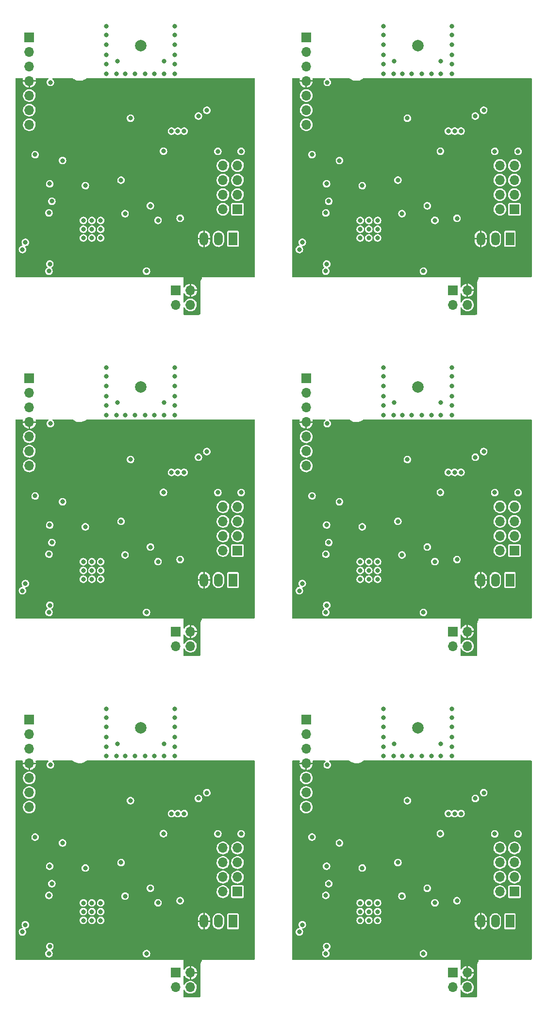
<source format=gbr>
%TF.GenerationSoftware,KiCad,Pcbnew,(6.0.6-0)*%
%TF.CreationDate,2022-06-29T17:43:41+02:00*%
%TF.ProjectId,panel,70616e65-6c2e-46b6-9963-61645f706362,rev?*%
%TF.SameCoordinates,Original*%
%TF.FileFunction,Copper,L2,Inr*%
%TF.FilePolarity,Positive*%
%FSLAX46Y46*%
G04 Gerber Fmt 4.6, Leading zero omitted, Abs format (unit mm)*
G04 Created by KiCad (PCBNEW (6.0.6-0)) date 2022-06-29 17:43:41*
%MOMM*%
%LPD*%
G01*
G04 APERTURE LIST*
%TA.AperFunction,ComponentPad*%
%ADD10R,1.700000X1.700000*%
%TD*%
%TA.AperFunction,ComponentPad*%
%ADD11O,1.700000X1.700000*%
%TD*%
%TA.AperFunction,ComponentPad*%
%ADD12R,1.500000X2.300000*%
%TD*%
%TA.AperFunction,ComponentPad*%
%ADD13O,1.500000X2.300000*%
%TD*%
%TA.AperFunction,ComponentPad*%
%ADD14C,2.000000*%
%TD*%
%TA.AperFunction,ViaPad*%
%ADD15C,0.800000*%
%TD*%
G04 APERTURE END LIST*
D10*
%TO.N,Board_5-unconnected-(J2-Pad1)*%
%TO.C,J2*%
X109315000Y-173827000D03*
D11*
%TO.N,Board_5-+15V*%
X106775000Y-173827000D03*
%TO.N,Board_5-unconnected-(J2-Pad3)*%
X109315000Y-171287000D03*
%TO.N,Board_5-unconnected-(J2-Pad4)*%
X106775000Y-171287000D03*
%TO.N,Board_5-GND*%
X109315000Y-168747000D03*
%TO.N,Board_5-+5V*%
X106775000Y-168747000D03*
%TO.N,Board_5-SDA*%
X109315000Y-166207000D03*
%TO.N,Board_5-SCL*%
X106775000Y-166207000D03*
%TD*%
D10*
%TO.N,Board_3-unconnected-(J2-Pad1)*%
%TO.C,J2*%
X109315000Y-114327000D03*
D11*
%TO.N,Board_3-+15V*%
X106775000Y-114327000D03*
%TO.N,Board_3-unconnected-(J2-Pad3)*%
X109315000Y-111787000D03*
%TO.N,Board_3-unconnected-(J2-Pad4)*%
X106775000Y-111787000D03*
%TO.N,Board_3-GND*%
X109315000Y-109247000D03*
%TO.N,Board_3-+5V*%
X106775000Y-109247000D03*
%TO.N,Board_3-SDA*%
X109315000Y-106707000D03*
%TO.N,Board_3-SCL*%
X106775000Y-106707000D03*
%TD*%
D10*
%TO.N,Board_1-unconnected-(J2-Pad1)*%
%TO.C,J2*%
X109315000Y-54827000D03*
D11*
%TO.N,Board_1-+15V*%
X106775000Y-54827000D03*
%TO.N,Board_1-unconnected-(J2-Pad3)*%
X109315000Y-52287000D03*
%TO.N,Board_1-unconnected-(J2-Pad4)*%
X106775000Y-52287000D03*
%TO.N,Board_1-GND*%
X109315000Y-49747000D03*
%TO.N,Board_1-+5V*%
X106775000Y-49747000D03*
%TO.N,Board_1-SDA*%
X109315000Y-47207000D03*
%TO.N,Board_1-SCL*%
X106775000Y-47207000D03*
%TD*%
D10*
%TO.N,Board_0-unconnected-(J2-Pad1)*%
%TO.C,J2*%
X61015000Y-54827000D03*
D11*
%TO.N,Board_0-+15V*%
X58475000Y-54827000D03*
%TO.N,Board_0-unconnected-(J2-Pad3)*%
X61015000Y-52287000D03*
%TO.N,Board_0-unconnected-(J2-Pad4)*%
X58475000Y-52287000D03*
%TO.N,Board_0-GND*%
X61015000Y-49747000D03*
%TO.N,Board_0-+5V*%
X58475000Y-49747000D03*
%TO.N,Board_0-SDA*%
X61015000Y-47207000D03*
%TO.N,Board_0-SCL*%
X58475000Y-47207000D03*
%TD*%
D10*
%TO.N,Board_2-unconnected-(J2-Pad1)*%
%TO.C,J2*%
X61015000Y-114327000D03*
D11*
%TO.N,Board_2-+15V*%
X58475000Y-114327000D03*
%TO.N,Board_2-unconnected-(J2-Pad3)*%
X61015000Y-111787000D03*
%TO.N,Board_2-unconnected-(J2-Pad4)*%
X58475000Y-111787000D03*
%TO.N,Board_2-GND*%
X61015000Y-109247000D03*
%TO.N,Board_2-+5V*%
X58475000Y-109247000D03*
%TO.N,Board_2-SDA*%
X61015000Y-106707000D03*
%TO.N,Board_2-SCL*%
X58475000Y-106707000D03*
%TD*%
D10*
%TO.N,Board_4-unconnected-(J2-Pad1)*%
%TO.C,J2*%
X61015000Y-173827000D03*
D11*
%TO.N,Board_4-+15V*%
X58475000Y-173827000D03*
%TO.N,Board_4-unconnected-(J2-Pad3)*%
X61015000Y-171287000D03*
%TO.N,Board_4-unconnected-(J2-Pad4)*%
X58475000Y-171287000D03*
%TO.N,Board_4-GND*%
X61015000Y-168747000D03*
%TO.N,Board_4-+5V*%
X58475000Y-168747000D03*
%TO.N,Board_4-SDA*%
X61015000Y-166207000D03*
%TO.N,Board_4-SCL*%
X58475000Y-166207000D03*
%TD*%
D10*
%TO.N,Board_1-SCL_L*%
%TO.C,J5*%
X98560000Y-68960000D03*
D11*
%TO.N,Board_1-+3V3*%
X101100000Y-68960000D03*
%TO.N,Board_1-SDA_L*%
X98560000Y-71500000D03*
%TO.N,Board_1-GND*%
X101100000Y-71500000D03*
%TD*%
D10*
%TO.N,Board_3-SCL_L*%
%TO.C,J5*%
X98560000Y-128460000D03*
D11*
%TO.N,Board_3-+3V3*%
X101100000Y-128460000D03*
%TO.N,Board_3-SDA_L*%
X98560000Y-131000000D03*
%TO.N,Board_3-GND*%
X101100000Y-131000000D03*
%TD*%
D10*
%TO.N,Board_0-SCL_L*%
%TO.C,J5*%
X50260000Y-68960000D03*
D11*
%TO.N,Board_0-+3V3*%
X52800000Y-68960000D03*
%TO.N,Board_0-SDA_L*%
X50260000Y-71500000D03*
%TO.N,Board_0-GND*%
X52800000Y-71500000D03*
%TD*%
D10*
%TO.N,Board_5-SCL_L*%
%TO.C,J5*%
X98560000Y-187960000D03*
D11*
%TO.N,Board_5-+3V3*%
X101100000Y-187960000D03*
%TO.N,Board_5-SDA_L*%
X98560000Y-190500000D03*
%TO.N,Board_5-GND*%
X101100000Y-190500000D03*
%TD*%
D12*
%TO.N,Board_4-+15V*%
%TO.C,R-78E3.3*%
X60227600Y-178983200D03*
D13*
%TO.N,Board_4-GND*%
X57687600Y-178983200D03*
%TO.N,Board_4-+3V3*%
X55147600Y-178983200D03*
%TD*%
D12*
%TO.N,Board_3-+15V*%
%TO.C,R-78E3.3*%
X108527600Y-119483200D03*
D13*
%TO.N,Board_3-GND*%
X105987600Y-119483200D03*
%TO.N,Board_3-+3V3*%
X103447600Y-119483200D03*
%TD*%
D10*
%TO.N,Board_5-D0*%
%TO.C,J1*%
X72993000Y-143829600D03*
D11*
%TO.N,Board_5-D1{slash}TX0*%
X72993000Y-146369600D03*
%TO.N,Board_5-D0{slash}RX0*%
X72993000Y-148909600D03*
%TO.N,Board_5-+3V3*%
X72993000Y-151449600D03*
%TO.N,Board_5-unconnected-(J1-Pad5)*%
X72993000Y-153989600D03*
%TO.N,Board_5-GND*%
X72993000Y-156529600D03*
%TO.N,Board_5-D15*%
X72993000Y-159069600D03*
%TD*%
D12*
%TO.N,Board_1-+15V*%
%TO.C,R-78E3.3*%
X108527600Y-59983200D03*
D13*
%TO.N,Board_1-GND*%
X105987600Y-59983200D03*
%TO.N,Board_1-+3V3*%
X103447600Y-59983200D03*
%TD*%
D12*
%TO.N,Board_2-+15V*%
%TO.C,R-78E3.3*%
X60227600Y-119483200D03*
D13*
%TO.N,Board_2-GND*%
X57687600Y-119483200D03*
%TO.N,Board_2-+3V3*%
X55147600Y-119483200D03*
%TD*%
D14*
%TO.N,Board_5-Net-(H1-Pad1)*%
%TO.C,H1*%
X92450180Y-145283460D03*
%TD*%
D10*
%TO.N,Board_4-SCL_L*%
%TO.C,J5*%
X50260000Y-187960000D03*
D11*
%TO.N,Board_4-+3V3*%
X52800000Y-187960000D03*
%TO.N,Board_4-SDA_L*%
X50260000Y-190500000D03*
%TO.N,Board_4-GND*%
X52800000Y-190500000D03*
%TD*%
D14*
%TO.N,Board_4-Net-(H1-Pad1)*%
%TO.C,H1*%
X44150180Y-145283460D03*
%TD*%
%TO.N,Board_1-Net-(H1-Pad1)*%
%TO.C,H1*%
X92450180Y-26283460D03*
%TD*%
%TO.N,Board_3-Net-(H1-Pad1)*%
%TO.C,H1*%
X92450180Y-85783460D03*
%TD*%
D10*
%TO.N,Board_4-D0*%
%TO.C,J1*%
X24693000Y-143829600D03*
D11*
%TO.N,Board_4-D1{slash}TX0*%
X24693000Y-146369600D03*
%TO.N,Board_4-D0{slash}RX0*%
X24693000Y-148909600D03*
%TO.N,Board_4-+3V3*%
X24693000Y-151449600D03*
%TO.N,Board_4-unconnected-(J1-Pad5)*%
X24693000Y-153989600D03*
%TO.N,Board_4-GND*%
X24693000Y-156529600D03*
%TO.N,Board_4-D15*%
X24693000Y-159069600D03*
%TD*%
D12*
%TO.N,Board_0-+15V*%
%TO.C,R-78E3.3*%
X60227600Y-59983200D03*
D13*
%TO.N,Board_0-GND*%
X57687600Y-59983200D03*
%TO.N,Board_0-+3V3*%
X55147600Y-59983200D03*
%TD*%
D14*
%TO.N,Board_2-Net-(H1-Pad1)*%
%TO.C,H1*%
X44150180Y-85783460D03*
%TD*%
%TO.N,Board_0-Net-(H1-Pad1)*%
%TO.C,H1*%
X44150180Y-26283460D03*
%TD*%
D10*
%TO.N,Board_2-D0*%
%TO.C,J1*%
X24693000Y-84329600D03*
D11*
%TO.N,Board_2-D1{slash}TX0*%
X24693000Y-86869600D03*
%TO.N,Board_2-D0{slash}RX0*%
X24693000Y-89409600D03*
%TO.N,Board_2-+3V3*%
X24693000Y-91949600D03*
%TO.N,Board_2-unconnected-(J1-Pad5)*%
X24693000Y-94489600D03*
%TO.N,Board_2-GND*%
X24693000Y-97029600D03*
%TO.N,Board_2-D15*%
X24693000Y-99569600D03*
%TD*%
D10*
%TO.N,Board_2-SCL_L*%
%TO.C,J5*%
X50260000Y-128460000D03*
D11*
%TO.N,Board_2-+3V3*%
X52800000Y-128460000D03*
%TO.N,Board_2-SDA_L*%
X50260000Y-131000000D03*
%TO.N,Board_2-GND*%
X52800000Y-131000000D03*
%TD*%
D10*
%TO.N,Board_0-D0*%
%TO.C,J1*%
X24693000Y-24829600D03*
D11*
%TO.N,Board_0-D1{slash}TX0*%
X24693000Y-27369600D03*
%TO.N,Board_0-D0{slash}RX0*%
X24693000Y-29909600D03*
%TO.N,Board_0-+3V3*%
X24693000Y-32449600D03*
%TO.N,Board_0-unconnected-(J1-Pad5)*%
X24693000Y-34989600D03*
%TO.N,Board_0-GND*%
X24693000Y-37529600D03*
%TO.N,Board_0-D15*%
X24693000Y-40069600D03*
%TD*%
D10*
%TO.N,Board_3-D0*%
%TO.C,J1*%
X72993000Y-84329600D03*
D11*
%TO.N,Board_3-D1{slash}TX0*%
X72993000Y-86869600D03*
%TO.N,Board_3-D0{slash}RX0*%
X72993000Y-89409600D03*
%TO.N,Board_3-+3V3*%
X72993000Y-91949600D03*
%TO.N,Board_3-unconnected-(J1-Pad5)*%
X72993000Y-94489600D03*
%TO.N,Board_3-GND*%
X72993000Y-97029600D03*
%TO.N,Board_3-D15*%
X72993000Y-99569600D03*
%TD*%
D10*
%TO.N,Board_1-D0*%
%TO.C,J1*%
X72993000Y-24829600D03*
D11*
%TO.N,Board_1-D1{slash}TX0*%
X72993000Y-27369600D03*
%TO.N,Board_1-D0{slash}RX0*%
X72993000Y-29909600D03*
%TO.N,Board_1-+3V3*%
X72993000Y-32449600D03*
%TO.N,Board_1-unconnected-(J1-Pad5)*%
X72993000Y-34989600D03*
%TO.N,Board_1-GND*%
X72993000Y-37529600D03*
%TO.N,Board_1-D15*%
X72993000Y-40069600D03*
%TD*%
D12*
%TO.N,Board_5-+15V*%
%TO.C,R-78E3.3*%
X108527600Y-178983200D03*
D13*
%TO.N,Board_5-GND*%
X105987600Y-178983200D03*
%TO.N,Board_5-+3V3*%
X103447600Y-178983200D03*
%TD*%
D15*
%TO.N,Board_5-SDA_L*%
X102500000Y-157570998D03*
X94117400Y-173217400D03*
%TO.N,Board_5-SCL_L*%
X103965000Y-156571000D03*
X95442600Y-175757400D03*
%TO.N,Board_5-Net-(C2-Pad1)*%
X96400000Y-163700006D03*
X90646008Y-157952000D03*
%TO.N,Board_5-GND*%
X85439000Y-177306800D03*
X85439000Y-175782800D03*
X82416400Y-175782800D03*
X82416400Y-177306800D03*
X83915000Y-177306800D03*
X82416400Y-178830800D03*
X85439000Y-178830800D03*
X83915000Y-178830800D03*
X76422000Y-184622000D03*
X93440000Y-184622000D03*
X83915000Y-175782800D03*
X88995000Y-168747000D03*
X98393000Y-145125000D03*
X98393000Y-143474000D03*
X98393000Y-141950000D03*
X74009000Y-164302000D03*
X97800000Y-160200000D03*
X100000000Y-160200000D03*
X98900000Y-160200000D03*
X99300000Y-175400000D03*
X89700000Y-174600000D03*
X86455000Y-150205000D03*
X94837000Y-150205000D03*
X88233000Y-150205000D03*
X91408000Y-150205000D03*
X89757000Y-150205000D03*
X96488000Y-150205000D03*
X93186000Y-150205000D03*
X98393000Y-148554000D03*
X98393000Y-150205000D03*
X98393000Y-146903000D03*
X86455000Y-145125000D03*
X86455000Y-148554000D03*
X86455000Y-146903000D03*
X88360000Y-148046000D03*
X86455000Y-141950000D03*
X86455000Y-143474000D03*
X96488000Y-148046000D03*
%TO.N,Board_5-D5_SS*%
X76930000Y-172429998D03*
%TO.N,Board_5-D4_IRQ*%
X76549000Y-169382000D03*
%TO.N,Board_5-D23_MOSI*%
X76577400Y-183377400D03*
%TO.N,Board_5-D1{slash}TX0*%
X71799209Y-180837391D03*
%TO.N,Board_5-D19_MISO*%
X82772000Y-169700000D03*
%TO.N,Board_5-D18_SCK*%
X76422000Y-174462000D03*
%TO.N,Board_5-D15*%
X78792600Y-165326600D03*
%TO.N,Board_5-D0{slash}RX0*%
X72307200Y-179592804D03*
%TO.N,Board_5-D0*%
X76675998Y-151703600D03*
%TO.N,Board_5-+5V*%
X105886000Y-163730500D03*
X109950000Y-163730500D03*
%TO.N,Board_5-+3V3*%
X107800000Y-156500000D03*
X108081090Y-152718900D03*
X100400002Y-168600000D03*
X92170000Y-162524000D03*
X80994000Y-159349000D03*
X85820000Y-159349000D03*
X99663000Y-154904000D03*
X95899500Y-184783000D03*
X109950000Y-155793000D03*
X97800000Y-170300000D03*
X100000000Y-170300000D03*
X98900000Y-170300000D03*
X93440000Y-183352000D03*
%TO.N,Board_4-SDA_L*%
X54200000Y-157570998D03*
X45817400Y-173217400D03*
%TO.N,Board_4-SCL_L*%
X55665000Y-156571000D03*
X47142600Y-175757400D03*
%TO.N,Board_4-Net-(C2-Pad1)*%
X48100000Y-163700006D03*
X42346008Y-157952000D03*
%TO.N,Board_4-GND*%
X37139000Y-177306800D03*
X37139000Y-175782800D03*
X34116400Y-175782800D03*
X34116400Y-177306800D03*
X35615000Y-177306800D03*
X34116400Y-178830800D03*
X37139000Y-178830800D03*
X35615000Y-178830800D03*
X28122000Y-184622000D03*
X45140000Y-184622000D03*
X35615000Y-175782800D03*
X40695000Y-168747000D03*
X50093000Y-145125000D03*
X50093000Y-143474000D03*
X50093000Y-141950000D03*
X25709000Y-164302000D03*
X49500000Y-160200000D03*
X51700000Y-160200000D03*
X50600000Y-160200000D03*
X51000000Y-175400000D03*
X41400000Y-174600000D03*
X38155000Y-150205000D03*
X46537000Y-150205000D03*
X39933000Y-150205000D03*
X43108000Y-150205000D03*
X41457000Y-150205000D03*
X48188000Y-150205000D03*
X44886000Y-150205000D03*
X50093000Y-148554000D03*
X50093000Y-150205000D03*
X50093000Y-146903000D03*
X38155000Y-145125000D03*
X38155000Y-148554000D03*
X38155000Y-146903000D03*
X40060000Y-148046000D03*
X38155000Y-141950000D03*
X38155000Y-143474000D03*
X48188000Y-148046000D03*
%TO.N,Board_4-D5_SS*%
X28630000Y-172429998D03*
%TO.N,Board_4-D4_IRQ*%
X28249000Y-169382000D03*
%TO.N,Board_4-D23_MOSI*%
X28277400Y-183377400D03*
%TO.N,Board_4-D1{slash}TX0*%
X23499209Y-180837391D03*
%TO.N,Board_4-D19_MISO*%
X34472000Y-169700000D03*
%TO.N,Board_4-D18_SCK*%
X28122000Y-174462000D03*
%TO.N,Board_4-D15*%
X30492600Y-165326600D03*
%TO.N,Board_4-D0{slash}RX0*%
X24007200Y-179592804D03*
%TO.N,Board_4-D0*%
X28375998Y-151703600D03*
%TO.N,Board_4-+5V*%
X57586000Y-163730500D03*
X61650000Y-163730500D03*
%TO.N,Board_4-+3V3*%
X59500000Y-156500000D03*
X59781090Y-152718900D03*
X52100002Y-168600000D03*
X43870000Y-162524000D03*
X32694000Y-159349000D03*
X37520000Y-159349000D03*
X51363000Y-154904000D03*
X47599500Y-184783000D03*
X61650000Y-155793000D03*
X49500000Y-170300000D03*
X51700000Y-170300000D03*
X50600000Y-170300000D03*
X45140000Y-183352000D03*
%TO.N,Board_3-SDA_L*%
X102500000Y-98070998D03*
X94117400Y-113717400D03*
%TO.N,Board_3-SCL_L*%
X103965000Y-97071000D03*
X95442600Y-116257400D03*
%TO.N,Board_3-Net-(C2-Pad1)*%
X96400000Y-104200006D03*
X90646008Y-98452000D03*
%TO.N,Board_3-GND*%
X85439000Y-117806800D03*
X85439000Y-116282800D03*
X82416400Y-116282800D03*
X82416400Y-117806800D03*
X83915000Y-117806800D03*
X82416400Y-119330800D03*
X85439000Y-119330800D03*
X83915000Y-119330800D03*
X76422000Y-125122000D03*
X93440000Y-125122000D03*
X83915000Y-116282800D03*
X88995000Y-109247000D03*
X98393000Y-85625000D03*
X98393000Y-83974000D03*
X98393000Y-82450000D03*
X74009000Y-104802000D03*
X97800000Y-100700000D03*
X100000000Y-100700000D03*
X98900000Y-100700000D03*
X99300000Y-115900000D03*
X89700000Y-115100000D03*
X86455000Y-90705000D03*
X94837000Y-90705000D03*
X88233000Y-90705000D03*
X91408000Y-90705000D03*
X89757000Y-90705000D03*
X96488000Y-90705000D03*
X93186000Y-90705000D03*
X98393000Y-89054000D03*
X98393000Y-90705000D03*
X98393000Y-87403000D03*
X86455000Y-85625000D03*
X86455000Y-89054000D03*
X86455000Y-87403000D03*
X88360000Y-88546000D03*
X86455000Y-82450000D03*
X86455000Y-83974000D03*
X96488000Y-88546000D03*
%TO.N,Board_3-D5_SS*%
X76930000Y-112929998D03*
%TO.N,Board_3-D4_IRQ*%
X76549000Y-109882000D03*
%TO.N,Board_3-D23_MOSI*%
X76577400Y-123877400D03*
%TO.N,Board_3-D1{slash}TX0*%
X71799209Y-121337391D03*
%TO.N,Board_3-D19_MISO*%
X82772000Y-110200000D03*
%TO.N,Board_3-D18_SCK*%
X76422000Y-114962000D03*
%TO.N,Board_3-D15*%
X78792600Y-105826600D03*
%TO.N,Board_3-D0{slash}RX0*%
X72307200Y-120092804D03*
%TO.N,Board_3-D0*%
X76675998Y-92203600D03*
%TO.N,Board_3-+5V*%
X105886000Y-104230500D03*
X109950000Y-104230500D03*
%TO.N,Board_3-+3V3*%
X107800000Y-97000000D03*
X108081090Y-93218900D03*
X100400002Y-109100000D03*
X92170000Y-103024000D03*
X80994000Y-99849000D03*
X85820000Y-99849000D03*
X99663000Y-95404000D03*
X95899500Y-125283000D03*
X109950000Y-96293000D03*
X97800000Y-110800000D03*
X100000000Y-110800000D03*
X98900000Y-110800000D03*
X93440000Y-123852000D03*
%TO.N,Board_2-SDA_L*%
X54200000Y-98070998D03*
X45817400Y-113717400D03*
%TO.N,Board_2-SCL_L*%
X55665000Y-97071000D03*
X47142600Y-116257400D03*
%TO.N,Board_2-Net-(C2-Pad1)*%
X48100000Y-104200006D03*
X42346008Y-98452000D03*
%TO.N,Board_2-GND*%
X37139000Y-117806800D03*
X37139000Y-116282800D03*
X34116400Y-116282800D03*
X34116400Y-117806800D03*
X35615000Y-117806800D03*
X34116400Y-119330800D03*
X37139000Y-119330800D03*
X35615000Y-119330800D03*
X28122000Y-125122000D03*
X45140000Y-125122000D03*
X35615000Y-116282800D03*
X40695000Y-109247000D03*
X50093000Y-85625000D03*
X50093000Y-83974000D03*
X50093000Y-82450000D03*
X25709000Y-104802000D03*
X49500000Y-100700000D03*
X51700000Y-100700000D03*
X50600000Y-100700000D03*
X51000000Y-115900000D03*
X41400000Y-115100000D03*
X38155000Y-90705000D03*
X46537000Y-90705000D03*
X39933000Y-90705000D03*
X43108000Y-90705000D03*
X41457000Y-90705000D03*
X48188000Y-90705000D03*
X44886000Y-90705000D03*
X50093000Y-89054000D03*
X50093000Y-90705000D03*
X50093000Y-87403000D03*
X38155000Y-85625000D03*
X38155000Y-89054000D03*
X38155000Y-87403000D03*
X40060000Y-88546000D03*
X38155000Y-82450000D03*
X38155000Y-83974000D03*
X48188000Y-88546000D03*
%TO.N,Board_2-D5_SS*%
X28630000Y-112929998D03*
%TO.N,Board_2-D4_IRQ*%
X28249000Y-109882000D03*
%TO.N,Board_2-D23_MOSI*%
X28277400Y-123877400D03*
%TO.N,Board_2-D1{slash}TX0*%
X23499209Y-121337391D03*
%TO.N,Board_2-D19_MISO*%
X34472000Y-110200000D03*
%TO.N,Board_2-D18_SCK*%
X28122000Y-114962000D03*
%TO.N,Board_2-D15*%
X30492600Y-105826600D03*
%TO.N,Board_2-D0{slash}RX0*%
X24007200Y-120092804D03*
%TO.N,Board_2-D0*%
X28375998Y-92203600D03*
%TO.N,Board_2-+5V*%
X57586000Y-104230500D03*
X61650000Y-104230500D03*
%TO.N,Board_2-+3V3*%
X59500000Y-97000000D03*
X59781090Y-93218900D03*
X52100002Y-109100000D03*
X43870000Y-103024000D03*
X32694000Y-99849000D03*
X37520000Y-99849000D03*
X51363000Y-95404000D03*
X47599500Y-125283000D03*
X61650000Y-96293000D03*
X49500000Y-110800000D03*
X51700000Y-110800000D03*
X50600000Y-110800000D03*
X45140000Y-123852000D03*
%TO.N,Board_1-SDA_L*%
X102500000Y-38570998D03*
X94117400Y-54217400D03*
%TO.N,Board_1-SCL_L*%
X103965000Y-37571000D03*
X95442600Y-56757400D03*
%TO.N,Board_1-Net-(C2-Pad1)*%
X96400000Y-44700006D03*
X90646008Y-38952000D03*
%TO.N,Board_1-GND*%
X85439000Y-58306800D03*
X85439000Y-56782800D03*
X82416400Y-56782800D03*
X82416400Y-58306800D03*
X83915000Y-58306800D03*
X82416400Y-59830800D03*
X85439000Y-59830800D03*
X83915000Y-59830800D03*
X76422000Y-65622000D03*
X93440000Y-65622000D03*
X83915000Y-56782800D03*
X88995000Y-49747000D03*
X98393000Y-26125000D03*
X98393000Y-24474000D03*
X98393000Y-22950000D03*
X74009000Y-45302000D03*
X97800000Y-41200000D03*
X100000000Y-41200000D03*
X98900000Y-41200000D03*
X99300000Y-56400000D03*
X89700000Y-55600000D03*
X86455000Y-31205000D03*
X94837000Y-31205000D03*
X88233000Y-31205000D03*
X91408000Y-31205000D03*
X89757000Y-31205000D03*
X96488000Y-31205000D03*
X93186000Y-31205000D03*
X98393000Y-29554000D03*
X98393000Y-31205000D03*
X98393000Y-27903000D03*
X86455000Y-26125000D03*
X86455000Y-29554000D03*
X86455000Y-27903000D03*
X88360000Y-29046000D03*
X86455000Y-22950000D03*
X86455000Y-24474000D03*
X96488000Y-29046000D03*
%TO.N,Board_1-D5_SS*%
X76930000Y-53429998D03*
%TO.N,Board_1-D4_IRQ*%
X76549000Y-50382000D03*
%TO.N,Board_1-D23_MOSI*%
X76577400Y-64377400D03*
%TO.N,Board_1-D1{slash}TX0*%
X71799209Y-61837391D03*
%TO.N,Board_1-D19_MISO*%
X82772000Y-50700000D03*
%TO.N,Board_1-D18_SCK*%
X76422000Y-55462000D03*
%TO.N,Board_1-D15*%
X78792600Y-46326600D03*
%TO.N,Board_1-D0{slash}RX0*%
X72307200Y-60592804D03*
%TO.N,Board_1-D0*%
X76675998Y-32703600D03*
%TO.N,Board_1-+5V*%
X105886000Y-44730500D03*
X109950000Y-44730500D03*
%TO.N,Board_1-+3V3*%
X107800000Y-37500000D03*
X108081090Y-33718900D03*
X100400002Y-49600000D03*
X92170000Y-43524000D03*
X80994000Y-40349000D03*
X85820000Y-40349000D03*
X99663000Y-35904000D03*
X95899500Y-65783000D03*
X109950000Y-36793000D03*
X97800000Y-51300000D03*
X100000000Y-51300000D03*
X98900000Y-51300000D03*
X93440000Y-64352000D03*
%TO.N,Board_0-SDA_L*%
X54200000Y-38570998D03*
X45817400Y-54217400D03*
%TO.N,Board_0-SCL_L*%
X55665000Y-37571000D03*
X47142600Y-56757400D03*
%TO.N,Board_0-Net-(C2-Pad1)*%
X48100000Y-44700006D03*
X42346008Y-38952000D03*
%TO.N,Board_0-GND*%
X37139000Y-58306800D03*
X37139000Y-56782800D03*
X34116400Y-56782800D03*
X34116400Y-58306800D03*
X35615000Y-58306800D03*
X34116400Y-59830800D03*
X37139000Y-59830800D03*
X35615000Y-59830800D03*
X28122000Y-65622000D03*
X45140000Y-65622000D03*
X35615000Y-56782800D03*
X40695000Y-49747000D03*
X50093000Y-26125000D03*
X50093000Y-24474000D03*
X50093000Y-22950000D03*
X25709000Y-45302000D03*
X49500000Y-41200000D03*
X51700000Y-41200000D03*
X50600000Y-41200000D03*
X51000000Y-56400000D03*
X41400000Y-55600000D03*
X38155000Y-31205000D03*
X46537000Y-31205000D03*
X39933000Y-31205000D03*
X43108000Y-31205000D03*
X41457000Y-31205000D03*
X48188000Y-31205000D03*
X44886000Y-31205000D03*
X50093000Y-29554000D03*
X50093000Y-31205000D03*
X50093000Y-27903000D03*
X38155000Y-26125000D03*
X38155000Y-29554000D03*
X38155000Y-27903000D03*
X40060000Y-29046000D03*
X38155000Y-22950000D03*
X38155000Y-24474000D03*
X48188000Y-29046000D03*
%TO.N,Board_0-D5_SS*%
X28630000Y-53429998D03*
%TO.N,Board_0-D4_IRQ*%
X28249000Y-50382000D03*
%TO.N,Board_0-D23_MOSI*%
X28277400Y-64377400D03*
%TO.N,Board_0-D1{slash}TX0*%
X23499209Y-61837391D03*
%TO.N,Board_0-D19_MISO*%
X34472000Y-50700000D03*
%TO.N,Board_0-D18_SCK*%
X28122000Y-55462000D03*
%TO.N,Board_0-D15*%
X30492600Y-46326600D03*
%TO.N,Board_0-D0{slash}RX0*%
X24007200Y-60592804D03*
%TO.N,Board_0-D0*%
X28375998Y-32703600D03*
%TO.N,Board_0-+5V*%
X57586000Y-44730500D03*
X61650000Y-44730500D03*
%TO.N,Board_0-+3V3*%
X59500000Y-37500000D03*
X59781090Y-33718900D03*
X52100002Y-49600000D03*
X43870000Y-43524000D03*
X32694000Y-40349000D03*
X37520000Y-40349000D03*
X51363000Y-35904000D03*
X47599500Y-65783000D03*
X61650000Y-36793000D03*
X49500000Y-51300000D03*
X51700000Y-51300000D03*
X50600000Y-51300000D03*
X45140000Y-64352000D03*
%TD*%
%TA.AperFunction,Conductor*%
%TO.N,Board_1-+3V3*%
G36*
X71856132Y-31986213D02*
G01*
X71892677Y-32036513D01*
X71893076Y-32097432D01*
X71859963Y-32204073D01*
X71858055Y-32213050D01*
X71846961Y-32306777D01*
X71849605Y-32320070D01*
X71851204Y-32321548D01*
X71855997Y-32322600D01*
X74125144Y-32322600D01*
X74138034Y-32318412D01*
X74139729Y-32316079D01*
X74140140Y-32312401D01*
X74133749Y-32242841D01*
X74132076Y-32233819D01*
X74092899Y-32094907D01*
X74095340Y-32032781D01*
X74133832Y-31983954D01*
X74189722Y-31967000D01*
X76261800Y-31967000D01*
X76320931Y-31986213D01*
X76357476Y-32036513D01*
X76357476Y-32098687D01*
X76320931Y-32148987D01*
X76315337Y-32152436D01*
X76310802Y-32155518D01*
X76305412Y-32158300D01*
X76293791Y-32168438D01*
X76191238Y-32257901D01*
X76186037Y-32262438D01*
X76094948Y-32392044D01*
X76037404Y-32539637D01*
X76016727Y-32696696D01*
X76017392Y-32702720D01*
X76017392Y-32702724D01*
X76019374Y-32720671D01*
X76034111Y-32854153D01*
X76088551Y-33002919D01*
X76091937Y-33007958D01*
X76160529Y-33110033D01*
X76176906Y-33134405D01*
X76294074Y-33241019D01*
X76299401Y-33243911D01*
X76299402Y-33243912D01*
X76320702Y-33255477D01*
X76433291Y-33316608D01*
X76439161Y-33318148D01*
X76580653Y-33355268D01*
X76580654Y-33355268D01*
X76586520Y-33356807D01*
X76658714Y-33357941D01*
X76738850Y-33359200D01*
X76738852Y-33359200D01*
X76744914Y-33359295D01*
X76750825Y-33357941D01*
X76750827Y-33357941D01*
X76893420Y-33325283D01*
X76893423Y-33325282D01*
X76899330Y-33323929D01*
X76973791Y-33286479D01*
X77035433Y-33255477D01*
X77040853Y-33252751D01*
X77107804Y-33195570D01*
X77156703Y-33153806D01*
X77156705Y-33153804D01*
X77161312Y-33149869D01*
X77195375Y-33102465D01*
X77250216Y-33026147D01*
X77250218Y-33026144D01*
X77253753Y-33021224D01*
X77312840Y-32874241D01*
X77335160Y-32717407D01*
X77335305Y-32703600D01*
X77327063Y-32635485D01*
X77317003Y-32552355D01*
X77317002Y-32552353D01*
X77316274Y-32546333D01*
X77270237Y-32424500D01*
X77262423Y-32403822D01*
X77262422Y-32403821D01*
X77260278Y-32398146D01*
X77170551Y-32267592D01*
X77063417Y-32172140D01*
X77056802Y-32166246D01*
X77056801Y-32166245D01*
X77052273Y-32162211D01*
X77041500Y-32156507D01*
X76998232Y-32111858D01*
X76989472Y-32050304D01*
X77018565Y-31995357D01*
X77074399Y-31968004D01*
X77088574Y-31967000D01*
X80495004Y-31967000D01*
X80554135Y-31986213D01*
X80563667Y-31994077D01*
X80588327Y-32017113D01*
X80591317Y-32019187D01*
X80591318Y-32019188D01*
X80806461Y-32168438D01*
X80806465Y-32168440D01*
X80809457Y-32170516D01*
X81050416Y-32290391D01*
X81053874Y-32291525D01*
X81053875Y-32291525D01*
X81302693Y-32373092D01*
X81302696Y-32373093D01*
X81306156Y-32374227D01*
X81309750Y-32374851D01*
X81568299Y-32419743D01*
X81568305Y-32419744D01*
X81571319Y-32420267D01*
X81607922Y-32422089D01*
X81655116Y-32424439D01*
X81655129Y-32424439D01*
X81656348Y-32424500D01*
X81824374Y-32424500D01*
X81826188Y-32424368D01*
X81826199Y-32424368D01*
X82020788Y-32410249D01*
X82020790Y-32410249D01*
X82024425Y-32409985D01*
X82027983Y-32409199D01*
X82027986Y-32409199D01*
X82283667Y-32352749D01*
X82283670Y-32352748D01*
X82287226Y-32351963D01*
X82391649Y-32312401D01*
X82535501Y-32257901D01*
X82535504Y-32257900D01*
X82538900Y-32256613D01*
X82563695Y-32242841D01*
X82770989Y-32127699D01*
X82774172Y-32125931D01*
X82955391Y-31987629D01*
X83016423Y-31967000D01*
X112245400Y-31967000D01*
X112304531Y-31986213D01*
X112341076Y-32036513D01*
X112346000Y-32067600D01*
X112346000Y-66465075D01*
X112344067Y-66484701D01*
X112341024Y-66499999D01*
X112342957Y-66509718D01*
X112342957Y-66511291D01*
X112341718Y-66527029D01*
X112336451Y-66560283D01*
X112326725Y-66590216D01*
X112306252Y-66630397D01*
X112287752Y-66655861D01*
X112273078Y-66670535D01*
X112217680Y-66698761D01*
X112201943Y-66700000D01*
X103100000Y-66700000D01*
X103100000Y-66887540D01*
X103080787Y-66946671D01*
X103070532Y-66958678D01*
X103068086Y-66961124D01*
X103064262Y-66964262D01*
X102970039Y-67079073D01*
X102900025Y-67210061D01*
X102856910Y-67352190D01*
X102856426Y-67357106D01*
X102856425Y-67357110D01*
X102844139Y-67481862D01*
X102842958Y-67489823D01*
X102842958Y-67490278D01*
X102841024Y-67499999D01*
X102842957Y-67509717D01*
X102842957Y-67509719D01*
X102844067Y-67515298D01*
X102846000Y-67534923D01*
X102846000Y-72965075D01*
X102844067Y-72984701D01*
X102841024Y-72999999D01*
X102842957Y-73009718D01*
X102842957Y-73011291D01*
X102841718Y-73027029D01*
X102836451Y-73060283D01*
X102826725Y-73090216D01*
X102806252Y-73130397D01*
X102787752Y-73155861D01*
X102755861Y-73187752D01*
X102730397Y-73206252D01*
X102690216Y-73226725D01*
X102660283Y-73236451D01*
X102627029Y-73241718D01*
X102611291Y-73242957D01*
X102609718Y-73242957D01*
X102599999Y-73241024D01*
X102590281Y-73242957D01*
X102584701Y-73244067D01*
X102565075Y-73246000D01*
X100000600Y-73246000D01*
X99941469Y-73226787D01*
X99904924Y-73176487D01*
X99900000Y-73145400D01*
X99900000Y-71993875D01*
X99919213Y-71934744D01*
X99969513Y-71898199D01*
X100031687Y-71898199D01*
X100081987Y-71934744D01*
X100091958Y-71951757D01*
X100139377Y-72054616D01*
X100256533Y-72220389D01*
X100401938Y-72362035D01*
X100570720Y-72474812D01*
X100574956Y-72476632D01*
X100574958Y-72476633D01*
X100752989Y-72553121D01*
X100757228Y-72554942D01*
X100855161Y-72577102D01*
X100950716Y-72598724D01*
X100950719Y-72598724D01*
X100955216Y-72599742D01*
X101056635Y-72603727D01*
X101153444Y-72607531D01*
X101153445Y-72607531D01*
X101158053Y-72607712D01*
X101162610Y-72607051D01*
X101162615Y-72607051D01*
X101258499Y-72593148D01*
X101358945Y-72578584D01*
X101551165Y-72513334D01*
X101728276Y-72414147D01*
X101790934Y-72362035D01*
X101880798Y-72287295D01*
X101884345Y-72284345D01*
X101895737Y-72270648D01*
X102011199Y-72131821D01*
X102011201Y-72131818D01*
X102014147Y-72128276D01*
X102113334Y-71951165D01*
X102178584Y-71758945D01*
X102207712Y-71558053D01*
X102209232Y-71500000D01*
X102190658Y-71297859D01*
X102135557Y-71102487D01*
X102045776Y-70920428D01*
X101924320Y-70757779D01*
X101775258Y-70619987D01*
X101771362Y-70617529D01*
X101771357Y-70617525D01*
X101689420Y-70565827D01*
X101603581Y-70511667D01*
X101415039Y-70436446D01*
X101215946Y-70396844D01*
X101114459Y-70395516D01*
X101017585Y-70394247D01*
X101017581Y-70394247D01*
X101012971Y-70394187D01*
X100812910Y-70428564D01*
X100808588Y-70430158D01*
X100808586Y-70430159D01*
X100626791Y-70497227D01*
X100626788Y-70497228D01*
X100622463Y-70498824D01*
X100448010Y-70602612D01*
X100444544Y-70605651D01*
X100444542Y-70605653D01*
X100298859Y-70733414D01*
X100298856Y-70733417D01*
X100295392Y-70736455D01*
X100169720Y-70895869D01*
X100167574Y-70899948D01*
X100089630Y-71048094D01*
X100045094Y-71091479D01*
X99983563Y-71100400D01*
X99928540Y-71071451D01*
X99901041Y-71015688D01*
X99900000Y-71001253D01*
X99900000Y-69574028D01*
X99919213Y-69514897D01*
X99969513Y-69478352D01*
X100031687Y-69478352D01*
X100081987Y-69514897D01*
X100091959Y-69531911D01*
X100093700Y-69535687D01*
X100098289Y-69543635D01*
X100215456Y-69709424D01*
X100221428Y-69716416D01*
X100366846Y-69858077D01*
X100373982Y-69863855D01*
X100542782Y-69976644D01*
X100550857Y-69981027D01*
X100737379Y-70061164D01*
X100746118Y-70064003D01*
X100944123Y-70108807D01*
X100953233Y-70110006D01*
X100957079Y-70110157D01*
X100970124Y-70106478D01*
X100972779Y-70103110D01*
X100973000Y-70101873D01*
X100973000Y-70092611D01*
X101227000Y-70092611D01*
X101231188Y-70105501D01*
X101232378Y-70106365D01*
X101238453Y-70106883D01*
X101366176Y-70088364D01*
X101375103Y-70086221D01*
X101567349Y-70020963D01*
X101575733Y-70017230D01*
X101752865Y-69918031D01*
X101760433Y-69912830D01*
X101916518Y-69783015D01*
X101923015Y-69776518D01*
X102052830Y-69620433D01*
X102058031Y-69612865D01*
X102157230Y-69435733D01*
X102160963Y-69427349D01*
X102226221Y-69235103D01*
X102228364Y-69226176D01*
X102246258Y-69102768D01*
X102243963Y-69089411D01*
X102242909Y-69088385D01*
X102236969Y-69087000D01*
X101242933Y-69087000D01*
X101230043Y-69091188D01*
X101227000Y-69095377D01*
X101227000Y-70092611D01*
X100973000Y-70092611D01*
X100973000Y-68817067D01*
X101227000Y-68817067D01*
X101231188Y-68829957D01*
X101235377Y-68833000D01*
X102232144Y-68833000D01*
X102245034Y-68828812D01*
X102246729Y-68826479D01*
X102247140Y-68822801D01*
X102240749Y-68753241D01*
X102239076Y-68744219D01*
X102183968Y-68548821D01*
X102180677Y-68540247D01*
X102090886Y-68358168D01*
X102086091Y-68350343D01*
X101964618Y-68187672D01*
X101958473Y-68180847D01*
X101809397Y-68043043D01*
X101802108Y-68037449D01*
X101630415Y-67929120D01*
X101622228Y-67924948D01*
X101433668Y-67849720D01*
X101424867Y-67847113D01*
X101242628Y-67810863D01*
X101229168Y-67812456D01*
X101229134Y-67812487D01*
X101227000Y-67820665D01*
X101227000Y-68817067D01*
X100973000Y-68817067D01*
X100973000Y-67825948D01*
X100968812Y-67813058D01*
X100968197Y-67812611D01*
X100960937Y-67812088D01*
X100804380Y-67838989D01*
X100795508Y-67841366D01*
X100605047Y-67911631D01*
X100596748Y-67915590D01*
X100422282Y-68019386D01*
X100414850Y-68024786D01*
X100262216Y-68158642D01*
X100255895Y-68165303D01*
X100130208Y-68324737D01*
X100125208Y-68332436D01*
X100089630Y-68400058D01*
X100045094Y-68443443D01*
X99983563Y-68452364D01*
X99928540Y-68423415D01*
X99901041Y-68367652D01*
X99900000Y-68353217D01*
X99900000Y-66700000D01*
X70654600Y-66700000D01*
X70595469Y-66680787D01*
X70558924Y-66630487D01*
X70554000Y-66599400D01*
X70554000Y-65615096D01*
X75762729Y-65615096D01*
X75763394Y-65621120D01*
X75763394Y-65621124D01*
X75765376Y-65639071D01*
X75780113Y-65772553D01*
X75834553Y-65921319D01*
X75837939Y-65926358D01*
X75850162Y-65944547D01*
X75922908Y-66052805D01*
X76040076Y-66159419D01*
X76045403Y-66162311D01*
X76045404Y-66162312D01*
X76066704Y-66173877D01*
X76179293Y-66235008D01*
X76185163Y-66236548D01*
X76326655Y-66273668D01*
X76326656Y-66273668D01*
X76332522Y-66275207D01*
X76404716Y-66276341D01*
X76484852Y-66277600D01*
X76484854Y-66277600D01*
X76490916Y-66277695D01*
X76496827Y-66276341D01*
X76496829Y-66276341D01*
X76639422Y-66243683D01*
X76639425Y-66243682D01*
X76645332Y-66242329D01*
X76786855Y-66171151D01*
X76853806Y-66113970D01*
X76902705Y-66072206D01*
X76902707Y-66072204D01*
X76907314Y-66068269D01*
X76938554Y-66024794D01*
X76996218Y-65944547D01*
X76996220Y-65944544D01*
X76999755Y-65939624D01*
X77058842Y-65792641D01*
X77081162Y-65635807D01*
X77081307Y-65622000D01*
X77080472Y-65615096D01*
X92780729Y-65615096D01*
X92781394Y-65621120D01*
X92781394Y-65621124D01*
X92783376Y-65639071D01*
X92798113Y-65772553D01*
X92852553Y-65921319D01*
X92855939Y-65926358D01*
X92868162Y-65944547D01*
X92940908Y-66052805D01*
X93058076Y-66159419D01*
X93063403Y-66162311D01*
X93063404Y-66162312D01*
X93084704Y-66173877D01*
X93197293Y-66235008D01*
X93203163Y-66236548D01*
X93344655Y-66273668D01*
X93344656Y-66273668D01*
X93350522Y-66275207D01*
X93422716Y-66276341D01*
X93502852Y-66277600D01*
X93502854Y-66277600D01*
X93508916Y-66277695D01*
X93514827Y-66276341D01*
X93514829Y-66276341D01*
X93657422Y-66243683D01*
X93657425Y-66243682D01*
X93663332Y-66242329D01*
X93804855Y-66171151D01*
X93871806Y-66113970D01*
X93920705Y-66072206D01*
X93920707Y-66072204D01*
X93925314Y-66068269D01*
X93956554Y-66024794D01*
X94014218Y-65944547D01*
X94014220Y-65944544D01*
X94017755Y-65939624D01*
X94076842Y-65792641D01*
X94099162Y-65635807D01*
X94099307Y-65622000D01*
X94080276Y-65464733D01*
X94024280Y-65316546D01*
X93934553Y-65185992D01*
X93816275Y-65080611D01*
X93676274Y-65006484D01*
X93522633Y-64967892D01*
X93516576Y-64967860D01*
X93516574Y-64967860D01*
X93439450Y-64967456D01*
X93364221Y-64967062D01*
X93358324Y-64968478D01*
X93358322Y-64968478D01*
X93272609Y-64989056D01*
X93210184Y-65004043D01*
X93204798Y-65006823D01*
X93204795Y-65006824D01*
X93146228Y-65037053D01*
X93069414Y-65076700D01*
X92950039Y-65180838D01*
X92858950Y-65310444D01*
X92801406Y-65458037D01*
X92780729Y-65615096D01*
X77080472Y-65615096D01*
X77062276Y-65464733D01*
X77006280Y-65316546D01*
X76916553Y-65185992D01*
X76850226Y-65126897D01*
X76818857Y-65073216D01*
X76825032Y-65011349D01*
X76866392Y-64964927D01*
X76871947Y-64961912D01*
X76936835Y-64929277D01*
X76942255Y-64926551D01*
X77009206Y-64869370D01*
X77058105Y-64827606D01*
X77058107Y-64827604D01*
X77062714Y-64823669D01*
X77093954Y-64780194D01*
X77151618Y-64699947D01*
X77151620Y-64699944D01*
X77155155Y-64695024D01*
X77214242Y-64548041D01*
X77236562Y-64391207D01*
X77236707Y-64377400D01*
X77217676Y-64220133D01*
X77161680Y-64071946D01*
X77071953Y-63941392D01*
X76953675Y-63836011D01*
X76813674Y-63761884D01*
X76660033Y-63723292D01*
X76653976Y-63723260D01*
X76653974Y-63723260D01*
X76576850Y-63722856D01*
X76501621Y-63722462D01*
X76495724Y-63723878D01*
X76495722Y-63723878D01*
X76353482Y-63758027D01*
X76347584Y-63759443D01*
X76342198Y-63762223D01*
X76342195Y-63762224D01*
X76212202Y-63829319D01*
X76206814Y-63832100D01*
X76087439Y-63936238D01*
X75996350Y-64065844D01*
X75938806Y-64213437D01*
X75918129Y-64370496D01*
X75918794Y-64376520D01*
X75918794Y-64376524D01*
X75920776Y-64394471D01*
X75935513Y-64527953D01*
X75989953Y-64676719D01*
X75993339Y-64681758D01*
X76005562Y-64699947D01*
X76078308Y-64808205D01*
X76095303Y-64823669D01*
X76149793Y-64873251D01*
X76180598Y-64927257D01*
X76173775Y-64989056D01*
X76128228Y-65037053D01*
X76051414Y-65076700D01*
X75932039Y-65180838D01*
X75840950Y-65310444D01*
X75783406Y-65458037D01*
X75762729Y-65615096D01*
X70554000Y-65615096D01*
X70554000Y-61830487D01*
X71139938Y-61830487D01*
X71140603Y-61836511D01*
X71140603Y-61836515D01*
X71142585Y-61854462D01*
X71157322Y-61987944D01*
X71211762Y-62136710D01*
X71215148Y-62141749D01*
X71227371Y-62159938D01*
X71300117Y-62268196D01*
X71417285Y-62374810D01*
X71422612Y-62377702D01*
X71422613Y-62377703D01*
X71443913Y-62389268D01*
X71556502Y-62450399D01*
X71562372Y-62451939D01*
X71703864Y-62489059D01*
X71703865Y-62489059D01*
X71709731Y-62490598D01*
X71781925Y-62491732D01*
X71862061Y-62492991D01*
X71862063Y-62492991D01*
X71868125Y-62493086D01*
X71874036Y-62491732D01*
X71874038Y-62491732D01*
X72016631Y-62459074D01*
X72016634Y-62459073D01*
X72022541Y-62457720D01*
X72164064Y-62386542D01*
X72231015Y-62329361D01*
X72279914Y-62287597D01*
X72279916Y-62287595D01*
X72284523Y-62283660D01*
X72315763Y-62240185D01*
X72373427Y-62159938D01*
X72373429Y-62159935D01*
X72376964Y-62155015D01*
X72436051Y-62008032D01*
X72458371Y-61851198D01*
X72458516Y-61837391D01*
X72439485Y-61680124D01*
X72383489Y-61531937D01*
X72313376Y-61429921D01*
X72296621Y-61405542D01*
X72278962Y-61345928D01*
X72299717Y-61287320D01*
X72350957Y-61252105D01*
X72369012Y-61248513D01*
X72370052Y-61248404D01*
X72376116Y-61248499D01*
X72410007Y-61240737D01*
X72524622Y-61214487D01*
X72524625Y-61214486D01*
X72530532Y-61213133D01*
X72672055Y-61141955D01*
X72752266Y-61073448D01*
X72787905Y-61043010D01*
X72787907Y-61043008D01*
X72792514Y-61039073D01*
X72839594Y-60973554D01*
X72881418Y-60915351D01*
X72881420Y-60915348D01*
X72884955Y-60910428D01*
X72944042Y-60763445D01*
X72966362Y-60606611D01*
X72966507Y-60592804D01*
X72965463Y-60584171D01*
X72948205Y-60441559D01*
X72948204Y-60441557D01*
X72947476Y-60435537D01*
X72924984Y-60376013D01*
X72893625Y-60293026D01*
X72893624Y-60293025D01*
X72891480Y-60287350D01*
X72801753Y-60156796D01*
X72683475Y-60051415D01*
X72577751Y-59995437D01*
X72548836Y-59980127D01*
X72543474Y-59977288D01*
X72389833Y-59938696D01*
X72383776Y-59938664D01*
X72383774Y-59938664D01*
X72306650Y-59938260D01*
X72231421Y-59937866D01*
X72225524Y-59939282D01*
X72225522Y-59939282D01*
X72083282Y-59973431D01*
X72077384Y-59974847D01*
X72071998Y-59977627D01*
X72071995Y-59977628D01*
X72025859Y-60001441D01*
X71936614Y-60047504D01*
X71817239Y-60151642D01*
X71726150Y-60281248D01*
X71668606Y-60428841D01*
X71647929Y-60585900D01*
X71648594Y-60591924D01*
X71648594Y-60591928D01*
X71650397Y-60608256D01*
X71665313Y-60743357D01*
X71667397Y-60749051D01*
X71715299Y-60879951D01*
X71719753Y-60892123D01*
X71723139Y-60897162D01*
X71808108Y-61023609D01*
X71806277Y-61024839D01*
X71826711Y-61073448D01*
X71812514Y-61133980D01*
X71765449Y-61174606D01*
X71735384Y-61180587D01*
X71735523Y-61181787D01*
X71729493Y-61182485D01*
X71723430Y-61182453D01*
X71717533Y-61183869D01*
X71717531Y-61183869D01*
X71589999Y-61214487D01*
X71569393Y-61219434D01*
X71564007Y-61222214D01*
X71564004Y-61222215D01*
X71437867Y-61287320D01*
X71428623Y-61292091D01*
X71384206Y-61330839D01*
X71315342Y-61390913D01*
X71309248Y-61396229D01*
X71305762Y-61401189D01*
X71285569Y-61429921D01*
X71218159Y-61525835D01*
X71160615Y-61673428D01*
X71139938Y-61830487D01*
X70554000Y-61830487D01*
X70554000Y-59823896D01*
X81757129Y-59823896D01*
X81757794Y-59829920D01*
X81757794Y-59829924D01*
X81765821Y-59902624D01*
X81774513Y-59981353D01*
X81776597Y-59987047D01*
X81821664Y-60110200D01*
X81828953Y-60130119D01*
X81832339Y-60135158D01*
X81844562Y-60153347D01*
X81917308Y-60261605D01*
X82034476Y-60368219D01*
X82039803Y-60371111D01*
X82039804Y-60371112D01*
X82061104Y-60382677D01*
X82173693Y-60443808D01*
X82179563Y-60445348D01*
X82321055Y-60482468D01*
X82321056Y-60482468D01*
X82326922Y-60484007D01*
X82399116Y-60485141D01*
X82479252Y-60486400D01*
X82479254Y-60486400D01*
X82485316Y-60486495D01*
X82491227Y-60485141D01*
X82491229Y-60485141D01*
X82633822Y-60452483D01*
X82633825Y-60452482D01*
X82639732Y-60451129D01*
X82781255Y-60379951D01*
X82890205Y-60286899D01*
X82897105Y-60281006D01*
X82897107Y-60281004D01*
X82901714Y-60277069D01*
X82932954Y-60233594D01*
X82990618Y-60153347D01*
X82990620Y-60153344D01*
X82994155Y-60148424D01*
X83006154Y-60118577D01*
X83033122Y-60051491D01*
X83053242Y-60001441D01*
X83054096Y-59995441D01*
X83054097Y-59995437D01*
X83066108Y-59911038D01*
X83093460Y-59855203D01*
X83136959Y-59832172D01*
X83191006Y-59832172D01*
X83209962Y-59834870D01*
X83254611Y-59878138D01*
X83265696Y-59914173D01*
X83272395Y-59974847D01*
X83273113Y-59981353D01*
X83275197Y-59987047D01*
X83320264Y-60110200D01*
X83327553Y-60130119D01*
X83330939Y-60135158D01*
X83343162Y-60153347D01*
X83415908Y-60261605D01*
X83533076Y-60368219D01*
X83538403Y-60371111D01*
X83538404Y-60371112D01*
X83559704Y-60382677D01*
X83672293Y-60443808D01*
X83678163Y-60445348D01*
X83819655Y-60482468D01*
X83819656Y-60482468D01*
X83825522Y-60484007D01*
X83897716Y-60485141D01*
X83977852Y-60486400D01*
X83977854Y-60486400D01*
X83983916Y-60486495D01*
X83989827Y-60485141D01*
X83989829Y-60485141D01*
X84132422Y-60452483D01*
X84132425Y-60452482D01*
X84138332Y-60451129D01*
X84279855Y-60379951D01*
X84388805Y-60286899D01*
X84395705Y-60281006D01*
X84395707Y-60281004D01*
X84400314Y-60277069D01*
X84431554Y-60233594D01*
X84489218Y-60153347D01*
X84489220Y-60153344D01*
X84492755Y-60148424D01*
X84504754Y-60118577D01*
X84531722Y-60051491D01*
X84551842Y-60001441D01*
X84574162Y-59844607D01*
X84574307Y-59830800D01*
X84573472Y-59823896D01*
X84779729Y-59823896D01*
X84780394Y-59829920D01*
X84780394Y-59829924D01*
X84788421Y-59902624D01*
X84797113Y-59981353D01*
X84799197Y-59987047D01*
X84844264Y-60110200D01*
X84851553Y-60130119D01*
X84854939Y-60135158D01*
X84867162Y-60153347D01*
X84939908Y-60261605D01*
X85057076Y-60368219D01*
X85062403Y-60371111D01*
X85062404Y-60371112D01*
X85083704Y-60382677D01*
X85196293Y-60443808D01*
X85202163Y-60445348D01*
X85343655Y-60482468D01*
X85343656Y-60482468D01*
X85349522Y-60484007D01*
X85421716Y-60485141D01*
X85501852Y-60486400D01*
X85501854Y-60486400D01*
X85507916Y-60486495D01*
X85513827Y-60485141D01*
X85513829Y-60485141D01*
X85656422Y-60452483D01*
X85656425Y-60452482D01*
X85662332Y-60451129D01*
X85698785Y-60432795D01*
X102392800Y-60432795D01*
X102393040Y-60437700D01*
X102407402Y-60584171D01*
X102409305Y-60593785D01*
X102466246Y-60782383D01*
X102469981Y-60791444D01*
X102562476Y-60965403D01*
X102567892Y-60973554D01*
X102692412Y-61126230D01*
X102699313Y-61133180D01*
X102851121Y-61258767D01*
X102859233Y-61264238D01*
X103032542Y-61357945D01*
X103041573Y-61361742D01*
X103229780Y-61420002D01*
X103239367Y-61421970D01*
X103304753Y-61428842D01*
X103318012Y-61426024D01*
X103319705Y-61424144D01*
X103320600Y-61419934D01*
X103320600Y-61414914D01*
X103574600Y-61414914D01*
X103578788Y-61427804D01*
X103581141Y-61429513D01*
X103584777Y-61429921D01*
X103641307Y-61424776D01*
X103650926Y-61422941D01*
X103839928Y-61367315D01*
X103849005Y-61363648D01*
X104023599Y-61272372D01*
X104031805Y-61267002D01*
X104185339Y-61143557D01*
X104192338Y-61136704D01*
X104318978Y-60985780D01*
X104324513Y-60977695D01*
X104419425Y-60805051D01*
X104423281Y-60796056D01*
X104482855Y-60608256D01*
X104484892Y-60598675D01*
X104502087Y-60445375D01*
X104502400Y-60439776D01*
X104502400Y-60434197D01*
X104983100Y-60434197D01*
X104998542Y-60586224D01*
X105059567Y-60780955D01*
X105062033Y-60785404D01*
X105062034Y-60785406D01*
X105118030Y-60886424D01*
X105158502Y-60959438D01*
X105291305Y-61114382D01*
X105295335Y-61117508D01*
X105431054Y-61222782D01*
X105452551Y-61239457D01*
X105635654Y-61329555D01*
X105833133Y-61380994D01*
X105838218Y-61381261D01*
X105838221Y-61381261D01*
X105942669Y-61386735D01*
X106036923Y-61391675D01*
X106238697Y-61361159D01*
X106243482Y-61359399D01*
X106243484Y-61359398D01*
X106425432Y-61292454D01*
X106425434Y-61292453D01*
X106430215Y-61290694D01*
X106434543Y-61288010D01*
X106434546Y-61288009D01*
X106599318Y-61185846D01*
X106599321Y-61185844D01*
X106603651Y-61183159D01*
X106751923Y-61042946D01*
X106857530Y-60892123D01*
X106866053Y-60879951D01*
X106866054Y-60879950D01*
X106868972Y-60875782D01*
X106950018Y-60688497D01*
X106991749Y-60488740D01*
X106992100Y-60482042D01*
X106992100Y-59532203D01*
X106976658Y-59380176D01*
X106915633Y-59185445D01*
X106910764Y-59176660D01*
X106819169Y-59011420D01*
X106816698Y-59006962D01*
X106739516Y-58916912D01*
X106687213Y-58855889D01*
X106687212Y-58855888D01*
X106683895Y-58852018D01*
X106627319Y-58808133D01*
X107523100Y-58808133D01*
X107523101Y-61158266D01*
X107526351Y-61174606D01*
X107535753Y-61221875D01*
X107537866Y-61232501D01*
X107543369Y-61240736D01*
X107543369Y-61240737D01*
X107580347Y-61296078D01*
X107594116Y-61316684D01*
X107678299Y-61372934D01*
X107718820Y-61380994D01*
X107747681Y-61386735D01*
X107747682Y-61386735D01*
X107752533Y-61387700D01*
X107757480Y-61387700D01*
X108528305Y-61387699D01*
X109302666Y-61387699D01*
X109342833Y-61379710D01*
X109367184Y-61374867D01*
X109367186Y-61374866D01*
X109376901Y-61372934D01*
X109385311Y-61367315D01*
X109452847Y-61322188D01*
X109461084Y-61316684D01*
X109517334Y-61232501D01*
X109532100Y-61158267D01*
X109532099Y-58808134D01*
X109521147Y-58753069D01*
X109519267Y-58743616D01*
X109519266Y-58743614D01*
X109517334Y-58733899D01*
X109511830Y-58725661D01*
X109466588Y-58657953D01*
X109461084Y-58649716D01*
X109376901Y-58593466D01*
X109328361Y-58583811D01*
X109307519Y-58579665D01*
X109307518Y-58579665D01*
X109302667Y-58578700D01*
X109297720Y-58578700D01*
X108526895Y-58578701D01*
X107752534Y-58578701D01*
X107720165Y-58585139D01*
X107688016Y-58591533D01*
X107688014Y-58591534D01*
X107678299Y-58593466D01*
X107670064Y-58598969D01*
X107670063Y-58598969D01*
X107610011Y-58639095D01*
X107594116Y-58649716D01*
X107537866Y-58733899D01*
X107523100Y-58808133D01*
X106627319Y-58808133D01*
X106561406Y-58757006D01*
X106526678Y-58730068D01*
X106526677Y-58730067D01*
X106522649Y-58726943D01*
X106339546Y-58636845D01*
X106310761Y-58629347D01*
X106230554Y-58608455D01*
X106142067Y-58585406D01*
X106136982Y-58585139D01*
X106136979Y-58585139D01*
X106021814Y-58579103D01*
X105938277Y-58574725D01*
X105736503Y-58605241D01*
X105731718Y-58607001D01*
X105731716Y-58607002D01*
X105549768Y-58673946D01*
X105549766Y-58673947D01*
X105544985Y-58675706D01*
X105540657Y-58678390D01*
X105540654Y-58678391D01*
X105375882Y-58780554D01*
X105375879Y-58780556D01*
X105371549Y-58783241D01*
X105339995Y-58813080D01*
X105227133Y-58919808D01*
X105223277Y-58923454D01*
X105106228Y-59090618D01*
X105025182Y-59277903D01*
X104983451Y-59477660D01*
X104983100Y-59484358D01*
X104983100Y-60434197D01*
X104502400Y-60434197D01*
X104502400Y-60126133D01*
X104498212Y-60113243D01*
X104494023Y-60110200D01*
X103590533Y-60110200D01*
X103577643Y-60114388D01*
X103574600Y-60118577D01*
X103574600Y-61414914D01*
X103320600Y-61414914D01*
X103320600Y-60126133D01*
X103316412Y-60113243D01*
X103312223Y-60110200D01*
X102408733Y-60110200D01*
X102395843Y-60114388D01*
X102392800Y-60118577D01*
X102392800Y-60432795D01*
X85698785Y-60432795D01*
X85803855Y-60379951D01*
X85912805Y-60286899D01*
X85919705Y-60281006D01*
X85919707Y-60281004D01*
X85924314Y-60277069D01*
X85955554Y-60233594D01*
X86013218Y-60153347D01*
X86013220Y-60153344D01*
X86016755Y-60148424D01*
X86028754Y-60118577D01*
X86055722Y-60051491D01*
X86075842Y-60001441D01*
X86098162Y-59844607D01*
X86098208Y-59840267D01*
X102392800Y-59840267D01*
X102396988Y-59853157D01*
X102401177Y-59856200D01*
X103304667Y-59856200D01*
X103317557Y-59852012D01*
X103320600Y-59847823D01*
X103320600Y-59840267D01*
X103574600Y-59840267D01*
X103578788Y-59853157D01*
X103582977Y-59856200D01*
X104486467Y-59856200D01*
X104499357Y-59852012D01*
X104502400Y-59847823D01*
X104502400Y-59533605D01*
X104502160Y-59528700D01*
X104487798Y-59382229D01*
X104485895Y-59372615D01*
X104428954Y-59184017D01*
X104425219Y-59174956D01*
X104332724Y-59000997D01*
X104327308Y-58992846D01*
X104202788Y-58840170D01*
X104195887Y-58833220D01*
X104044079Y-58707633D01*
X104035967Y-58702162D01*
X103862658Y-58608455D01*
X103853627Y-58604658D01*
X103665420Y-58546398D01*
X103655833Y-58544430D01*
X103590447Y-58537558D01*
X103577188Y-58540376D01*
X103575495Y-58542256D01*
X103574600Y-58546466D01*
X103574600Y-59840267D01*
X103320600Y-59840267D01*
X103320600Y-58551486D01*
X103316412Y-58538596D01*
X103314059Y-58536887D01*
X103310423Y-58536479D01*
X103253893Y-58541624D01*
X103244274Y-58543459D01*
X103055272Y-58599085D01*
X103046195Y-58602752D01*
X102871601Y-58694028D01*
X102863395Y-58699398D01*
X102709861Y-58822843D01*
X102702862Y-58829696D01*
X102576222Y-58980620D01*
X102570687Y-58988705D01*
X102475775Y-59161349D01*
X102471919Y-59170344D01*
X102412345Y-59358144D01*
X102410308Y-59367725D01*
X102393113Y-59521025D01*
X102392800Y-59526624D01*
X102392800Y-59840267D01*
X86098208Y-59840267D01*
X86098307Y-59830800D01*
X86079276Y-59673533D01*
X86026833Y-59534747D01*
X86025425Y-59531022D01*
X86025424Y-59531021D01*
X86023280Y-59525346D01*
X85933553Y-59394792D01*
X85815275Y-59289411D01*
X85675274Y-59215284D01*
X85521633Y-59176692D01*
X85515576Y-59176660D01*
X85515574Y-59176660D01*
X85438450Y-59176256D01*
X85363221Y-59175862D01*
X85357324Y-59177278D01*
X85357322Y-59177278D01*
X85303082Y-59190300D01*
X85209184Y-59212843D01*
X85203798Y-59215623D01*
X85203795Y-59215624D01*
X85092194Y-59273226D01*
X85068414Y-59285500D01*
X85008727Y-59337569D01*
X84968553Y-59372615D01*
X84949039Y-59389638D01*
X84857950Y-59519244D01*
X84800406Y-59666837D01*
X84779729Y-59823896D01*
X84573472Y-59823896D01*
X84555276Y-59673533D01*
X84502833Y-59534747D01*
X84501425Y-59531022D01*
X84501424Y-59531021D01*
X84499280Y-59525346D01*
X84409553Y-59394792D01*
X84291275Y-59289411D01*
X84151274Y-59215284D01*
X83997633Y-59176692D01*
X83991576Y-59176660D01*
X83991574Y-59176660D01*
X83914450Y-59176256D01*
X83839221Y-59175862D01*
X83833324Y-59177278D01*
X83833322Y-59177278D01*
X83779082Y-59190300D01*
X83685184Y-59212843D01*
X83679798Y-59215623D01*
X83679795Y-59215624D01*
X83568194Y-59273226D01*
X83544414Y-59285500D01*
X83484727Y-59337569D01*
X83444553Y-59372615D01*
X83425039Y-59389638D01*
X83333950Y-59519244D01*
X83276406Y-59666837D01*
X83274732Y-59679555D01*
X83265434Y-59750177D01*
X83238668Y-59806295D01*
X83191006Y-59832172D01*
X83136959Y-59832172D01*
X83140600Y-59830244D01*
X83122385Y-59827846D01*
X83077286Y-59785048D01*
X83065824Y-59749131D01*
X83057405Y-59679556D01*
X83057405Y-59679555D01*
X83056676Y-59673533D01*
X83004233Y-59534747D01*
X83002825Y-59531022D01*
X83002824Y-59531021D01*
X83000680Y-59525346D01*
X82910953Y-59394792D01*
X82792675Y-59289411D01*
X82652674Y-59215284D01*
X82499033Y-59176692D01*
X82492976Y-59176660D01*
X82492974Y-59176660D01*
X82415850Y-59176256D01*
X82340621Y-59175862D01*
X82334724Y-59177278D01*
X82334722Y-59177278D01*
X82280482Y-59190300D01*
X82186584Y-59212843D01*
X82181198Y-59215623D01*
X82181195Y-59215624D01*
X82069594Y-59273226D01*
X82045814Y-59285500D01*
X81986127Y-59337569D01*
X81945953Y-59372615D01*
X81926439Y-59389638D01*
X81835350Y-59519244D01*
X81777806Y-59666837D01*
X81757129Y-59823896D01*
X70554000Y-59823896D01*
X70554000Y-58299896D01*
X81757129Y-58299896D01*
X81757794Y-58305920D01*
X81757794Y-58305924D01*
X81765821Y-58378624D01*
X81774513Y-58457353D01*
X81776597Y-58463047D01*
X81826379Y-58599085D01*
X81828953Y-58606119D01*
X81832339Y-58611158D01*
X81897168Y-58707633D01*
X81917308Y-58737605D01*
X82034476Y-58844219D01*
X82039803Y-58847111D01*
X82039804Y-58847112D01*
X82061104Y-58858677D01*
X82173693Y-58919808D01*
X82179563Y-58921348D01*
X82321055Y-58958468D01*
X82321056Y-58958468D01*
X82326922Y-58960007D01*
X82399116Y-58961141D01*
X82479252Y-58962400D01*
X82479254Y-58962400D01*
X82485316Y-58962495D01*
X82491227Y-58961141D01*
X82491229Y-58961141D01*
X82633822Y-58928483D01*
X82633825Y-58928482D01*
X82639732Y-58927129D01*
X82781255Y-58855951D01*
X82866387Y-58783241D01*
X82897105Y-58757006D01*
X82897107Y-58757004D01*
X82901714Y-58753069D01*
X82934363Y-58707633D01*
X82990618Y-58629347D01*
X82990620Y-58629344D01*
X82994155Y-58624424D01*
X83004342Y-58599085D01*
X83027186Y-58542256D01*
X83053242Y-58477441D01*
X83054096Y-58471441D01*
X83054097Y-58471437D01*
X83066108Y-58387038D01*
X83093460Y-58331203D01*
X83136959Y-58308172D01*
X83191006Y-58308172D01*
X83209962Y-58310870D01*
X83254611Y-58354138D01*
X83265696Y-58390173D01*
X83273113Y-58457353D01*
X83275197Y-58463047D01*
X83324979Y-58599085D01*
X83327553Y-58606119D01*
X83330939Y-58611158D01*
X83395768Y-58707633D01*
X83415908Y-58737605D01*
X83533076Y-58844219D01*
X83538403Y-58847111D01*
X83538404Y-58847112D01*
X83559704Y-58858677D01*
X83672293Y-58919808D01*
X83678163Y-58921348D01*
X83819655Y-58958468D01*
X83819656Y-58958468D01*
X83825522Y-58960007D01*
X83897716Y-58961141D01*
X83977852Y-58962400D01*
X83977854Y-58962400D01*
X83983916Y-58962495D01*
X83989827Y-58961141D01*
X83989829Y-58961141D01*
X84132422Y-58928483D01*
X84132425Y-58928482D01*
X84138332Y-58927129D01*
X84279855Y-58855951D01*
X84364987Y-58783241D01*
X84395705Y-58757006D01*
X84395707Y-58757004D01*
X84400314Y-58753069D01*
X84432963Y-58707633D01*
X84489218Y-58629347D01*
X84489220Y-58629344D01*
X84492755Y-58624424D01*
X84502942Y-58599085D01*
X84525786Y-58542256D01*
X84551842Y-58477441D01*
X84574162Y-58320607D01*
X84574307Y-58306800D01*
X84573472Y-58299896D01*
X84779729Y-58299896D01*
X84780394Y-58305920D01*
X84780394Y-58305924D01*
X84788421Y-58378624D01*
X84797113Y-58457353D01*
X84799197Y-58463047D01*
X84848979Y-58599085D01*
X84851553Y-58606119D01*
X84854939Y-58611158D01*
X84919768Y-58707633D01*
X84939908Y-58737605D01*
X85057076Y-58844219D01*
X85062403Y-58847111D01*
X85062404Y-58847112D01*
X85083704Y-58858677D01*
X85196293Y-58919808D01*
X85202163Y-58921348D01*
X85343655Y-58958468D01*
X85343656Y-58958468D01*
X85349522Y-58960007D01*
X85421716Y-58961141D01*
X85501852Y-58962400D01*
X85501854Y-58962400D01*
X85507916Y-58962495D01*
X85513827Y-58961141D01*
X85513829Y-58961141D01*
X85656422Y-58928483D01*
X85656425Y-58928482D01*
X85662332Y-58927129D01*
X85803855Y-58855951D01*
X85888987Y-58783241D01*
X85919705Y-58757006D01*
X85919707Y-58757004D01*
X85924314Y-58753069D01*
X85956963Y-58707633D01*
X86013218Y-58629347D01*
X86013220Y-58629344D01*
X86016755Y-58624424D01*
X86026942Y-58599085D01*
X86049786Y-58542256D01*
X86075842Y-58477441D01*
X86098162Y-58320607D01*
X86098307Y-58306800D01*
X86079276Y-58149533D01*
X86023280Y-58001346D01*
X85933553Y-57870792D01*
X85815275Y-57765411D01*
X85675274Y-57691284D01*
X85521633Y-57652692D01*
X85515576Y-57652660D01*
X85515574Y-57652660D01*
X85438450Y-57652256D01*
X85363221Y-57651862D01*
X85357324Y-57653278D01*
X85357322Y-57653278D01*
X85215082Y-57687427D01*
X85209184Y-57688843D01*
X85203798Y-57691623D01*
X85203795Y-57691624D01*
X85073802Y-57758719D01*
X85068414Y-57761500D01*
X84949039Y-57865638D01*
X84857950Y-57995244D01*
X84800406Y-58142837D01*
X84779729Y-58299896D01*
X84573472Y-58299896D01*
X84555276Y-58149533D01*
X84499280Y-58001346D01*
X84409553Y-57870792D01*
X84291275Y-57765411D01*
X84151274Y-57691284D01*
X83997633Y-57652692D01*
X83991576Y-57652660D01*
X83991574Y-57652660D01*
X83914450Y-57652256D01*
X83839221Y-57651862D01*
X83833324Y-57653278D01*
X83833322Y-57653278D01*
X83691082Y-57687427D01*
X83685184Y-57688843D01*
X83679798Y-57691623D01*
X83679795Y-57691624D01*
X83549802Y-57758719D01*
X83544414Y-57761500D01*
X83425039Y-57865638D01*
X83333950Y-57995244D01*
X83276406Y-58142837D01*
X83274732Y-58155555D01*
X83265434Y-58226177D01*
X83238668Y-58282295D01*
X83191006Y-58308172D01*
X83136959Y-58308172D01*
X83140600Y-58306244D01*
X83122385Y-58303846D01*
X83077286Y-58261048D01*
X83065824Y-58225131D01*
X83057405Y-58155556D01*
X83057405Y-58155555D01*
X83056676Y-58149533D01*
X83000680Y-58001346D01*
X82910953Y-57870792D01*
X82792675Y-57765411D01*
X82652674Y-57691284D01*
X82499033Y-57652692D01*
X82492976Y-57652660D01*
X82492974Y-57652660D01*
X82415850Y-57652256D01*
X82340621Y-57651862D01*
X82334724Y-57653278D01*
X82334722Y-57653278D01*
X82192482Y-57687427D01*
X82186584Y-57688843D01*
X82181198Y-57691623D01*
X82181195Y-57691624D01*
X82051202Y-57758719D01*
X82045814Y-57761500D01*
X81926439Y-57865638D01*
X81835350Y-57995244D01*
X81777806Y-58142837D01*
X81757129Y-58299896D01*
X70554000Y-58299896D01*
X70554000Y-56775896D01*
X81757129Y-56775896D01*
X81757794Y-56781920D01*
X81757794Y-56781924D01*
X81765333Y-56850206D01*
X81774513Y-56933353D01*
X81776597Y-56939047D01*
X81826357Y-57075024D01*
X81828953Y-57082119D01*
X81832339Y-57087158D01*
X81902984Y-57192288D01*
X81917308Y-57213605D01*
X82034476Y-57320219D01*
X82039803Y-57323111D01*
X82039804Y-57323112D01*
X82061104Y-57334677D01*
X82173693Y-57395808D01*
X82179563Y-57397348D01*
X82321055Y-57434468D01*
X82321056Y-57434468D01*
X82326922Y-57436007D01*
X82399116Y-57437141D01*
X82479252Y-57438400D01*
X82479254Y-57438400D01*
X82485316Y-57438495D01*
X82491227Y-57437141D01*
X82491229Y-57437141D01*
X82633822Y-57404483D01*
X82633825Y-57404482D01*
X82639732Y-57403129D01*
X82781255Y-57331951D01*
X82848206Y-57274770D01*
X82897105Y-57233006D01*
X82897107Y-57233004D01*
X82901714Y-57229069D01*
X82934697Y-57183168D01*
X82990618Y-57105347D01*
X82990620Y-57105344D01*
X82994155Y-57100424D01*
X83006628Y-57069398D01*
X83026353Y-57020329D01*
X83053242Y-56953441D01*
X83054096Y-56947441D01*
X83054097Y-56947437D01*
X83066108Y-56863038D01*
X83093460Y-56807203D01*
X83136959Y-56784172D01*
X83191006Y-56784172D01*
X83209962Y-56786870D01*
X83254611Y-56830138D01*
X83265696Y-56866173D01*
X83271864Y-56922037D01*
X83273113Y-56933353D01*
X83275197Y-56939047D01*
X83324957Y-57075024D01*
X83327553Y-57082119D01*
X83330939Y-57087158D01*
X83401584Y-57192288D01*
X83415908Y-57213605D01*
X83533076Y-57320219D01*
X83538403Y-57323111D01*
X83538404Y-57323112D01*
X83559704Y-57334677D01*
X83672293Y-57395808D01*
X83678163Y-57397348D01*
X83819655Y-57434468D01*
X83819656Y-57434468D01*
X83825522Y-57436007D01*
X83897716Y-57437141D01*
X83977852Y-57438400D01*
X83977854Y-57438400D01*
X83983916Y-57438495D01*
X83989827Y-57437141D01*
X83989829Y-57437141D01*
X84132422Y-57404483D01*
X84132425Y-57404482D01*
X84138332Y-57403129D01*
X84279855Y-57331951D01*
X84346806Y-57274770D01*
X84395705Y-57233006D01*
X84395707Y-57233004D01*
X84400314Y-57229069D01*
X84433297Y-57183168D01*
X84489218Y-57105347D01*
X84489220Y-57105344D01*
X84492755Y-57100424D01*
X84505228Y-57069398D01*
X84524953Y-57020329D01*
X84551842Y-56953441D01*
X84574162Y-56796607D01*
X84574307Y-56782800D01*
X84573472Y-56775896D01*
X84779729Y-56775896D01*
X84780394Y-56781920D01*
X84780394Y-56781924D01*
X84787933Y-56850206D01*
X84797113Y-56933353D01*
X84799197Y-56939047D01*
X84848957Y-57075024D01*
X84851553Y-57082119D01*
X84854939Y-57087158D01*
X84925584Y-57192288D01*
X84939908Y-57213605D01*
X85057076Y-57320219D01*
X85062403Y-57323111D01*
X85062404Y-57323112D01*
X85083704Y-57334677D01*
X85196293Y-57395808D01*
X85202163Y-57397348D01*
X85343655Y-57434468D01*
X85343656Y-57434468D01*
X85349522Y-57436007D01*
X85421716Y-57437141D01*
X85501852Y-57438400D01*
X85501854Y-57438400D01*
X85507916Y-57438495D01*
X85513827Y-57437141D01*
X85513829Y-57437141D01*
X85656422Y-57404483D01*
X85656425Y-57404482D01*
X85662332Y-57403129D01*
X85803855Y-57331951D01*
X85870806Y-57274770D01*
X85919705Y-57233006D01*
X85919707Y-57233004D01*
X85924314Y-57229069D01*
X85957297Y-57183168D01*
X86013218Y-57105347D01*
X86013220Y-57105344D01*
X86016755Y-57100424D01*
X86029228Y-57069398D01*
X86048953Y-57020329D01*
X86075842Y-56953441D01*
X86098162Y-56796607D01*
X86098307Y-56782800D01*
X86095633Y-56760698D01*
X86094398Y-56750496D01*
X94783329Y-56750496D01*
X94783994Y-56756520D01*
X94783994Y-56756524D01*
X94787345Y-56786870D01*
X94800713Y-56907953D01*
X94802797Y-56913647D01*
X94842332Y-57021683D01*
X94855153Y-57056719D01*
X94858539Y-57061758D01*
X94884522Y-57100424D01*
X94943508Y-57188205D01*
X95060676Y-57294819D01*
X95066003Y-57297711D01*
X95066004Y-57297712D01*
X95087304Y-57309277D01*
X95199893Y-57370408D01*
X95205763Y-57371948D01*
X95347255Y-57409068D01*
X95347256Y-57409068D01*
X95353122Y-57410607D01*
X95425316Y-57411741D01*
X95505452Y-57413000D01*
X95505454Y-57413000D01*
X95511516Y-57413095D01*
X95517427Y-57411741D01*
X95517429Y-57411741D01*
X95660022Y-57379083D01*
X95660025Y-57379082D01*
X95665932Y-57377729D01*
X95807455Y-57306551D01*
X95911500Y-57217688D01*
X95923305Y-57207606D01*
X95923307Y-57207604D01*
X95927914Y-57203669D01*
X95998566Y-57105347D01*
X96016818Y-57079947D01*
X96016820Y-57079944D01*
X96020355Y-57075024D01*
X96028126Y-57055695D01*
X96049898Y-57001533D01*
X96079442Y-56928041D01*
X96101762Y-56771207D01*
X96101907Y-56757400D01*
X96097690Y-56722547D01*
X96083605Y-56606155D01*
X96083604Y-56606153D01*
X96082876Y-56600133D01*
X96034588Y-56472343D01*
X96029025Y-56457622D01*
X96029024Y-56457621D01*
X96026880Y-56451946D01*
X95986434Y-56393096D01*
X98640729Y-56393096D01*
X98641394Y-56399120D01*
X98641394Y-56399124D01*
X98647226Y-56451946D01*
X98658113Y-56550553D01*
X98678460Y-56606155D01*
X98687756Y-56631556D01*
X98712553Y-56699319D01*
X98715939Y-56704358D01*
X98764011Y-56775896D01*
X98800908Y-56830805D01*
X98918076Y-56937419D01*
X98923403Y-56940311D01*
X98923404Y-56940312D01*
X98944704Y-56951877D01*
X99057293Y-57013008D01*
X99063163Y-57014548D01*
X99204655Y-57051668D01*
X99204656Y-57051668D01*
X99210522Y-57053207D01*
X99282716Y-57054341D01*
X99362852Y-57055600D01*
X99362854Y-57055600D01*
X99368916Y-57055695D01*
X99374827Y-57054341D01*
X99374829Y-57054341D01*
X99517422Y-57021683D01*
X99517425Y-57021682D01*
X99523332Y-57020329D01*
X99664855Y-56949151D01*
X99731806Y-56891970D01*
X99780705Y-56850206D01*
X99780707Y-56850204D01*
X99785314Y-56846269D01*
X99839252Y-56771207D01*
X99874218Y-56722547D01*
X99874220Y-56722544D01*
X99877755Y-56717624D01*
X99936842Y-56570641D01*
X99959162Y-56413807D01*
X99959307Y-56400000D01*
X99953474Y-56351792D01*
X99941005Y-56248755D01*
X99941004Y-56248753D01*
X99940276Y-56242733D01*
X99930781Y-56217604D01*
X99886425Y-56100222D01*
X99886424Y-56100221D01*
X99884280Y-56094546D01*
X99794553Y-55963992D01*
X99702461Y-55881942D01*
X99680804Y-55862646D01*
X99680803Y-55862645D01*
X99676275Y-55858611D01*
X99536274Y-55784484D01*
X99382633Y-55745892D01*
X99376576Y-55745860D01*
X99376574Y-55745860D01*
X99299450Y-55745456D01*
X99224221Y-55745062D01*
X99218324Y-55746478D01*
X99218322Y-55746478D01*
X99103694Y-55773998D01*
X99070184Y-55782043D01*
X99064798Y-55784823D01*
X99064795Y-55784824D01*
X98954378Y-55841815D01*
X98929414Y-55854700D01*
X98810039Y-55958838D01*
X98718950Y-56088444D01*
X98699066Y-56139443D01*
X98667641Y-56220046D01*
X98661406Y-56236037D01*
X98640729Y-56393096D01*
X95986434Y-56393096D01*
X95937153Y-56321392D01*
X95825241Y-56221683D01*
X95823404Y-56220046D01*
X95823403Y-56220045D01*
X95818875Y-56216011D01*
X95722236Y-56164843D01*
X95684236Y-56144723D01*
X95678874Y-56141884D01*
X95525233Y-56103292D01*
X95519176Y-56103260D01*
X95519174Y-56103260D01*
X95442050Y-56102856D01*
X95366821Y-56102462D01*
X95360924Y-56103878D01*
X95360922Y-56103878D01*
X95218682Y-56138027D01*
X95212784Y-56139443D01*
X95207398Y-56142223D01*
X95207395Y-56142224D01*
X95077402Y-56209319D01*
X95072014Y-56212100D01*
X94952639Y-56316238D01*
X94949153Y-56321198D01*
X94934001Y-56342757D01*
X94861550Y-56445844D01*
X94804006Y-56593437D01*
X94783329Y-56750496D01*
X86094398Y-56750496D01*
X86080005Y-56631555D01*
X86080004Y-56631553D01*
X86079276Y-56625533D01*
X86023280Y-56477346D01*
X85933553Y-56346792D01*
X85831201Y-56255600D01*
X85819804Y-56245446D01*
X85819803Y-56245445D01*
X85815275Y-56241411D01*
X85770312Y-56217604D01*
X85680636Y-56170123D01*
X85675274Y-56167284D01*
X85521633Y-56128692D01*
X85515576Y-56128660D01*
X85515574Y-56128660D01*
X85438450Y-56128256D01*
X85363221Y-56127862D01*
X85357324Y-56129278D01*
X85357322Y-56129278D01*
X85263191Y-56151877D01*
X85209184Y-56164843D01*
X85203798Y-56167623D01*
X85203795Y-56167624D01*
X85102230Y-56220046D01*
X85068414Y-56237500D01*
X85052173Y-56251668D01*
X84966516Y-56326392D01*
X84949039Y-56341638D01*
X84857950Y-56471244D01*
X84800406Y-56618837D01*
X84779729Y-56775896D01*
X84573472Y-56775896D01*
X84571633Y-56760698D01*
X84556005Y-56631555D01*
X84556004Y-56631553D01*
X84555276Y-56625533D01*
X84499280Y-56477346D01*
X84409553Y-56346792D01*
X84307201Y-56255600D01*
X84295804Y-56245446D01*
X84295803Y-56245445D01*
X84291275Y-56241411D01*
X84246312Y-56217604D01*
X84156636Y-56170123D01*
X84151274Y-56167284D01*
X83997633Y-56128692D01*
X83991576Y-56128660D01*
X83991574Y-56128660D01*
X83914450Y-56128256D01*
X83839221Y-56127862D01*
X83833324Y-56129278D01*
X83833322Y-56129278D01*
X83739191Y-56151877D01*
X83685184Y-56164843D01*
X83679798Y-56167623D01*
X83679795Y-56167624D01*
X83578230Y-56220046D01*
X83544414Y-56237500D01*
X83528173Y-56251668D01*
X83442516Y-56326392D01*
X83425039Y-56341638D01*
X83333950Y-56471244D01*
X83276406Y-56618837D01*
X83274732Y-56631555D01*
X83265434Y-56702177D01*
X83238668Y-56758295D01*
X83191006Y-56784172D01*
X83136959Y-56784172D01*
X83140600Y-56782244D01*
X83122385Y-56779846D01*
X83077286Y-56737048D01*
X83065824Y-56701131D01*
X83057405Y-56631556D01*
X83057405Y-56631555D01*
X83056676Y-56625533D01*
X83000680Y-56477346D01*
X82910953Y-56346792D01*
X82808601Y-56255600D01*
X82797204Y-56245446D01*
X82797203Y-56245445D01*
X82792675Y-56241411D01*
X82747712Y-56217604D01*
X82658036Y-56170123D01*
X82652674Y-56167284D01*
X82499033Y-56128692D01*
X82492976Y-56128660D01*
X82492974Y-56128660D01*
X82415850Y-56128256D01*
X82340621Y-56127862D01*
X82334724Y-56129278D01*
X82334722Y-56129278D01*
X82240591Y-56151877D01*
X82186584Y-56164843D01*
X82181198Y-56167623D01*
X82181195Y-56167624D01*
X82079630Y-56220046D01*
X82045814Y-56237500D01*
X82029573Y-56251668D01*
X81943916Y-56326392D01*
X81926439Y-56341638D01*
X81835350Y-56471244D01*
X81777806Y-56618837D01*
X81757129Y-56775896D01*
X70554000Y-56775896D01*
X70554000Y-55455096D01*
X75762729Y-55455096D01*
X75763394Y-55461120D01*
X75763394Y-55461124D01*
X75765376Y-55479071D01*
X75780113Y-55612553D01*
X75782197Y-55618247D01*
X75828908Y-55745892D01*
X75834553Y-55761319D01*
X75837939Y-55766358D01*
X75914385Y-55880121D01*
X75922908Y-55892805D01*
X76040076Y-55999419D01*
X76045403Y-56002311D01*
X76045404Y-56002312D01*
X76066704Y-56013877D01*
X76179293Y-56075008D01*
X76185163Y-56076548D01*
X76326655Y-56113668D01*
X76326656Y-56113668D01*
X76332522Y-56115207D01*
X76404716Y-56116341D01*
X76484852Y-56117600D01*
X76484854Y-56117600D01*
X76490916Y-56117695D01*
X76496827Y-56116341D01*
X76496829Y-56116341D01*
X76639422Y-56083683D01*
X76639425Y-56083682D01*
X76645332Y-56082329D01*
X76786855Y-56011151D01*
X76853806Y-55953970D01*
X76902705Y-55912206D01*
X76902707Y-55912204D01*
X76907314Y-55908269D01*
X76955066Y-55841815D01*
X76996218Y-55784547D01*
X76996220Y-55784544D01*
X76999755Y-55779624D01*
X77012722Y-55747369D01*
X77032918Y-55697128D01*
X77058842Y-55632641D01*
X77064470Y-55593096D01*
X89040729Y-55593096D01*
X89041394Y-55599120D01*
X89041394Y-55599124D01*
X89044432Y-55626637D01*
X89058113Y-55750553D01*
X89069637Y-55782043D01*
X89106567Y-55882960D01*
X89112553Y-55899319D01*
X89115939Y-55904358D01*
X89136215Y-55934531D01*
X89200908Y-56030805D01*
X89318076Y-56137419D01*
X89323403Y-56140311D01*
X89323404Y-56140312D01*
X89344704Y-56151877D01*
X89457293Y-56213008D01*
X89463163Y-56214548D01*
X89604655Y-56251668D01*
X89604656Y-56251668D01*
X89610522Y-56253207D01*
X89682716Y-56254341D01*
X89762852Y-56255600D01*
X89762854Y-56255600D01*
X89768916Y-56255695D01*
X89774827Y-56254341D01*
X89774829Y-56254341D01*
X89917422Y-56221683D01*
X89917425Y-56221682D01*
X89923332Y-56220329D01*
X90064855Y-56149151D01*
X90155056Y-56072112D01*
X90180705Y-56050206D01*
X90180707Y-56050204D01*
X90185314Y-56046269D01*
X90265476Y-55934712D01*
X90274218Y-55922547D01*
X90274220Y-55922544D01*
X90277755Y-55917624D01*
X90282330Y-55906245D01*
X90331140Y-55784824D01*
X90336842Y-55770641D01*
X90359162Y-55613807D01*
X90359307Y-55600000D01*
X90352485Y-55543619D01*
X90341005Y-55448755D01*
X90341004Y-55448753D01*
X90340276Y-55442733D01*
X90317182Y-55381616D01*
X90286425Y-55300222D01*
X90286424Y-55300221D01*
X90284280Y-55294546D01*
X90194553Y-55163992D01*
X90135414Y-55111302D01*
X90080804Y-55062646D01*
X90080803Y-55062645D01*
X90076275Y-55058611D01*
X90007048Y-55021957D01*
X89941636Y-54987323D01*
X89936274Y-54984484D01*
X89782633Y-54945892D01*
X89776576Y-54945860D01*
X89776574Y-54945860D01*
X89699450Y-54945456D01*
X89624221Y-54945062D01*
X89618324Y-54946478D01*
X89618322Y-54946478D01*
X89476082Y-54980627D01*
X89470184Y-54982043D01*
X89464798Y-54984823D01*
X89464795Y-54984824D01*
X89375347Y-55030992D01*
X89329414Y-55054700D01*
X89210039Y-55158838D01*
X89118950Y-55288444D01*
X89061406Y-55436037D01*
X89040729Y-55593096D01*
X77064470Y-55593096D01*
X77081162Y-55475807D01*
X77081307Y-55462000D01*
X77080494Y-55455276D01*
X77063005Y-55310755D01*
X77063004Y-55310753D01*
X77062276Y-55304733D01*
X77019979Y-55192797D01*
X77008425Y-55162222D01*
X77008424Y-55162221D01*
X77006280Y-55156546D01*
X76916553Y-55025992D01*
X76825754Y-54945094D01*
X76802804Y-54924646D01*
X76802803Y-54924645D01*
X76798275Y-54920611D01*
X76658274Y-54846484D01*
X76504633Y-54807892D01*
X76498576Y-54807860D01*
X76498574Y-54807860D01*
X76421450Y-54807456D01*
X76346221Y-54807062D01*
X76340324Y-54808478D01*
X76340322Y-54808478D01*
X76248978Y-54830408D01*
X76192184Y-54844043D01*
X76186798Y-54846823D01*
X76186795Y-54846824D01*
X76107042Y-54887988D01*
X76051414Y-54916700D01*
X76017951Y-54945892D01*
X75955328Y-55000522D01*
X75932039Y-55020838D01*
X75840950Y-55150444D01*
X75824437Y-55192797D01*
X75786718Y-55289543D01*
X75783406Y-55298037D01*
X75762729Y-55455096D01*
X70554000Y-55455096D01*
X70554000Y-54210496D01*
X93458129Y-54210496D01*
X93458794Y-54216520D01*
X93458794Y-54216524D01*
X93466821Y-54289224D01*
X93475513Y-54367953D01*
X93529953Y-54516719D01*
X93533339Y-54521758D01*
X93599641Y-54620425D01*
X93618308Y-54648205D01*
X93735476Y-54754819D01*
X93740803Y-54757711D01*
X93740804Y-54757712D01*
X93762104Y-54769277D01*
X93874693Y-54830408D01*
X93880563Y-54831948D01*
X94022055Y-54869068D01*
X94022056Y-54869068D01*
X94027922Y-54870607D01*
X94100116Y-54871741D01*
X94180252Y-54873000D01*
X94180254Y-54873000D01*
X94186316Y-54873095D01*
X94192227Y-54871741D01*
X94192229Y-54871741D01*
X94334822Y-54839083D01*
X94334825Y-54839082D01*
X94340732Y-54837729D01*
X94419797Y-54797964D01*
X105666148Y-54797964D01*
X105679424Y-55000522D01*
X105680557Y-55004983D01*
X105720941Y-55163992D01*
X105729392Y-55197269D01*
X105814377Y-55381616D01*
X105931533Y-55547389D01*
X106076938Y-55689035D01*
X106080774Y-55691598D01*
X106080775Y-55691599D01*
X106103691Y-55706911D01*
X106245720Y-55801812D01*
X106249956Y-55803632D01*
X106249958Y-55803633D01*
X106427989Y-55880121D01*
X106432228Y-55881942D01*
X106526816Y-55903345D01*
X106625716Y-55925724D01*
X106625719Y-55925724D01*
X106630216Y-55926742D01*
X106726748Y-55930535D01*
X106828444Y-55934531D01*
X106828445Y-55934531D01*
X106833053Y-55934712D01*
X106837610Y-55934051D01*
X106837615Y-55934051D01*
X106943713Y-55918667D01*
X107033945Y-55905584D01*
X107226165Y-55840334D01*
X107403276Y-55741147D01*
X107444431Y-55706919D01*
X107555798Y-55614295D01*
X107559345Y-55611345D01*
X107579523Y-55587084D01*
X107686199Y-55458821D01*
X107686201Y-55458818D01*
X107689147Y-55455276D01*
X107788334Y-55278165D01*
X107853584Y-55085945D01*
X107882712Y-54885053D01*
X107883026Y-54873095D01*
X107884155Y-54829956D01*
X107884155Y-54829949D01*
X107884232Y-54827000D01*
X107878316Y-54762613D01*
X107866080Y-54629447D01*
X107866079Y-54629442D01*
X107865658Y-54624859D01*
X107810557Y-54429487D01*
X107720776Y-54247428D01*
X107599320Y-54084779D01*
X107460960Y-53956880D01*
X108210500Y-53956880D01*
X108210501Y-54827512D01*
X108210501Y-55702066D01*
X108217558Y-55737548D01*
X108221153Y-55755620D01*
X108225266Y-55776301D01*
X108230769Y-55784536D01*
X108230769Y-55784537D01*
X108275793Y-55851919D01*
X108281516Y-55860484D01*
X108365699Y-55916734D01*
X108410895Y-55925724D01*
X108435081Y-55930535D01*
X108435082Y-55930535D01*
X108439933Y-55931500D01*
X108444880Y-55931500D01*
X109315796Y-55931499D01*
X110190066Y-55931499D01*
X110235075Y-55922547D01*
X110254584Y-55918667D01*
X110254586Y-55918666D01*
X110264301Y-55916734D01*
X110294003Y-55896888D01*
X110340247Y-55865988D01*
X110348484Y-55860484D01*
X110404734Y-55776301D01*
X110419500Y-55702067D01*
X110419500Y-54827000D01*
X110419499Y-53956872D01*
X110419499Y-53951934D01*
X110411456Y-53911495D01*
X110406667Y-53887416D01*
X110406666Y-53887414D01*
X110404734Y-53877699D01*
X110399230Y-53869461D01*
X110353988Y-53801753D01*
X110348484Y-53793516D01*
X110264301Y-53737266D01*
X110215761Y-53727611D01*
X110194919Y-53723465D01*
X110194918Y-53723465D01*
X110190067Y-53722500D01*
X110185120Y-53722500D01*
X109314204Y-53722501D01*
X108439934Y-53722501D01*
X108405665Y-53729317D01*
X108375416Y-53735333D01*
X108375414Y-53735334D01*
X108365699Y-53737266D01*
X108357464Y-53742769D01*
X108357463Y-53742769D01*
X108289753Y-53788012D01*
X108281516Y-53793516D01*
X108225266Y-53877699D01*
X108223333Y-53887418D01*
X108211974Y-53944525D01*
X108210500Y-53951933D01*
X108210500Y-53956880D01*
X107460960Y-53956880D01*
X107450258Y-53946987D01*
X107446362Y-53944529D01*
X107446357Y-53944525D01*
X107355847Y-53887418D01*
X107278581Y-53838667D01*
X107090039Y-53763446D01*
X106890946Y-53723844D01*
X106788351Y-53722501D01*
X106692585Y-53721247D01*
X106692581Y-53721247D01*
X106687971Y-53721187D01*
X106487910Y-53755564D01*
X106483588Y-53757158D01*
X106483586Y-53757159D01*
X106301791Y-53824227D01*
X106301788Y-53824228D01*
X106297463Y-53825824D01*
X106123010Y-53929612D01*
X106119544Y-53932651D01*
X106119542Y-53932653D01*
X105973859Y-54060414D01*
X105973856Y-54060417D01*
X105970392Y-54063455D01*
X105967539Y-54067074D01*
X105967538Y-54067075D01*
X105954822Y-54083205D01*
X105844720Y-54222869D01*
X105750203Y-54402515D01*
X105690007Y-54596378D01*
X105666148Y-54797964D01*
X94419797Y-54797964D01*
X94482255Y-54766551D01*
X94549206Y-54709370D01*
X94598105Y-54667606D01*
X94598107Y-54667604D01*
X94602714Y-54663669D01*
X94651068Y-54596378D01*
X94691618Y-54539947D01*
X94691620Y-54539944D01*
X94695155Y-54535024D01*
X94754242Y-54388041D01*
X94776562Y-54231207D01*
X94776707Y-54217400D01*
X94761106Y-54088473D01*
X94758405Y-54066155D01*
X94758404Y-54066153D01*
X94757676Y-54060133D01*
X94754483Y-54051681D01*
X94703825Y-53917622D01*
X94703824Y-53917621D01*
X94701680Y-53911946D01*
X94611953Y-53781392D01*
X94493675Y-53676011D01*
X94353674Y-53601884D01*
X94200033Y-53563292D01*
X94193976Y-53563260D01*
X94193974Y-53563260D01*
X94116850Y-53562856D01*
X94041621Y-53562462D01*
X94035724Y-53563878D01*
X94035722Y-53563878D01*
X93907611Y-53594635D01*
X93887584Y-53599443D01*
X93882198Y-53602223D01*
X93882195Y-53602224D01*
X93752202Y-53669319D01*
X93746814Y-53672100D01*
X93690545Y-53721187D01*
X93642103Y-53763446D01*
X93627439Y-53776238D01*
X93536350Y-53905844D01*
X93478806Y-54053437D01*
X93458129Y-54210496D01*
X70554000Y-54210496D01*
X70554000Y-53423094D01*
X76270729Y-53423094D01*
X76271394Y-53429118D01*
X76271394Y-53429122D01*
X76273376Y-53447069D01*
X76288113Y-53580551D01*
X76295379Y-53600406D01*
X76340059Y-53722501D01*
X76342553Y-53729317D01*
X76345939Y-53734356D01*
X76417688Y-53841129D01*
X76430908Y-53860803D01*
X76548076Y-53967417D01*
X76553403Y-53970309D01*
X76553404Y-53970310D01*
X76574704Y-53981875D01*
X76687293Y-54043006D01*
X76693163Y-54044546D01*
X76834655Y-54081666D01*
X76834656Y-54081666D01*
X76840522Y-54083205D01*
X76912716Y-54084339D01*
X76992852Y-54085598D01*
X76992854Y-54085598D01*
X76998916Y-54085693D01*
X77004827Y-54084339D01*
X77004829Y-54084339D01*
X77147422Y-54051681D01*
X77147425Y-54051680D01*
X77153332Y-54050327D01*
X77294855Y-53979149D01*
X77366894Y-53917622D01*
X77410705Y-53880204D01*
X77410707Y-53880202D01*
X77415314Y-53876267D01*
X77483628Y-53781198D01*
X77504218Y-53752545D01*
X77504220Y-53752542D01*
X77507755Y-53747622D01*
X77534921Y-53680046D01*
X77564580Y-53606265D01*
X77566842Y-53600639D01*
X77589162Y-53443805D01*
X77589307Y-53429998D01*
X77584095Y-53386923D01*
X77571005Y-53278753D01*
X77571004Y-53278751D01*
X77570276Y-53272731D01*
X77543227Y-53201147D01*
X77516425Y-53130220D01*
X77516424Y-53130219D01*
X77514280Y-53124544D01*
X77424553Y-52993990D01*
X77365414Y-52941300D01*
X77310804Y-52892644D01*
X77310803Y-52892643D01*
X77306275Y-52888609D01*
X77166274Y-52814482D01*
X77012633Y-52775890D01*
X77006576Y-52775858D01*
X77006574Y-52775858D01*
X76929450Y-52775454D01*
X76854221Y-52775060D01*
X76848324Y-52776476D01*
X76848322Y-52776476D01*
X76706082Y-52810625D01*
X76700184Y-52812041D01*
X76694798Y-52814821D01*
X76694795Y-52814822D01*
X76635581Y-52845385D01*
X76559414Y-52884698D01*
X76440039Y-52988836D01*
X76436553Y-52993796D01*
X76394494Y-53053639D01*
X76348950Y-53118442D01*
X76346747Y-53124093D01*
X76294051Y-53259252D01*
X76291406Y-53266035D01*
X76270729Y-53423094D01*
X70554000Y-53423094D01*
X70554000Y-52257964D01*
X105666148Y-52257964D01*
X105679424Y-52460522D01*
X105680557Y-52464983D01*
X105702228Y-52550310D01*
X105729392Y-52657269D01*
X105814377Y-52841616D01*
X105931533Y-53007389D01*
X106076938Y-53149035D01*
X106245720Y-53261812D01*
X106249956Y-53263632D01*
X106249958Y-53263633D01*
X106427989Y-53340121D01*
X106432228Y-53341942D01*
X106530161Y-53364102D01*
X106625716Y-53385724D01*
X106625719Y-53385724D01*
X106630216Y-53386742D01*
X106731635Y-53390727D01*
X106828444Y-53394531D01*
X106828445Y-53394531D01*
X106833053Y-53394712D01*
X106837610Y-53394051D01*
X106837615Y-53394051D01*
X106933499Y-53380148D01*
X107033945Y-53365584D01*
X107226165Y-53300334D01*
X107403276Y-53201147D01*
X107465934Y-53149035D01*
X107555798Y-53074295D01*
X107559345Y-53071345D01*
X107570737Y-53057648D01*
X107686199Y-52918821D01*
X107686201Y-52918818D01*
X107689147Y-52915276D01*
X107788334Y-52738165D01*
X107853584Y-52545945D01*
X107882712Y-52345053D01*
X107884232Y-52287000D01*
X107881564Y-52257964D01*
X108206148Y-52257964D01*
X108219424Y-52460522D01*
X108220557Y-52464983D01*
X108242228Y-52550310D01*
X108269392Y-52657269D01*
X108354377Y-52841616D01*
X108471533Y-53007389D01*
X108616938Y-53149035D01*
X108785720Y-53261812D01*
X108789956Y-53263632D01*
X108789958Y-53263633D01*
X108967989Y-53340121D01*
X108972228Y-53341942D01*
X109070161Y-53364102D01*
X109165716Y-53385724D01*
X109165719Y-53385724D01*
X109170216Y-53386742D01*
X109271635Y-53390727D01*
X109368444Y-53394531D01*
X109368445Y-53394531D01*
X109373053Y-53394712D01*
X109377610Y-53394051D01*
X109377615Y-53394051D01*
X109473499Y-53380148D01*
X109573945Y-53365584D01*
X109766165Y-53300334D01*
X109943276Y-53201147D01*
X110005934Y-53149035D01*
X110095798Y-53074295D01*
X110099345Y-53071345D01*
X110110737Y-53057648D01*
X110226199Y-52918821D01*
X110226201Y-52918818D01*
X110229147Y-52915276D01*
X110328334Y-52738165D01*
X110393584Y-52545945D01*
X110422712Y-52345053D01*
X110424232Y-52287000D01*
X110405658Y-52084859D01*
X110350557Y-51889487D01*
X110260776Y-51707428D01*
X110139320Y-51544779D01*
X109990258Y-51406987D01*
X109986362Y-51404529D01*
X109986357Y-51404525D01*
X109848594Y-51317604D01*
X109818581Y-51298667D01*
X109630039Y-51223446D01*
X109430946Y-51183844D01*
X109329459Y-51182516D01*
X109232585Y-51181247D01*
X109232581Y-51181247D01*
X109227971Y-51181187D01*
X109027910Y-51215564D01*
X109023588Y-51217158D01*
X109023586Y-51217159D01*
X108841791Y-51284227D01*
X108841788Y-51284228D01*
X108837463Y-51285824D01*
X108663010Y-51389612D01*
X108659544Y-51392651D01*
X108659542Y-51392653D01*
X108513859Y-51520414D01*
X108513856Y-51520417D01*
X108510392Y-51523455D01*
X108384720Y-51682869D01*
X108290203Y-51862515D01*
X108230007Y-52056378D01*
X108206148Y-52257964D01*
X107881564Y-52257964D01*
X107865658Y-52084859D01*
X107810557Y-51889487D01*
X107720776Y-51707428D01*
X107599320Y-51544779D01*
X107450258Y-51406987D01*
X107446362Y-51404529D01*
X107446357Y-51404525D01*
X107308594Y-51317604D01*
X107278581Y-51298667D01*
X107090039Y-51223446D01*
X106890946Y-51183844D01*
X106789459Y-51182516D01*
X106692585Y-51181247D01*
X106692581Y-51181247D01*
X106687971Y-51181187D01*
X106487910Y-51215564D01*
X106483588Y-51217158D01*
X106483586Y-51217159D01*
X106301791Y-51284227D01*
X106301788Y-51284228D01*
X106297463Y-51285824D01*
X106123010Y-51389612D01*
X106119544Y-51392651D01*
X106119542Y-51392653D01*
X105973859Y-51520414D01*
X105973856Y-51520417D01*
X105970392Y-51523455D01*
X105844720Y-51682869D01*
X105750203Y-51862515D01*
X105690007Y-52056378D01*
X105666148Y-52257964D01*
X70554000Y-52257964D01*
X70554000Y-50375096D01*
X75889729Y-50375096D01*
X75890394Y-50381120D01*
X75890394Y-50381124D01*
X75892776Y-50402695D01*
X75907113Y-50532553D01*
X75912267Y-50546637D01*
X75954996Y-50663400D01*
X75961553Y-50681319D01*
X75964939Y-50686358D01*
X76041385Y-50800121D01*
X76049908Y-50812805D01*
X76167076Y-50919419D01*
X76172403Y-50922311D01*
X76172404Y-50922312D01*
X76193704Y-50933877D01*
X76306293Y-50995008D01*
X76312163Y-50996548D01*
X76453655Y-51033668D01*
X76453656Y-51033668D01*
X76459522Y-51035207D01*
X76531716Y-51036341D01*
X76611852Y-51037600D01*
X76611854Y-51037600D01*
X76617916Y-51037695D01*
X76623827Y-51036341D01*
X76623829Y-51036341D01*
X76766422Y-51003683D01*
X76766425Y-51003682D01*
X76772332Y-51002329D01*
X76913855Y-50931151D01*
X77001556Y-50856247D01*
X77029705Y-50832206D01*
X77029707Y-50832204D01*
X77034314Y-50828269D01*
X77082066Y-50761815D01*
X77123218Y-50704547D01*
X77123220Y-50704544D01*
X77126755Y-50699624D01*
X77129380Y-50693096D01*
X82112729Y-50693096D01*
X82113394Y-50699120D01*
X82113394Y-50699124D01*
X82115899Y-50721812D01*
X82130113Y-50850553D01*
X82132197Y-50856247D01*
X82181916Y-50992112D01*
X82184553Y-50999319D01*
X82187939Y-51004358D01*
X82210341Y-51037695D01*
X82272908Y-51130805D01*
X82390076Y-51237419D01*
X82395403Y-51240311D01*
X82395404Y-51240312D01*
X82416704Y-51251877D01*
X82529293Y-51313008D01*
X82535163Y-51314548D01*
X82676655Y-51351668D01*
X82676656Y-51351668D01*
X82682522Y-51353207D01*
X82754716Y-51354341D01*
X82834852Y-51355600D01*
X82834854Y-51355600D01*
X82840916Y-51355695D01*
X82846827Y-51354341D01*
X82846829Y-51354341D01*
X82989422Y-51321683D01*
X82989425Y-51321682D01*
X82995332Y-51320329D01*
X83136855Y-51249151D01*
X83212266Y-51184744D01*
X83252705Y-51150206D01*
X83252707Y-51150204D01*
X83257314Y-51146269D01*
X83288554Y-51102794D01*
X83346218Y-51022547D01*
X83346220Y-51022544D01*
X83349755Y-51017624D01*
X83355360Y-51003683D01*
X83406580Y-50876267D01*
X83408842Y-50870641D01*
X83431162Y-50713807D01*
X83431307Y-50700000D01*
X83429047Y-50681319D01*
X83413005Y-50548755D01*
X83413004Y-50548753D01*
X83412276Y-50542733D01*
X83408430Y-50532553D01*
X83358425Y-50400222D01*
X83358424Y-50400221D01*
X83356280Y-50394546D01*
X83266553Y-50263992D01*
X83148275Y-50158611D01*
X83008274Y-50084484D01*
X82854633Y-50045892D01*
X82848576Y-50045860D01*
X82848574Y-50045860D01*
X82771450Y-50045456D01*
X82696221Y-50045062D01*
X82690324Y-50046478D01*
X82690322Y-50046478D01*
X82548082Y-50080627D01*
X82542184Y-50082043D01*
X82536798Y-50084823D01*
X82536795Y-50084824D01*
X82482599Y-50112797D01*
X82401414Y-50154700D01*
X82282039Y-50258838D01*
X82190950Y-50388444D01*
X82186964Y-50398668D01*
X82137115Y-50526525D01*
X82133406Y-50536037D01*
X82112729Y-50693096D01*
X77129380Y-50693096D01*
X77183580Y-50558267D01*
X77185842Y-50552641D01*
X77208162Y-50395807D01*
X77208307Y-50382000D01*
X77207494Y-50375276D01*
X77190005Y-50230755D01*
X77190004Y-50230753D01*
X77189276Y-50224733D01*
X77178875Y-50197206D01*
X77135425Y-50082222D01*
X77135424Y-50082221D01*
X77133280Y-50076546D01*
X77043553Y-49945992D01*
X76925275Y-49840611D01*
X76785274Y-49766484D01*
X76680219Y-49740096D01*
X88335729Y-49740096D01*
X88336394Y-49746120D01*
X88336394Y-49746124D01*
X88343225Y-49807988D01*
X88353113Y-49897553D01*
X88362523Y-49923267D01*
X88394376Y-50010310D01*
X88407553Y-50046319D01*
X88410939Y-50051358D01*
X88485722Y-50162646D01*
X88495908Y-50177805D01*
X88613076Y-50284419D01*
X88618403Y-50287311D01*
X88618404Y-50287312D01*
X88637026Y-50297423D01*
X88752293Y-50360008D01*
X88758163Y-50361548D01*
X88899655Y-50398668D01*
X88899656Y-50398668D01*
X88905522Y-50400207D01*
X88977716Y-50401341D01*
X89057852Y-50402600D01*
X89057854Y-50402600D01*
X89063916Y-50402695D01*
X89069827Y-50401341D01*
X89069829Y-50401341D01*
X89212422Y-50368683D01*
X89212425Y-50368682D01*
X89218332Y-50367329D01*
X89359855Y-50296151D01*
X89436424Y-50230755D01*
X89475705Y-50197206D01*
X89475707Y-50197204D01*
X89480314Y-50193269D01*
X89538139Y-50112797D01*
X89569218Y-50069547D01*
X89569220Y-50069544D01*
X89572755Y-50064624D01*
X89579692Y-50047369D01*
X89622517Y-49940838D01*
X89631842Y-49917641D01*
X89654162Y-49760807D01*
X89654307Y-49747000D01*
X89652174Y-49729369D01*
X89650794Y-49717964D01*
X105666148Y-49717964D01*
X105679424Y-49920522D01*
X105680557Y-49924983D01*
X105721787Y-50087323D01*
X105729392Y-50117269D01*
X105814377Y-50301616D01*
X105931533Y-50467389D01*
X106076938Y-50609035D01*
X106245720Y-50721812D01*
X106249956Y-50723632D01*
X106249958Y-50723633D01*
X106427989Y-50800121D01*
X106432228Y-50801942D01*
X106480236Y-50812805D01*
X106625716Y-50845724D01*
X106625719Y-50845724D01*
X106630216Y-50846742D01*
X106727206Y-50850553D01*
X106828444Y-50854531D01*
X106828445Y-50854531D01*
X106833053Y-50854712D01*
X106837610Y-50854051D01*
X106837615Y-50854051D01*
X106933499Y-50840148D01*
X107033945Y-50825584D01*
X107226165Y-50760334D01*
X107403276Y-50661147D01*
X107465934Y-50609035D01*
X107552472Y-50537061D01*
X107559345Y-50531345D01*
X107570737Y-50517648D01*
X107686199Y-50378821D01*
X107686201Y-50378818D01*
X107689147Y-50375276D01*
X107788334Y-50198165D01*
X107853584Y-50005945D01*
X107882712Y-49805053D01*
X107883871Y-49760807D01*
X107884155Y-49749956D01*
X107884155Y-49749949D01*
X107884232Y-49747000D01*
X107881564Y-49717964D01*
X108206148Y-49717964D01*
X108219424Y-49920522D01*
X108220557Y-49924983D01*
X108261787Y-50087323D01*
X108269392Y-50117269D01*
X108354377Y-50301616D01*
X108471533Y-50467389D01*
X108616938Y-50609035D01*
X108785720Y-50721812D01*
X108789956Y-50723632D01*
X108789958Y-50723633D01*
X108967989Y-50800121D01*
X108972228Y-50801942D01*
X109020236Y-50812805D01*
X109165716Y-50845724D01*
X109165719Y-50845724D01*
X109170216Y-50846742D01*
X109267206Y-50850553D01*
X109368444Y-50854531D01*
X109368445Y-50854531D01*
X109373053Y-50854712D01*
X109377610Y-50854051D01*
X109377615Y-50854051D01*
X109473499Y-50840148D01*
X109573945Y-50825584D01*
X109766165Y-50760334D01*
X109943276Y-50661147D01*
X110005934Y-50609035D01*
X110092472Y-50537061D01*
X110099345Y-50531345D01*
X110110737Y-50517648D01*
X110226199Y-50378821D01*
X110226201Y-50378818D01*
X110229147Y-50375276D01*
X110328334Y-50198165D01*
X110393584Y-50005945D01*
X110422712Y-49805053D01*
X110423871Y-49760807D01*
X110424155Y-49749956D01*
X110424155Y-49749949D01*
X110424232Y-49747000D01*
X110410335Y-49595755D01*
X110406080Y-49549447D01*
X110406079Y-49549442D01*
X110405658Y-49544859D01*
X110350557Y-49349487D01*
X110260776Y-49167428D01*
X110139320Y-49004779D01*
X109990258Y-48866987D01*
X109986362Y-48864529D01*
X109986357Y-48864525D01*
X109904420Y-48812827D01*
X109818581Y-48758667D01*
X109630039Y-48683446D01*
X109430946Y-48643844D01*
X109329459Y-48642516D01*
X109232585Y-48641247D01*
X109232581Y-48641247D01*
X109227971Y-48641187D01*
X109027910Y-48675564D01*
X109023588Y-48677158D01*
X109023586Y-48677159D01*
X108841791Y-48744227D01*
X108841788Y-48744228D01*
X108837463Y-48745824D01*
X108663010Y-48849612D01*
X108659544Y-48852651D01*
X108659542Y-48852653D01*
X108513859Y-48980414D01*
X108513856Y-48980417D01*
X108510392Y-48983455D01*
X108384720Y-49142869D01*
X108382574Y-49146948D01*
X108298389Y-49306957D01*
X108290203Y-49322515D01*
X108230007Y-49516378D01*
X108206148Y-49717964D01*
X107881564Y-49717964D01*
X107870335Y-49595755D01*
X107866080Y-49549447D01*
X107866079Y-49549442D01*
X107865658Y-49544859D01*
X107810557Y-49349487D01*
X107720776Y-49167428D01*
X107599320Y-49004779D01*
X107450258Y-48866987D01*
X107446362Y-48864529D01*
X107446357Y-48864525D01*
X107364420Y-48812827D01*
X107278581Y-48758667D01*
X107090039Y-48683446D01*
X106890946Y-48643844D01*
X106789459Y-48642516D01*
X106692585Y-48641247D01*
X106692581Y-48641247D01*
X106687971Y-48641187D01*
X106487910Y-48675564D01*
X106483588Y-48677158D01*
X106483586Y-48677159D01*
X106301791Y-48744227D01*
X106301788Y-48744228D01*
X106297463Y-48745824D01*
X106123010Y-48849612D01*
X106119544Y-48852651D01*
X106119542Y-48852653D01*
X105973859Y-48980414D01*
X105973856Y-48980417D01*
X105970392Y-48983455D01*
X105844720Y-49142869D01*
X105842574Y-49146948D01*
X105758389Y-49306957D01*
X105750203Y-49322515D01*
X105690007Y-49516378D01*
X105666148Y-49717964D01*
X89650794Y-49717964D01*
X89636005Y-49595755D01*
X89636004Y-49595753D01*
X89635276Y-49589733D01*
X89618320Y-49544859D01*
X89581425Y-49447222D01*
X89581424Y-49447221D01*
X89579280Y-49441546D01*
X89489553Y-49310992D01*
X89371275Y-49205611D01*
X89260480Y-49146948D01*
X89236636Y-49134323D01*
X89231274Y-49131484D01*
X89077633Y-49092892D01*
X89071576Y-49092860D01*
X89071574Y-49092860D01*
X88994450Y-49092456D01*
X88919221Y-49092062D01*
X88913324Y-49093478D01*
X88913322Y-49093478D01*
X88771082Y-49127627D01*
X88765184Y-49129043D01*
X88759798Y-49131823D01*
X88759795Y-49131824D01*
X88682811Y-49171559D01*
X88624414Y-49201700D01*
X88505039Y-49305838D01*
X88413950Y-49435444D01*
X88356406Y-49583037D01*
X88335729Y-49740096D01*
X76680219Y-49740096D01*
X76631633Y-49727892D01*
X76625576Y-49727860D01*
X76625574Y-49727860D01*
X76548450Y-49727456D01*
X76473221Y-49727062D01*
X76467324Y-49728478D01*
X76467322Y-49728478D01*
X76376436Y-49750298D01*
X76319184Y-49764043D01*
X76313798Y-49766823D01*
X76313795Y-49766824D01*
X76234042Y-49807988D01*
X76178414Y-49836700D01*
X76118726Y-49888769D01*
X76082328Y-49920522D01*
X76059039Y-49940838D01*
X75967950Y-50070444D01*
X75910406Y-50218037D01*
X75889729Y-50375096D01*
X70554000Y-50375096D01*
X70554000Y-47177964D01*
X105666148Y-47177964D01*
X105679424Y-47380522D01*
X105680557Y-47384983D01*
X105702228Y-47470310D01*
X105729392Y-47577269D01*
X105814377Y-47761616D01*
X105931533Y-47927389D01*
X106076938Y-48069035D01*
X106245720Y-48181812D01*
X106249956Y-48183632D01*
X106249958Y-48183633D01*
X106427989Y-48260121D01*
X106432228Y-48261942D01*
X106530161Y-48284102D01*
X106625716Y-48305724D01*
X106625719Y-48305724D01*
X106630216Y-48306742D01*
X106731634Y-48310727D01*
X106828444Y-48314531D01*
X106828445Y-48314531D01*
X106833053Y-48314712D01*
X106837610Y-48314051D01*
X106837615Y-48314051D01*
X106933499Y-48300148D01*
X107033945Y-48285584D01*
X107226165Y-48220334D01*
X107403276Y-48121147D01*
X107465934Y-48069035D01*
X107555798Y-47994295D01*
X107559345Y-47991345D01*
X107570737Y-47977648D01*
X107686199Y-47838821D01*
X107686201Y-47838818D01*
X107689147Y-47835276D01*
X107788334Y-47658165D01*
X107853584Y-47465945D01*
X107882712Y-47265053D01*
X107884232Y-47207000D01*
X107881564Y-47177964D01*
X108206148Y-47177964D01*
X108219424Y-47380522D01*
X108220557Y-47384983D01*
X108242228Y-47470310D01*
X108269392Y-47577269D01*
X108354377Y-47761616D01*
X108471533Y-47927389D01*
X108616938Y-48069035D01*
X108785720Y-48181812D01*
X108789956Y-48183632D01*
X108789958Y-48183633D01*
X108967989Y-48260121D01*
X108972228Y-48261942D01*
X109070161Y-48284102D01*
X109165716Y-48305724D01*
X109165719Y-48305724D01*
X109170216Y-48306742D01*
X109271634Y-48310727D01*
X109368444Y-48314531D01*
X109368445Y-48314531D01*
X109373053Y-48314712D01*
X109377610Y-48314051D01*
X109377615Y-48314051D01*
X109473499Y-48300148D01*
X109573945Y-48285584D01*
X109766165Y-48220334D01*
X109943276Y-48121147D01*
X110005934Y-48069035D01*
X110095798Y-47994295D01*
X110099345Y-47991345D01*
X110110737Y-47977648D01*
X110226199Y-47838821D01*
X110226201Y-47838818D01*
X110229147Y-47835276D01*
X110328334Y-47658165D01*
X110393584Y-47465945D01*
X110422712Y-47265053D01*
X110424232Y-47207000D01*
X110405658Y-47004859D01*
X110350557Y-46809487D01*
X110260776Y-46627428D01*
X110139320Y-46464779D01*
X109990258Y-46326987D01*
X109986362Y-46324529D01*
X109986357Y-46324525D01*
X109904419Y-46272827D01*
X109818581Y-46218667D01*
X109630039Y-46143446D01*
X109430946Y-46103844D01*
X109329458Y-46102515D01*
X109232585Y-46101247D01*
X109232581Y-46101247D01*
X109227971Y-46101187D01*
X109027910Y-46135564D01*
X109023588Y-46137158D01*
X109023586Y-46137159D01*
X108841791Y-46204227D01*
X108841788Y-46204228D01*
X108837463Y-46205824D01*
X108663010Y-46309612D01*
X108659544Y-46312651D01*
X108659542Y-46312653D01*
X108513859Y-46440414D01*
X108513856Y-46440417D01*
X108510392Y-46443455D01*
X108507539Y-46447074D01*
X108507538Y-46447075D01*
X108479338Y-46482847D01*
X108384720Y-46602869D01*
X108290203Y-46782515D01*
X108288836Y-46786918D01*
X108242324Y-46936712D01*
X108230007Y-46976378D01*
X108206148Y-47177964D01*
X107881564Y-47177964D01*
X107865658Y-47004859D01*
X107810557Y-46809487D01*
X107720776Y-46627428D01*
X107599320Y-46464779D01*
X107450258Y-46326987D01*
X107446362Y-46324529D01*
X107446357Y-46324525D01*
X107364419Y-46272827D01*
X107278581Y-46218667D01*
X107090039Y-46143446D01*
X106890946Y-46103844D01*
X106789458Y-46102515D01*
X106692585Y-46101247D01*
X106692581Y-46101247D01*
X106687971Y-46101187D01*
X106487910Y-46135564D01*
X106483588Y-46137158D01*
X106483586Y-46137159D01*
X106301791Y-46204227D01*
X106301788Y-46204228D01*
X106297463Y-46205824D01*
X106123010Y-46309612D01*
X106119544Y-46312651D01*
X106119542Y-46312653D01*
X105973859Y-46440414D01*
X105973856Y-46440417D01*
X105970392Y-46443455D01*
X105967539Y-46447074D01*
X105967538Y-46447075D01*
X105939338Y-46482847D01*
X105844720Y-46602869D01*
X105750203Y-46782515D01*
X105748836Y-46786918D01*
X105702324Y-46936712D01*
X105690007Y-46976378D01*
X105666148Y-47177964D01*
X70554000Y-47177964D01*
X70554000Y-46319696D01*
X78133329Y-46319696D01*
X78133994Y-46325720D01*
X78133994Y-46325724D01*
X78135976Y-46343671D01*
X78150713Y-46477153D01*
X78152797Y-46482847D01*
X78198211Y-46606948D01*
X78205153Y-46625919D01*
X78208539Y-46630958D01*
X78220762Y-46649147D01*
X78293508Y-46757405D01*
X78410676Y-46864019D01*
X78416003Y-46866911D01*
X78416004Y-46866912D01*
X78437304Y-46878477D01*
X78549893Y-46939608D01*
X78555763Y-46941148D01*
X78697255Y-46978268D01*
X78697256Y-46978268D01*
X78703122Y-46979807D01*
X78777442Y-46980974D01*
X78855452Y-46982200D01*
X78855454Y-46982200D01*
X78861516Y-46982295D01*
X78867427Y-46980941D01*
X78867429Y-46980941D01*
X79010022Y-46948283D01*
X79010025Y-46948282D01*
X79015932Y-46946929D01*
X79157455Y-46875751D01*
X79261465Y-46786918D01*
X79273305Y-46776806D01*
X79273307Y-46776804D01*
X79277914Y-46772869D01*
X79309154Y-46729394D01*
X79366818Y-46649147D01*
X79366820Y-46649144D01*
X79370355Y-46644224D01*
X79375447Y-46631559D01*
X79427180Y-46502867D01*
X79429442Y-46497241D01*
X79451762Y-46340407D01*
X79451907Y-46326600D01*
X79450220Y-46312653D01*
X79433605Y-46175355D01*
X79433604Y-46175353D01*
X79432876Y-46169333D01*
X79420719Y-46137159D01*
X79379025Y-46026822D01*
X79379024Y-46026821D01*
X79376880Y-46021146D01*
X79287153Y-45890592D01*
X79168875Y-45785211D01*
X79069898Y-45732805D01*
X79034236Y-45713923D01*
X79028874Y-45711084D01*
X78875233Y-45672492D01*
X78869176Y-45672460D01*
X78869174Y-45672460D01*
X78792050Y-45672056D01*
X78716821Y-45671662D01*
X78710924Y-45673078D01*
X78710922Y-45673078D01*
X78568682Y-45707227D01*
X78562784Y-45708643D01*
X78557398Y-45711423D01*
X78557395Y-45711424D01*
X78508060Y-45736888D01*
X78422014Y-45781300D01*
X78302639Y-45885438D01*
X78211550Y-46015044D01*
X78209347Y-46020695D01*
X78160822Y-46145156D01*
X78154006Y-46162637D01*
X78133329Y-46319696D01*
X70554000Y-46319696D01*
X70554000Y-45295096D01*
X73349729Y-45295096D01*
X73350394Y-45301120D01*
X73350394Y-45301124D01*
X73356420Y-45355701D01*
X73367113Y-45452553D01*
X73421553Y-45601319D01*
X73424939Y-45606358D01*
X73495541Y-45711424D01*
X73509908Y-45732805D01*
X73627076Y-45839419D01*
X73632403Y-45842311D01*
X73632404Y-45842312D01*
X73653704Y-45853877D01*
X73766293Y-45915008D01*
X73772163Y-45916548D01*
X73913655Y-45953668D01*
X73913656Y-45953668D01*
X73919522Y-45955207D01*
X73991716Y-45956341D01*
X74071852Y-45957600D01*
X74071854Y-45957600D01*
X74077916Y-45957695D01*
X74083827Y-45956341D01*
X74083829Y-45956341D01*
X74226422Y-45923683D01*
X74226425Y-45923682D01*
X74232332Y-45922329D01*
X74373855Y-45851151D01*
X74451061Y-45785211D01*
X74489705Y-45752206D01*
X74489707Y-45752204D01*
X74494314Y-45748269D01*
X74547704Y-45673969D01*
X74583218Y-45624547D01*
X74583220Y-45624544D01*
X74586755Y-45619624D01*
X74645842Y-45472641D01*
X74668162Y-45315807D01*
X74668307Y-45302000D01*
X74665933Y-45282377D01*
X74650005Y-45150755D01*
X74650004Y-45150753D01*
X74649276Y-45144733D01*
X74644016Y-45130811D01*
X74595425Y-45002222D01*
X74595424Y-45002221D01*
X74593280Y-44996546D01*
X74503553Y-44865992D01*
X74385275Y-44760611D01*
X74315366Y-44723596D01*
X74257773Y-44693102D01*
X95740729Y-44693102D01*
X95741394Y-44699126D01*
X95741394Y-44699130D01*
X95747869Y-44757773D01*
X95758113Y-44850559D01*
X95812553Y-44999325D01*
X95815939Y-45004364D01*
X95845345Y-45048124D01*
X95900908Y-45130811D01*
X96018076Y-45237425D01*
X96023403Y-45240317D01*
X96023404Y-45240318D01*
X96044704Y-45251883D01*
X96157293Y-45313014D01*
X96163163Y-45314554D01*
X96304655Y-45351674D01*
X96304656Y-45351674D01*
X96310522Y-45353213D01*
X96382716Y-45354347D01*
X96462852Y-45355606D01*
X96462854Y-45355606D01*
X96468916Y-45355701D01*
X96474827Y-45354347D01*
X96474829Y-45354347D01*
X96617422Y-45321689D01*
X96617425Y-45321688D01*
X96623332Y-45320335D01*
X96764855Y-45249157D01*
X96849610Y-45176769D01*
X96880705Y-45150212D01*
X96880707Y-45150210D01*
X96885314Y-45146275D01*
X96916554Y-45102800D01*
X96974218Y-45022553D01*
X96974220Y-45022550D01*
X96977755Y-45017630D01*
X97036842Y-44870647D01*
X97057770Y-44723596D01*
X105226729Y-44723596D01*
X105227394Y-44729620D01*
X105227394Y-44729624D01*
X105230824Y-44760687D01*
X105244113Y-44881053D01*
X105246197Y-44886747D01*
X105294093Y-45017630D01*
X105298553Y-45029819D01*
X105301939Y-45034858D01*
X105379819Y-45150755D01*
X105386908Y-45161305D01*
X105504076Y-45267919D01*
X105509403Y-45270811D01*
X105509404Y-45270812D01*
X105530704Y-45282377D01*
X105643293Y-45343508D01*
X105649163Y-45345048D01*
X105790655Y-45382168D01*
X105790656Y-45382168D01*
X105796522Y-45383707D01*
X105868716Y-45384841D01*
X105948852Y-45386100D01*
X105948854Y-45386100D01*
X105954916Y-45386195D01*
X105960827Y-45384841D01*
X105960829Y-45384841D01*
X106103422Y-45352183D01*
X106103425Y-45352182D01*
X106109332Y-45350829D01*
X106250855Y-45279651D01*
X106317806Y-45222470D01*
X106366705Y-45180706D01*
X106366707Y-45180704D01*
X106371314Y-45176769D01*
X106407958Y-45125774D01*
X106460218Y-45053047D01*
X106460220Y-45053044D01*
X106463755Y-45048124D01*
X106481347Y-45004364D01*
X106520580Y-44906767D01*
X106522842Y-44901141D01*
X106545162Y-44744307D01*
X106545307Y-44730500D01*
X106544472Y-44723596D01*
X109290729Y-44723596D01*
X109291394Y-44729620D01*
X109291394Y-44729624D01*
X109294824Y-44760687D01*
X109308113Y-44881053D01*
X109310197Y-44886747D01*
X109358093Y-45017630D01*
X109362553Y-45029819D01*
X109365939Y-45034858D01*
X109443819Y-45150755D01*
X109450908Y-45161305D01*
X109568076Y-45267919D01*
X109573403Y-45270811D01*
X109573404Y-45270812D01*
X109594704Y-45282377D01*
X109707293Y-45343508D01*
X109713163Y-45345048D01*
X109854655Y-45382168D01*
X109854656Y-45382168D01*
X109860522Y-45383707D01*
X109932716Y-45384841D01*
X110012852Y-45386100D01*
X110012854Y-45386100D01*
X110018916Y-45386195D01*
X110024827Y-45384841D01*
X110024829Y-45384841D01*
X110167422Y-45352183D01*
X110167425Y-45352182D01*
X110173332Y-45350829D01*
X110314855Y-45279651D01*
X110381806Y-45222470D01*
X110430705Y-45180706D01*
X110430707Y-45180704D01*
X110435314Y-45176769D01*
X110471958Y-45125774D01*
X110524218Y-45053047D01*
X110524220Y-45053044D01*
X110527755Y-45048124D01*
X110545347Y-45004364D01*
X110584580Y-44906767D01*
X110586842Y-44901141D01*
X110609162Y-44744307D01*
X110609307Y-44730500D01*
X110604782Y-44693102D01*
X110591005Y-44579255D01*
X110591004Y-44579253D01*
X110590276Y-44573233D01*
X110578498Y-44542062D01*
X110536425Y-44430722D01*
X110536424Y-44430721D01*
X110534280Y-44425046D01*
X110444553Y-44294492D01*
X110326275Y-44189111D01*
X110186274Y-44114984D01*
X110032633Y-44076392D01*
X110026576Y-44076360D01*
X110026574Y-44076360D01*
X109949450Y-44075956D01*
X109874221Y-44075562D01*
X109868324Y-44076978D01*
X109868322Y-44076978D01*
X109726082Y-44111127D01*
X109720184Y-44112543D01*
X109714798Y-44115323D01*
X109714795Y-44115324D01*
X109636416Y-44155779D01*
X109579414Y-44185200D01*
X109519727Y-44237269D01*
X109489087Y-44263998D01*
X109460039Y-44289338D01*
X109368950Y-44418944D01*
X109366747Y-44424595D01*
X109318337Y-44548761D01*
X109311406Y-44566537D01*
X109290729Y-44723596D01*
X106544472Y-44723596D01*
X106540782Y-44693102D01*
X106527005Y-44579255D01*
X106527004Y-44579253D01*
X106526276Y-44573233D01*
X106514498Y-44542062D01*
X106472425Y-44430722D01*
X106472424Y-44430721D01*
X106470280Y-44425046D01*
X106380553Y-44294492D01*
X106262275Y-44189111D01*
X106122274Y-44114984D01*
X105968633Y-44076392D01*
X105962576Y-44076360D01*
X105962574Y-44076360D01*
X105885450Y-44075956D01*
X105810221Y-44075562D01*
X105804324Y-44076978D01*
X105804322Y-44076978D01*
X105662082Y-44111127D01*
X105656184Y-44112543D01*
X105650798Y-44115323D01*
X105650795Y-44115324D01*
X105572416Y-44155779D01*
X105515414Y-44185200D01*
X105455727Y-44237269D01*
X105425087Y-44263998D01*
X105396039Y-44289338D01*
X105304950Y-44418944D01*
X105302747Y-44424595D01*
X105254337Y-44548761D01*
X105247406Y-44566537D01*
X105226729Y-44723596D01*
X97057770Y-44723596D01*
X97059162Y-44713813D01*
X97059307Y-44700006D01*
X97058015Y-44689323D01*
X97041005Y-44548761D01*
X97041004Y-44548759D01*
X97040276Y-44542739D01*
X96995633Y-44424595D01*
X96986425Y-44400228D01*
X96986424Y-44400227D01*
X96984280Y-44394552D01*
X96894553Y-44263998D01*
X96776275Y-44158617D01*
X96693867Y-44114984D01*
X96641636Y-44087329D01*
X96636274Y-44084490D01*
X96482633Y-44045898D01*
X96476576Y-44045866D01*
X96476574Y-44045866D01*
X96399450Y-44045462D01*
X96324221Y-44045068D01*
X96318324Y-44046484D01*
X96318322Y-44046484D01*
X96197204Y-44075562D01*
X96170184Y-44082049D01*
X96164798Y-44084829D01*
X96164795Y-44084830D01*
X96100873Y-44117823D01*
X96029414Y-44154706D01*
X95910039Y-44258844D01*
X95818950Y-44388450D01*
X95761406Y-44536043D01*
X95740729Y-44693102D01*
X74257773Y-44693102D01*
X74250636Y-44689323D01*
X74245274Y-44686484D01*
X74091633Y-44647892D01*
X74085576Y-44647860D01*
X74085574Y-44647860D01*
X74008450Y-44647456D01*
X73933221Y-44647062D01*
X73927324Y-44648478D01*
X73927322Y-44648478D01*
X73785082Y-44682627D01*
X73779184Y-44684043D01*
X73773798Y-44686823D01*
X73773795Y-44686824D01*
X73668813Y-44741010D01*
X73638414Y-44756700D01*
X73519039Y-44860838D01*
X73427950Y-44990444D01*
X73370406Y-45138037D01*
X73349729Y-45295096D01*
X70554000Y-45295096D01*
X70554000Y-41193096D01*
X97140729Y-41193096D01*
X97141394Y-41199120D01*
X97141394Y-41199124D01*
X97143376Y-41217071D01*
X97158113Y-41350553D01*
X97212553Y-41499319D01*
X97215939Y-41504358D01*
X97228162Y-41522547D01*
X97300908Y-41630805D01*
X97418076Y-41737419D01*
X97423403Y-41740311D01*
X97423404Y-41740312D01*
X97444704Y-41751877D01*
X97557293Y-41813008D01*
X97563163Y-41814548D01*
X97704655Y-41851668D01*
X97704656Y-41851668D01*
X97710522Y-41853207D01*
X97782716Y-41854341D01*
X97862852Y-41855600D01*
X97862854Y-41855600D01*
X97868916Y-41855695D01*
X97874827Y-41854341D01*
X97874829Y-41854341D01*
X98017422Y-41821683D01*
X98017425Y-41821682D01*
X98023332Y-41820329D01*
X98164855Y-41749151D01*
X98285314Y-41646269D01*
X98287069Y-41648324D01*
X98331637Y-41623230D01*
X98393397Y-41630396D01*
X98419195Y-41647445D01*
X98513592Y-41733339D01*
X98518076Y-41737419D01*
X98523403Y-41740311D01*
X98523404Y-41740312D01*
X98544704Y-41751877D01*
X98657293Y-41813008D01*
X98663163Y-41814548D01*
X98804655Y-41851668D01*
X98804656Y-41851668D01*
X98810522Y-41853207D01*
X98882716Y-41854341D01*
X98962852Y-41855600D01*
X98962854Y-41855600D01*
X98968916Y-41855695D01*
X98974827Y-41854341D01*
X98974829Y-41854341D01*
X99117422Y-41821683D01*
X99117425Y-41821682D01*
X99123332Y-41820329D01*
X99264855Y-41749151D01*
X99385314Y-41646269D01*
X99387069Y-41648324D01*
X99431637Y-41623230D01*
X99493397Y-41630396D01*
X99519195Y-41647445D01*
X99613592Y-41733339D01*
X99618076Y-41737419D01*
X99623403Y-41740311D01*
X99623404Y-41740312D01*
X99644704Y-41751877D01*
X99757293Y-41813008D01*
X99763163Y-41814548D01*
X99904655Y-41851668D01*
X99904656Y-41851668D01*
X99910522Y-41853207D01*
X99982716Y-41854341D01*
X100062852Y-41855600D01*
X100062854Y-41855600D01*
X100068916Y-41855695D01*
X100074827Y-41854341D01*
X100074829Y-41854341D01*
X100217422Y-41821683D01*
X100217425Y-41821682D01*
X100223332Y-41820329D01*
X100364855Y-41749151D01*
X100431806Y-41691970D01*
X100480705Y-41650206D01*
X100480707Y-41650204D01*
X100485314Y-41646269D01*
X100550418Y-41555668D01*
X100574218Y-41522547D01*
X100574220Y-41522544D01*
X100577755Y-41517624D01*
X100636842Y-41370641D01*
X100659162Y-41213807D01*
X100659307Y-41200000D01*
X100652858Y-41146702D01*
X100641005Y-41048755D01*
X100641004Y-41048753D01*
X100640276Y-41042733D01*
X100584280Y-40894546D01*
X100494553Y-40763992D01*
X100376275Y-40658611D01*
X100236274Y-40584484D01*
X100082633Y-40545892D01*
X100076576Y-40545860D01*
X100076574Y-40545860D01*
X99999450Y-40545456D01*
X99924221Y-40545062D01*
X99918324Y-40546478D01*
X99918322Y-40546478D01*
X99776082Y-40580627D01*
X99770184Y-40582043D01*
X99764798Y-40584823D01*
X99764795Y-40584824D01*
X99681173Y-40627985D01*
X99629414Y-40654700D01*
X99515597Y-40753989D01*
X99458409Y-40778383D01*
X99397804Y-40764503D01*
X99382547Y-40753296D01*
X99276275Y-40658611D01*
X99136274Y-40584484D01*
X98982633Y-40545892D01*
X98976576Y-40545860D01*
X98976574Y-40545860D01*
X98899450Y-40545456D01*
X98824221Y-40545062D01*
X98818324Y-40546478D01*
X98818322Y-40546478D01*
X98676082Y-40580627D01*
X98670184Y-40582043D01*
X98664798Y-40584823D01*
X98664795Y-40584824D01*
X98581173Y-40627985D01*
X98529414Y-40654700D01*
X98415597Y-40753989D01*
X98358409Y-40778383D01*
X98297804Y-40764503D01*
X98282547Y-40753296D01*
X98176275Y-40658611D01*
X98036274Y-40584484D01*
X97882633Y-40545892D01*
X97876576Y-40545860D01*
X97876574Y-40545860D01*
X97799450Y-40545456D01*
X97724221Y-40545062D01*
X97718324Y-40546478D01*
X97718322Y-40546478D01*
X97576082Y-40580627D01*
X97570184Y-40582043D01*
X97564798Y-40584823D01*
X97564795Y-40584824D01*
X97481173Y-40627985D01*
X97429414Y-40654700D01*
X97310039Y-40758838D01*
X97218950Y-40888444D01*
X97161406Y-41036037D01*
X97140729Y-41193096D01*
X70554000Y-41193096D01*
X70554000Y-40040564D01*
X71884148Y-40040564D01*
X71897424Y-40243122D01*
X71898557Y-40247583D01*
X71920228Y-40332910D01*
X71947392Y-40439869D01*
X72032377Y-40624216D01*
X72149533Y-40789989D01*
X72294938Y-40931635D01*
X72463720Y-41044412D01*
X72467956Y-41046232D01*
X72467958Y-41046233D01*
X72645989Y-41122721D01*
X72650228Y-41124542D01*
X72748161Y-41146702D01*
X72843716Y-41168324D01*
X72843719Y-41168324D01*
X72848216Y-41169342D01*
X72949635Y-41173327D01*
X73046444Y-41177131D01*
X73046445Y-41177131D01*
X73051053Y-41177312D01*
X73055610Y-41176651D01*
X73055615Y-41176651D01*
X73151499Y-41162748D01*
X73251945Y-41148184D01*
X73444165Y-41082934D01*
X73621276Y-40983747D01*
X73683934Y-40931635D01*
X73773798Y-40856895D01*
X73777345Y-40853945D01*
X73788737Y-40840248D01*
X73904199Y-40701421D01*
X73904201Y-40701418D01*
X73907147Y-40697876D01*
X74006334Y-40520765D01*
X74071584Y-40328545D01*
X74100712Y-40127653D01*
X74102232Y-40069600D01*
X74083658Y-39867459D01*
X74028557Y-39672087D01*
X73938776Y-39490028D01*
X73817320Y-39327379D01*
X73668258Y-39189587D01*
X73664362Y-39187129D01*
X73664357Y-39187125D01*
X73582419Y-39135427D01*
X73496581Y-39081267D01*
X73308039Y-39006046D01*
X73108946Y-38966444D01*
X73007459Y-38965116D01*
X72910585Y-38963847D01*
X72910581Y-38963847D01*
X72905971Y-38963787D01*
X72705910Y-38998164D01*
X72701588Y-38999758D01*
X72701586Y-38999759D01*
X72519791Y-39066827D01*
X72519788Y-39066828D01*
X72515463Y-39068424D01*
X72341010Y-39172212D01*
X72337544Y-39175251D01*
X72337542Y-39175253D01*
X72191859Y-39303014D01*
X72191856Y-39303017D01*
X72188392Y-39306055D01*
X72062720Y-39465469D01*
X71968203Y-39645115D01*
X71908007Y-39838978D01*
X71884148Y-40040564D01*
X70554000Y-40040564D01*
X70554000Y-38945096D01*
X89986737Y-38945096D01*
X89987402Y-38951120D01*
X89987402Y-38951124D01*
X89993466Y-39006046D01*
X90004121Y-39102553D01*
X90006205Y-39108247D01*
X90049515Y-39226598D01*
X90058561Y-39251319D01*
X90061947Y-39256358D01*
X90112154Y-39331073D01*
X90146916Y-39382805D01*
X90264084Y-39489419D01*
X90269411Y-39492311D01*
X90269412Y-39492312D01*
X90290712Y-39503877D01*
X90403301Y-39565008D01*
X90409171Y-39566548D01*
X90550663Y-39603668D01*
X90550664Y-39603668D01*
X90556530Y-39605207D01*
X90628724Y-39606341D01*
X90708860Y-39607600D01*
X90708862Y-39607600D01*
X90714924Y-39607695D01*
X90720835Y-39606341D01*
X90720837Y-39606341D01*
X90863430Y-39573683D01*
X90863433Y-39573682D01*
X90869340Y-39572329D01*
X91010863Y-39501151D01*
X91077814Y-39443970D01*
X91126713Y-39402206D01*
X91126715Y-39402204D01*
X91131322Y-39398269D01*
X91184512Y-39324248D01*
X91220226Y-39274547D01*
X91220228Y-39274544D01*
X91223763Y-39269624D01*
X91241060Y-39226598D01*
X91256334Y-39188602D01*
X91282850Y-39122641D01*
X91305170Y-38965807D01*
X91305315Y-38952000D01*
X91298242Y-38893545D01*
X91287013Y-38800755D01*
X91287012Y-38800753D01*
X91286284Y-38794733D01*
X91263953Y-38735635D01*
X91232433Y-38652222D01*
X91232432Y-38652221D01*
X91230288Y-38646546D01*
X91173620Y-38564094D01*
X101840729Y-38564094D01*
X101841394Y-38570118D01*
X101841394Y-38570122D01*
X101847820Y-38628324D01*
X101858113Y-38721551D01*
X101860197Y-38727245D01*
X101884894Y-38794733D01*
X101912553Y-38870317D01*
X101915939Y-38875356D01*
X101977148Y-38966444D01*
X102000908Y-39001803D01*
X102022230Y-39021204D01*
X102111632Y-39102553D01*
X102118076Y-39108417D01*
X102123403Y-39111309D01*
X102123404Y-39111310D01*
X102144273Y-39122641D01*
X102257293Y-39184006D01*
X102263163Y-39185546D01*
X102404655Y-39222666D01*
X102404656Y-39222666D01*
X102410522Y-39224205D01*
X102482716Y-39225339D01*
X102562852Y-39226598D01*
X102562854Y-39226598D01*
X102568916Y-39226693D01*
X102574827Y-39225339D01*
X102574829Y-39225339D01*
X102717422Y-39192681D01*
X102717425Y-39192680D01*
X102723332Y-39191327D01*
X102864855Y-39120149D01*
X102931806Y-39062968D01*
X102980705Y-39021204D01*
X102980707Y-39021202D01*
X102985314Y-39017267D01*
X103037174Y-38945096D01*
X103074218Y-38893545D01*
X103074220Y-38893542D01*
X103077755Y-38888622D01*
X103136842Y-38741639D01*
X103159162Y-38584805D01*
X103159307Y-38570998D01*
X103155639Y-38540682D01*
X103141005Y-38419753D01*
X103141004Y-38419751D01*
X103140276Y-38413731D01*
X103136569Y-38403919D01*
X103086425Y-38271220D01*
X103086424Y-38271219D01*
X103084280Y-38265544D01*
X102994553Y-38134990D01*
X102876275Y-38029609D01*
X102736274Y-37955482D01*
X102582633Y-37916890D01*
X102576576Y-37916858D01*
X102576574Y-37916858D01*
X102499450Y-37916454D01*
X102424221Y-37916060D01*
X102418324Y-37917476D01*
X102418322Y-37917476D01*
X102276082Y-37951625D01*
X102270184Y-37953041D01*
X102264798Y-37955821D01*
X102264795Y-37955822D01*
X102167795Y-38005888D01*
X102129414Y-38025698D01*
X102069726Y-38077767D01*
X102034590Y-38108419D01*
X102010039Y-38129836D01*
X101918950Y-38259442D01*
X101903959Y-38297892D01*
X101866411Y-38394199D01*
X101861406Y-38407035D01*
X101840729Y-38564094D01*
X91173620Y-38564094D01*
X91140561Y-38515992D01*
X91022283Y-38410611D01*
X90882282Y-38336484D01*
X90728641Y-38297892D01*
X90722584Y-38297860D01*
X90722582Y-38297860D01*
X90645458Y-38297456D01*
X90570229Y-38297062D01*
X90564332Y-38298478D01*
X90564330Y-38298478D01*
X90422090Y-38332627D01*
X90416192Y-38334043D01*
X90410806Y-38336823D01*
X90410803Y-38336824D01*
X90310856Y-38388411D01*
X90275422Y-38406700D01*
X90230372Y-38446000D01*
X90161326Y-38506233D01*
X90156047Y-38510838D01*
X90064958Y-38640444D01*
X90007414Y-38788037D01*
X89986737Y-38945096D01*
X70554000Y-38945096D01*
X70554000Y-37500564D01*
X71884148Y-37500564D01*
X71897424Y-37703122D01*
X71898557Y-37707583D01*
X71920228Y-37792910D01*
X71947392Y-37899869D01*
X72032377Y-38084216D01*
X72149533Y-38249989D01*
X72294938Y-38391635D01*
X72298774Y-38394198D01*
X72298775Y-38394199D01*
X72328007Y-38413731D01*
X72463720Y-38504412D01*
X72467956Y-38506232D01*
X72467958Y-38506233D01*
X72643166Y-38581508D01*
X72650228Y-38584542D01*
X72748161Y-38606702D01*
X72843716Y-38628324D01*
X72843719Y-38628324D01*
X72848216Y-38629342D01*
X72949635Y-38633327D01*
X73046444Y-38637131D01*
X73046445Y-38637131D01*
X73051053Y-38637312D01*
X73055610Y-38636651D01*
X73055615Y-38636651D01*
X73151499Y-38622748D01*
X73251945Y-38608184D01*
X73444165Y-38542934D01*
X73621276Y-38443747D01*
X73650126Y-38419753D01*
X73773798Y-38316895D01*
X73777345Y-38313945D01*
X73826800Y-38254482D01*
X73904199Y-38161421D01*
X73904201Y-38161418D01*
X73907147Y-38157876D01*
X74006334Y-37980765D01*
X74071584Y-37788545D01*
X74100712Y-37587653D01*
X74101329Y-37564096D01*
X103305729Y-37564096D01*
X103306394Y-37570120D01*
X103306394Y-37570124D01*
X103314421Y-37642824D01*
X103323113Y-37721553D01*
X103377553Y-37870319D01*
X103380939Y-37875358D01*
X103454472Y-37984786D01*
X103465908Y-38001805D01*
X103583076Y-38108419D01*
X103588403Y-38111311D01*
X103588404Y-38111312D01*
X103609704Y-38122877D01*
X103722293Y-38184008D01*
X103728163Y-38185548D01*
X103869655Y-38222668D01*
X103869656Y-38222668D01*
X103875522Y-38224207D01*
X103947716Y-38225341D01*
X104027852Y-38226600D01*
X104027854Y-38226600D01*
X104033916Y-38226695D01*
X104039827Y-38225341D01*
X104039829Y-38225341D01*
X104182422Y-38192683D01*
X104182425Y-38192682D01*
X104188332Y-38191329D01*
X104300736Y-38134796D01*
X104324435Y-38122877D01*
X104329855Y-38120151D01*
X104396806Y-38062970D01*
X104445705Y-38021206D01*
X104445707Y-38021204D01*
X104450314Y-38017269D01*
X104497484Y-37951625D01*
X104539218Y-37893547D01*
X104539220Y-37893544D01*
X104542755Y-37888624D01*
X104601842Y-37741641D01*
X104624162Y-37584807D01*
X104624307Y-37571000D01*
X104618941Y-37526651D01*
X104606005Y-37419755D01*
X104606004Y-37419753D01*
X104605276Y-37413733D01*
X104572676Y-37327459D01*
X104551425Y-37271222D01*
X104551424Y-37271221D01*
X104549280Y-37265546D01*
X104459553Y-37134992D01*
X104341275Y-37029611D01*
X104201274Y-36955484D01*
X104047633Y-36916892D01*
X104041576Y-36916860D01*
X104041574Y-36916860D01*
X103964450Y-36916456D01*
X103889221Y-36916062D01*
X103883324Y-36917478D01*
X103883322Y-36917478D01*
X103747742Y-36950028D01*
X103735184Y-36953043D01*
X103729798Y-36955823D01*
X103729795Y-36955824D01*
X103599802Y-37022919D01*
X103594414Y-37025700D01*
X103475039Y-37129838D01*
X103383950Y-37259444D01*
X103326406Y-37407037D01*
X103305729Y-37564096D01*
X74101329Y-37564096D01*
X74101487Y-37558084D01*
X74102155Y-37532556D01*
X74102155Y-37532549D01*
X74102232Y-37529600D01*
X74092139Y-37419755D01*
X74084080Y-37332047D01*
X74084079Y-37332042D01*
X74083658Y-37327459D01*
X74036026Y-37158571D01*
X74029809Y-37136526D01*
X74029809Y-37136525D01*
X74028557Y-37132087D01*
X73938776Y-36950028D01*
X73817320Y-36787379D01*
X73668258Y-36649587D01*
X73664362Y-36647129D01*
X73664357Y-36647125D01*
X73582419Y-36595427D01*
X73496581Y-36541267D01*
X73308039Y-36466046D01*
X73108946Y-36426444D01*
X73007459Y-36425116D01*
X72910585Y-36423847D01*
X72910581Y-36423847D01*
X72905971Y-36423787D01*
X72705910Y-36458164D01*
X72701588Y-36459758D01*
X72701586Y-36459759D01*
X72519791Y-36526827D01*
X72519788Y-36526828D01*
X72515463Y-36528424D01*
X72341010Y-36632212D01*
X72337544Y-36635251D01*
X72337542Y-36635253D01*
X72191859Y-36763014D01*
X72191856Y-36763017D01*
X72188392Y-36766055D01*
X72062720Y-36925469D01*
X71968203Y-37105115D01*
X71943006Y-37186261D01*
X71920283Y-37259444D01*
X71908007Y-37298978D01*
X71884148Y-37500564D01*
X70554000Y-37500564D01*
X70554000Y-34960564D01*
X71884148Y-34960564D01*
X71897424Y-35163122D01*
X71898557Y-35167583D01*
X71920228Y-35252910D01*
X71947392Y-35359869D01*
X72032377Y-35544216D01*
X72149533Y-35709989D01*
X72294938Y-35851635D01*
X72463720Y-35964412D01*
X72467956Y-35966232D01*
X72467958Y-35966233D01*
X72645989Y-36042721D01*
X72650228Y-36044542D01*
X72748161Y-36066702D01*
X72843716Y-36088324D01*
X72843719Y-36088324D01*
X72848216Y-36089342D01*
X72949634Y-36093327D01*
X73046444Y-36097131D01*
X73046445Y-36097131D01*
X73051053Y-36097312D01*
X73055610Y-36096651D01*
X73055615Y-36096651D01*
X73151499Y-36082748D01*
X73251945Y-36068184D01*
X73444165Y-36002934D01*
X73621276Y-35903747D01*
X73683934Y-35851635D01*
X73773798Y-35776895D01*
X73777345Y-35773945D01*
X73788737Y-35760248D01*
X73904199Y-35621421D01*
X73904201Y-35621418D01*
X73907147Y-35617876D01*
X74006334Y-35440765D01*
X74071584Y-35248545D01*
X74100712Y-35047653D01*
X74102232Y-34989600D01*
X74083658Y-34787459D01*
X74028557Y-34592087D01*
X73938776Y-34410028D01*
X73817320Y-34247379D01*
X73668258Y-34109587D01*
X73664362Y-34107129D01*
X73664357Y-34107125D01*
X73582420Y-34055427D01*
X73496581Y-34001267D01*
X73308039Y-33926046D01*
X73108946Y-33886444D01*
X73007459Y-33885116D01*
X72910585Y-33883847D01*
X72910581Y-33883847D01*
X72905971Y-33883787D01*
X72705910Y-33918164D01*
X72701588Y-33919758D01*
X72701586Y-33919759D01*
X72519791Y-33986827D01*
X72519788Y-33986828D01*
X72515463Y-33988424D01*
X72341010Y-34092212D01*
X72337544Y-34095251D01*
X72337542Y-34095253D01*
X72191859Y-34223014D01*
X72191856Y-34223017D01*
X72188392Y-34226055D01*
X72062720Y-34385469D01*
X71968203Y-34565115D01*
X71908007Y-34758978D01*
X71884148Y-34960564D01*
X70554000Y-34960564D01*
X70554000Y-32586155D01*
X71844590Y-32586155D01*
X71847230Y-32626431D01*
X71848664Y-32635485D01*
X71898640Y-32832268D01*
X71901703Y-32840915D01*
X71986702Y-33025291D01*
X71991289Y-33033235D01*
X72108456Y-33199024D01*
X72114428Y-33206016D01*
X72259846Y-33347677D01*
X72266982Y-33353455D01*
X72435782Y-33466244D01*
X72443857Y-33470627D01*
X72630379Y-33550764D01*
X72639118Y-33553603D01*
X72837123Y-33598407D01*
X72846233Y-33599606D01*
X72850079Y-33599757D01*
X72863124Y-33596078D01*
X72865779Y-33592710D01*
X72866000Y-33591473D01*
X72866000Y-33582211D01*
X73120000Y-33582211D01*
X73124188Y-33595101D01*
X73125378Y-33595965D01*
X73131453Y-33596483D01*
X73259176Y-33577964D01*
X73268103Y-33575821D01*
X73460349Y-33510563D01*
X73468733Y-33506830D01*
X73645865Y-33407631D01*
X73653433Y-33402430D01*
X73809518Y-33272615D01*
X73816015Y-33266118D01*
X73945830Y-33110033D01*
X73951031Y-33102465D01*
X74050230Y-32925333D01*
X74053963Y-32916949D01*
X74119221Y-32724703D01*
X74121364Y-32715776D01*
X74139258Y-32592368D01*
X74136963Y-32579011D01*
X74135909Y-32577985D01*
X74129969Y-32576600D01*
X73135933Y-32576600D01*
X73123043Y-32580788D01*
X73120000Y-32584977D01*
X73120000Y-33582211D01*
X72866000Y-33582211D01*
X72866000Y-32592533D01*
X72861812Y-32579643D01*
X72857623Y-32576600D01*
X71859897Y-32576600D01*
X71847007Y-32580788D01*
X71844898Y-32583691D01*
X71844590Y-32586155D01*
X70554000Y-32586155D01*
X70554000Y-32067600D01*
X70573213Y-32008469D01*
X70623513Y-31971924D01*
X70654600Y-31967000D01*
X71797001Y-31967000D01*
X71856132Y-31986213D01*
G37*
%TD.AperFunction*%
%TD*%
%TA.AperFunction,Conductor*%
%TO.N,Board_0-+3V3*%
G36*
X23556132Y-31986213D02*
G01*
X23592677Y-32036513D01*
X23593076Y-32097432D01*
X23559963Y-32204073D01*
X23558055Y-32213050D01*
X23546961Y-32306777D01*
X23549605Y-32320070D01*
X23551204Y-32321548D01*
X23555997Y-32322600D01*
X25825144Y-32322600D01*
X25838034Y-32318412D01*
X25839729Y-32316079D01*
X25840140Y-32312401D01*
X25833749Y-32242841D01*
X25832076Y-32233819D01*
X25792899Y-32094907D01*
X25795340Y-32032781D01*
X25833832Y-31983954D01*
X25889722Y-31967000D01*
X27961800Y-31967000D01*
X28020931Y-31986213D01*
X28057476Y-32036513D01*
X28057476Y-32098687D01*
X28020931Y-32148987D01*
X28015337Y-32152436D01*
X28010802Y-32155518D01*
X28005412Y-32158300D01*
X27993791Y-32168438D01*
X27891238Y-32257901D01*
X27886037Y-32262438D01*
X27794948Y-32392044D01*
X27737404Y-32539637D01*
X27716727Y-32696696D01*
X27717392Y-32702720D01*
X27717392Y-32702724D01*
X27719374Y-32720671D01*
X27734111Y-32854153D01*
X27788551Y-33002919D01*
X27791937Y-33007958D01*
X27860529Y-33110033D01*
X27876906Y-33134405D01*
X27994074Y-33241019D01*
X27999401Y-33243911D01*
X27999402Y-33243912D01*
X28020702Y-33255477D01*
X28133291Y-33316608D01*
X28139161Y-33318148D01*
X28280653Y-33355268D01*
X28280654Y-33355268D01*
X28286520Y-33356807D01*
X28358714Y-33357941D01*
X28438850Y-33359200D01*
X28438852Y-33359200D01*
X28444914Y-33359295D01*
X28450825Y-33357941D01*
X28450827Y-33357941D01*
X28593420Y-33325283D01*
X28593423Y-33325282D01*
X28599330Y-33323929D01*
X28673791Y-33286479D01*
X28735433Y-33255477D01*
X28740853Y-33252751D01*
X28807804Y-33195570D01*
X28856703Y-33153806D01*
X28856705Y-33153804D01*
X28861312Y-33149869D01*
X28895375Y-33102465D01*
X28950216Y-33026147D01*
X28950218Y-33026144D01*
X28953753Y-33021224D01*
X29012840Y-32874241D01*
X29035160Y-32717407D01*
X29035305Y-32703600D01*
X29027063Y-32635485D01*
X29017003Y-32552355D01*
X29017002Y-32552353D01*
X29016274Y-32546333D01*
X28970237Y-32424500D01*
X28962423Y-32403822D01*
X28962422Y-32403821D01*
X28960278Y-32398146D01*
X28870551Y-32267592D01*
X28763417Y-32172140D01*
X28756802Y-32166246D01*
X28756801Y-32166245D01*
X28752273Y-32162211D01*
X28741500Y-32156507D01*
X28698232Y-32111858D01*
X28689472Y-32050304D01*
X28718565Y-31995357D01*
X28774399Y-31968004D01*
X28788574Y-31967000D01*
X32195004Y-31967000D01*
X32254135Y-31986213D01*
X32263667Y-31994077D01*
X32288327Y-32017113D01*
X32291317Y-32019187D01*
X32291318Y-32019188D01*
X32506461Y-32168438D01*
X32506465Y-32168440D01*
X32509457Y-32170516D01*
X32750416Y-32290391D01*
X32753874Y-32291525D01*
X32753875Y-32291525D01*
X33002693Y-32373092D01*
X33002696Y-32373093D01*
X33006156Y-32374227D01*
X33009750Y-32374851D01*
X33268299Y-32419743D01*
X33268305Y-32419744D01*
X33271319Y-32420267D01*
X33307922Y-32422089D01*
X33355116Y-32424439D01*
X33355129Y-32424439D01*
X33356348Y-32424500D01*
X33524374Y-32424500D01*
X33526188Y-32424368D01*
X33526199Y-32424368D01*
X33720788Y-32410249D01*
X33720790Y-32410249D01*
X33724425Y-32409985D01*
X33727983Y-32409199D01*
X33727986Y-32409199D01*
X33983667Y-32352749D01*
X33983670Y-32352748D01*
X33987226Y-32351963D01*
X34091649Y-32312401D01*
X34235501Y-32257901D01*
X34235504Y-32257900D01*
X34238900Y-32256613D01*
X34263695Y-32242841D01*
X34470989Y-32127699D01*
X34474172Y-32125931D01*
X34655391Y-31987629D01*
X34716423Y-31967000D01*
X63945400Y-31967000D01*
X64004531Y-31986213D01*
X64041076Y-32036513D01*
X64046000Y-32067600D01*
X64046000Y-66465075D01*
X64044067Y-66484701D01*
X64041024Y-66499999D01*
X64042957Y-66509718D01*
X64042957Y-66511291D01*
X64041718Y-66527029D01*
X64036451Y-66560283D01*
X64026725Y-66590216D01*
X64006252Y-66630397D01*
X63987752Y-66655861D01*
X63973078Y-66670535D01*
X63917680Y-66698761D01*
X63901943Y-66700000D01*
X54800000Y-66700000D01*
X54800000Y-66887540D01*
X54780787Y-66946671D01*
X54770532Y-66958678D01*
X54768086Y-66961124D01*
X54764262Y-66964262D01*
X54670039Y-67079073D01*
X54600025Y-67210061D01*
X54556910Y-67352190D01*
X54556426Y-67357106D01*
X54556425Y-67357110D01*
X54544139Y-67481862D01*
X54542958Y-67489823D01*
X54542958Y-67490278D01*
X54541024Y-67499999D01*
X54542957Y-67509717D01*
X54542957Y-67509719D01*
X54544067Y-67515298D01*
X54546000Y-67534923D01*
X54546000Y-72965075D01*
X54544067Y-72984701D01*
X54541024Y-72999999D01*
X54542957Y-73009718D01*
X54542957Y-73011291D01*
X54541718Y-73027029D01*
X54536451Y-73060283D01*
X54526725Y-73090216D01*
X54506252Y-73130397D01*
X54487752Y-73155861D01*
X54455861Y-73187752D01*
X54430397Y-73206252D01*
X54390216Y-73226725D01*
X54360283Y-73236451D01*
X54327029Y-73241718D01*
X54311291Y-73242957D01*
X54309718Y-73242957D01*
X54299999Y-73241024D01*
X54290281Y-73242957D01*
X54284701Y-73244067D01*
X54265075Y-73246000D01*
X51700600Y-73246000D01*
X51641469Y-73226787D01*
X51604924Y-73176487D01*
X51600000Y-73145400D01*
X51600000Y-71993875D01*
X51619213Y-71934744D01*
X51669513Y-71898199D01*
X51731687Y-71898199D01*
X51781987Y-71934744D01*
X51791958Y-71951757D01*
X51839377Y-72054616D01*
X51956533Y-72220389D01*
X52101938Y-72362035D01*
X52270720Y-72474812D01*
X52274956Y-72476632D01*
X52274958Y-72476633D01*
X52452989Y-72553121D01*
X52457228Y-72554942D01*
X52555161Y-72577102D01*
X52650716Y-72598724D01*
X52650719Y-72598724D01*
X52655216Y-72599742D01*
X52756635Y-72603727D01*
X52853444Y-72607531D01*
X52853445Y-72607531D01*
X52858053Y-72607712D01*
X52862610Y-72607051D01*
X52862615Y-72607051D01*
X52958499Y-72593148D01*
X53058945Y-72578584D01*
X53251165Y-72513334D01*
X53428276Y-72414147D01*
X53490934Y-72362035D01*
X53580798Y-72287295D01*
X53584345Y-72284345D01*
X53595737Y-72270648D01*
X53711199Y-72131821D01*
X53711201Y-72131818D01*
X53714147Y-72128276D01*
X53813334Y-71951165D01*
X53878584Y-71758945D01*
X53907712Y-71558053D01*
X53909232Y-71500000D01*
X53890658Y-71297859D01*
X53835557Y-71102487D01*
X53745776Y-70920428D01*
X53624320Y-70757779D01*
X53475258Y-70619987D01*
X53471362Y-70617529D01*
X53471357Y-70617525D01*
X53389420Y-70565827D01*
X53303581Y-70511667D01*
X53115039Y-70436446D01*
X52915946Y-70396844D01*
X52814459Y-70395516D01*
X52717585Y-70394247D01*
X52717581Y-70394247D01*
X52712971Y-70394187D01*
X52512910Y-70428564D01*
X52508588Y-70430158D01*
X52508586Y-70430159D01*
X52326791Y-70497227D01*
X52326788Y-70497228D01*
X52322463Y-70498824D01*
X52148010Y-70602612D01*
X52144544Y-70605651D01*
X52144542Y-70605653D01*
X51998859Y-70733414D01*
X51998856Y-70733417D01*
X51995392Y-70736455D01*
X51869720Y-70895869D01*
X51867574Y-70899948D01*
X51789630Y-71048094D01*
X51745094Y-71091479D01*
X51683563Y-71100400D01*
X51628540Y-71071451D01*
X51601041Y-71015688D01*
X51600000Y-71001253D01*
X51600000Y-69574028D01*
X51619213Y-69514897D01*
X51669513Y-69478352D01*
X51731687Y-69478352D01*
X51781987Y-69514897D01*
X51791959Y-69531911D01*
X51793700Y-69535687D01*
X51798289Y-69543635D01*
X51915456Y-69709424D01*
X51921428Y-69716416D01*
X52066846Y-69858077D01*
X52073982Y-69863855D01*
X52242782Y-69976644D01*
X52250857Y-69981027D01*
X52437379Y-70061164D01*
X52446118Y-70064003D01*
X52644123Y-70108807D01*
X52653233Y-70110006D01*
X52657079Y-70110157D01*
X52670124Y-70106478D01*
X52672779Y-70103110D01*
X52673000Y-70101873D01*
X52673000Y-70092611D01*
X52927000Y-70092611D01*
X52931188Y-70105501D01*
X52932378Y-70106365D01*
X52938453Y-70106883D01*
X53066176Y-70088364D01*
X53075103Y-70086221D01*
X53267349Y-70020963D01*
X53275733Y-70017230D01*
X53452865Y-69918031D01*
X53460433Y-69912830D01*
X53616518Y-69783015D01*
X53623015Y-69776518D01*
X53752830Y-69620433D01*
X53758031Y-69612865D01*
X53857230Y-69435733D01*
X53860963Y-69427349D01*
X53926221Y-69235103D01*
X53928364Y-69226176D01*
X53946258Y-69102768D01*
X53943963Y-69089411D01*
X53942909Y-69088385D01*
X53936969Y-69087000D01*
X52942933Y-69087000D01*
X52930043Y-69091188D01*
X52927000Y-69095377D01*
X52927000Y-70092611D01*
X52673000Y-70092611D01*
X52673000Y-68817067D01*
X52927000Y-68817067D01*
X52931188Y-68829957D01*
X52935377Y-68833000D01*
X53932144Y-68833000D01*
X53945034Y-68828812D01*
X53946729Y-68826479D01*
X53947140Y-68822801D01*
X53940749Y-68753241D01*
X53939076Y-68744219D01*
X53883968Y-68548821D01*
X53880677Y-68540247D01*
X53790886Y-68358168D01*
X53786091Y-68350343D01*
X53664618Y-68187672D01*
X53658473Y-68180847D01*
X53509397Y-68043043D01*
X53502108Y-68037449D01*
X53330415Y-67929120D01*
X53322228Y-67924948D01*
X53133668Y-67849720D01*
X53124867Y-67847113D01*
X52942628Y-67810863D01*
X52929168Y-67812456D01*
X52929134Y-67812487D01*
X52927000Y-67820665D01*
X52927000Y-68817067D01*
X52673000Y-68817067D01*
X52673000Y-67825948D01*
X52668812Y-67813058D01*
X52668197Y-67812611D01*
X52660937Y-67812088D01*
X52504380Y-67838989D01*
X52495508Y-67841366D01*
X52305047Y-67911631D01*
X52296748Y-67915590D01*
X52122282Y-68019386D01*
X52114850Y-68024786D01*
X51962216Y-68158642D01*
X51955895Y-68165303D01*
X51830208Y-68324737D01*
X51825208Y-68332436D01*
X51789630Y-68400058D01*
X51745094Y-68443443D01*
X51683563Y-68452364D01*
X51628540Y-68423415D01*
X51601041Y-68367652D01*
X51600000Y-68353217D01*
X51600000Y-66700000D01*
X22354600Y-66700000D01*
X22295469Y-66680787D01*
X22258924Y-66630487D01*
X22254000Y-66599400D01*
X22254000Y-65615096D01*
X27462729Y-65615096D01*
X27463394Y-65621120D01*
X27463394Y-65621124D01*
X27465376Y-65639071D01*
X27480113Y-65772553D01*
X27534553Y-65921319D01*
X27537939Y-65926358D01*
X27550162Y-65944547D01*
X27622908Y-66052805D01*
X27740076Y-66159419D01*
X27745403Y-66162311D01*
X27745404Y-66162312D01*
X27766704Y-66173877D01*
X27879293Y-66235008D01*
X27885163Y-66236548D01*
X28026655Y-66273668D01*
X28026656Y-66273668D01*
X28032522Y-66275207D01*
X28104716Y-66276341D01*
X28184852Y-66277600D01*
X28184854Y-66277600D01*
X28190916Y-66277695D01*
X28196827Y-66276341D01*
X28196829Y-66276341D01*
X28339422Y-66243683D01*
X28339425Y-66243682D01*
X28345332Y-66242329D01*
X28486855Y-66171151D01*
X28553806Y-66113970D01*
X28602705Y-66072206D01*
X28602707Y-66072204D01*
X28607314Y-66068269D01*
X28638554Y-66024794D01*
X28696218Y-65944547D01*
X28696220Y-65944544D01*
X28699755Y-65939624D01*
X28758842Y-65792641D01*
X28781162Y-65635807D01*
X28781307Y-65622000D01*
X28780472Y-65615096D01*
X44480729Y-65615096D01*
X44481394Y-65621120D01*
X44481394Y-65621124D01*
X44483376Y-65639071D01*
X44498113Y-65772553D01*
X44552553Y-65921319D01*
X44555939Y-65926358D01*
X44568162Y-65944547D01*
X44640908Y-66052805D01*
X44758076Y-66159419D01*
X44763403Y-66162311D01*
X44763404Y-66162312D01*
X44784704Y-66173877D01*
X44897293Y-66235008D01*
X44903163Y-66236548D01*
X45044655Y-66273668D01*
X45044656Y-66273668D01*
X45050522Y-66275207D01*
X45122716Y-66276341D01*
X45202852Y-66277600D01*
X45202854Y-66277600D01*
X45208916Y-66277695D01*
X45214827Y-66276341D01*
X45214829Y-66276341D01*
X45357422Y-66243683D01*
X45357425Y-66243682D01*
X45363332Y-66242329D01*
X45504855Y-66171151D01*
X45571806Y-66113970D01*
X45620705Y-66072206D01*
X45620707Y-66072204D01*
X45625314Y-66068269D01*
X45656554Y-66024794D01*
X45714218Y-65944547D01*
X45714220Y-65944544D01*
X45717755Y-65939624D01*
X45776842Y-65792641D01*
X45799162Y-65635807D01*
X45799307Y-65622000D01*
X45780276Y-65464733D01*
X45724280Y-65316546D01*
X45634553Y-65185992D01*
X45516275Y-65080611D01*
X45376274Y-65006484D01*
X45222633Y-64967892D01*
X45216576Y-64967860D01*
X45216574Y-64967860D01*
X45139450Y-64967456D01*
X45064221Y-64967062D01*
X45058324Y-64968478D01*
X45058322Y-64968478D01*
X44972609Y-64989056D01*
X44910184Y-65004043D01*
X44904798Y-65006823D01*
X44904795Y-65006824D01*
X44846228Y-65037053D01*
X44769414Y-65076700D01*
X44650039Y-65180838D01*
X44558950Y-65310444D01*
X44501406Y-65458037D01*
X44480729Y-65615096D01*
X28780472Y-65615096D01*
X28762276Y-65464733D01*
X28706280Y-65316546D01*
X28616553Y-65185992D01*
X28550226Y-65126897D01*
X28518857Y-65073216D01*
X28525032Y-65011349D01*
X28566392Y-64964927D01*
X28571947Y-64961912D01*
X28636835Y-64929277D01*
X28642255Y-64926551D01*
X28709206Y-64869370D01*
X28758105Y-64827606D01*
X28758107Y-64827604D01*
X28762714Y-64823669D01*
X28793954Y-64780194D01*
X28851618Y-64699947D01*
X28851620Y-64699944D01*
X28855155Y-64695024D01*
X28914242Y-64548041D01*
X28936562Y-64391207D01*
X28936707Y-64377400D01*
X28917676Y-64220133D01*
X28861680Y-64071946D01*
X28771953Y-63941392D01*
X28653675Y-63836011D01*
X28513674Y-63761884D01*
X28360033Y-63723292D01*
X28353976Y-63723260D01*
X28353974Y-63723260D01*
X28276850Y-63722856D01*
X28201621Y-63722462D01*
X28195724Y-63723878D01*
X28195722Y-63723878D01*
X28053482Y-63758027D01*
X28047584Y-63759443D01*
X28042198Y-63762223D01*
X28042195Y-63762224D01*
X27912202Y-63829319D01*
X27906814Y-63832100D01*
X27787439Y-63936238D01*
X27696350Y-64065844D01*
X27638806Y-64213437D01*
X27618129Y-64370496D01*
X27618794Y-64376520D01*
X27618794Y-64376524D01*
X27620776Y-64394471D01*
X27635513Y-64527953D01*
X27689953Y-64676719D01*
X27693339Y-64681758D01*
X27705562Y-64699947D01*
X27778308Y-64808205D01*
X27795303Y-64823669D01*
X27849793Y-64873251D01*
X27880598Y-64927257D01*
X27873775Y-64989056D01*
X27828228Y-65037053D01*
X27751414Y-65076700D01*
X27632039Y-65180838D01*
X27540950Y-65310444D01*
X27483406Y-65458037D01*
X27462729Y-65615096D01*
X22254000Y-65615096D01*
X22254000Y-61830487D01*
X22839938Y-61830487D01*
X22840603Y-61836511D01*
X22840603Y-61836515D01*
X22842585Y-61854462D01*
X22857322Y-61987944D01*
X22911762Y-62136710D01*
X22915148Y-62141749D01*
X22927371Y-62159938D01*
X23000117Y-62268196D01*
X23117285Y-62374810D01*
X23122612Y-62377702D01*
X23122613Y-62377703D01*
X23143913Y-62389268D01*
X23256502Y-62450399D01*
X23262372Y-62451939D01*
X23403864Y-62489059D01*
X23403865Y-62489059D01*
X23409731Y-62490598D01*
X23481925Y-62491732D01*
X23562061Y-62492991D01*
X23562063Y-62492991D01*
X23568125Y-62493086D01*
X23574036Y-62491732D01*
X23574038Y-62491732D01*
X23716631Y-62459074D01*
X23716634Y-62459073D01*
X23722541Y-62457720D01*
X23864064Y-62386542D01*
X23931015Y-62329361D01*
X23979914Y-62287597D01*
X23979916Y-62287595D01*
X23984523Y-62283660D01*
X24015763Y-62240185D01*
X24073427Y-62159938D01*
X24073429Y-62159935D01*
X24076964Y-62155015D01*
X24136051Y-62008032D01*
X24158371Y-61851198D01*
X24158516Y-61837391D01*
X24139485Y-61680124D01*
X24083489Y-61531937D01*
X24013376Y-61429921D01*
X23996621Y-61405542D01*
X23978962Y-61345928D01*
X23999717Y-61287320D01*
X24050957Y-61252105D01*
X24069012Y-61248513D01*
X24070052Y-61248404D01*
X24076116Y-61248499D01*
X24110007Y-61240737D01*
X24224622Y-61214487D01*
X24224625Y-61214486D01*
X24230532Y-61213133D01*
X24372055Y-61141955D01*
X24452266Y-61073448D01*
X24487905Y-61043010D01*
X24487907Y-61043008D01*
X24492514Y-61039073D01*
X24539594Y-60973554D01*
X24581418Y-60915351D01*
X24581420Y-60915348D01*
X24584955Y-60910428D01*
X24644042Y-60763445D01*
X24666362Y-60606611D01*
X24666507Y-60592804D01*
X24665463Y-60584171D01*
X24648205Y-60441559D01*
X24648204Y-60441557D01*
X24647476Y-60435537D01*
X24624984Y-60376013D01*
X24593625Y-60293026D01*
X24593624Y-60293025D01*
X24591480Y-60287350D01*
X24501753Y-60156796D01*
X24383475Y-60051415D01*
X24277751Y-59995437D01*
X24248836Y-59980127D01*
X24243474Y-59977288D01*
X24089833Y-59938696D01*
X24083776Y-59938664D01*
X24083774Y-59938664D01*
X24006650Y-59938260D01*
X23931421Y-59937866D01*
X23925524Y-59939282D01*
X23925522Y-59939282D01*
X23783282Y-59973431D01*
X23777384Y-59974847D01*
X23771998Y-59977627D01*
X23771995Y-59977628D01*
X23725859Y-60001441D01*
X23636614Y-60047504D01*
X23517239Y-60151642D01*
X23426150Y-60281248D01*
X23368606Y-60428841D01*
X23347929Y-60585900D01*
X23348594Y-60591924D01*
X23348594Y-60591928D01*
X23350397Y-60608256D01*
X23365313Y-60743357D01*
X23367397Y-60749051D01*
X23415299Y-60879951D01*
X23419753Y-60892123D01*
X23423139Y-60897162D01*
X23508108Y-61023609D01*
X23506277Y-61024839D01*
X23526711Y-61073448D01*
X23512514Y-61133980D01*
X23465449Y-61174606D01*
X23435384Y-61180587D01*
X23435523Y-61181787D01*
X23429493Y-61182485D01*
X23423430Y-61182453D01*
X23417533Y-61183869D01*
X23417531Y-61183869D01*
X23289999Y-61214487D01*
X23269393Y-61219434D01*
X23264007Y-61222214D01*
X23264004Y-61222215D01*
X23137867Y-61287320D01*
X23128623Y-61292091D01*
X23084206Y-61330839D01*
X23015342Y-61390913D01*
X23009248Y-61396229D01*
X23005762Y-61401189D01*
X22985569Y-61429921D01*
X22918159Y-61525835D01*
X22860615Y-61673428D01*
X22839938Y-61830487D01*
X22254000Y-61830487D01*
X22254000Y-59823896D01*
X33457129Y-59823896D01*
X33457794Y-59829920D01*
X33457794Y-59829924D01*
X33465821Y-59902624D01*
X33474513Y-59981353D01*
X33476597Y-59987047D01*
X33521664Y-60110200D01*
X33528953Y-60130119D01*
X33532339Y-60135158D01*
X33544562Y-60153347D01*
X33617308Y-60261605D01*
X33734476Y-60368219D01*
X33739803Y-60371111D01*
X33739804Y-60371112D01*
X33761104Y-60382677D01*
X33873693Y-60443808D01*
X33879563Y-60445348D01*
X34021055Y-60482468D01*
X34021056Y-60482468D01*
X34026922Y-60484007D01*
X34099116Y-60485141D01*
X34179252Y-60486400D01*
X34179254Y-60486400D01*
X34185316Y-60486495D01*
X34191227Y-60485141D01*
X34191229Y-60485141D01*
X34333822Y-60452483D01*
X34333825Y-60452482D01*
X34339732Y-60451129D01*
X34481255Y-60379951D01*
X34590205Y-60286899D01*
X34597105Y-60281006D01*
X34597107Y-60281004D01*
X34601714Y-60277069D01*
X34632954Y-60233594D01*
X34690618Y-60153347D01*
X34690620Y-60153344D01*
X34694155Y-60148424D01*
X34706154Y-60118577D01*
X34733122Y-60051491D01*
X34753242Y-60001441D01*
X34754096Y-59995441D01*
X34754097Y-59995437D01*
X34766108Y-59911038D01*
X34793460Y-59855203D01*
X34836959Y-59832172D01*
X34891006Y-59832172D01*
X34909962Y-59834870D01*
X34954611Y-59878138D01*
X34965696Y-59914173D01*
X34972395Y-59974847D01*
X34973113Y-59981353D01*
X34975197Y-59987047D01*
X35020264Y-60110200D01*
X35027553Y-60130119D01*
X35030939Y-60135158D01*
X35043162Y-60153347D01*
X35115908Y-60261605D01*
X35233076Y-60368219D01*
X35238403Y-60371111D01*
X35238404Y-60371112D01*
X35259704Y-60382677D01*
X35372293Y-60443808D01*
X35378163Y-60445348D01*
X35519655Y-60482468D01*
X35519656Y-60482468D01*
X35525522Y-60484007D01*
X35597716Y-60485141D01*
X35677852Y-60486400D01*
X35677854Y-60486400D01*
X35683916Y-60486495D01*
X35689827Y-60485141D01*
X35689829Y-60485141D01*
X35832422Y-60452483D01*
X35832425Y-60452482D01*
X35838332Y-60451129D01*
X35979855Y-60379951D01*
X36088805Y-60286899D01*
X36095705Y-60281006D01*
X36095707Y-60281004D01*
X36100314Y-60277069D01*
X36131554Y-60233594D01*
X36189218Y-60153347D01*
X36189220Y-60153344D01*
X36192755Y-60148424D01*
X36204754Y-60118577D01*
X36231722Y-60051491D01*
X36251842Y-60001441D01*
X36274162Y-59844607D01*
X36274307Y-59830800D01*
X36273472Y-59823896D01*
X36479729Y-59823896D01*
X36480394Y-59829920D01*
X36480394Y-59829924D01*
X36488421Y-59902624D01*
X36497113Y-59981353D01*
X36499197Y-59987047D01*
X36544264Y-60110200D01*
X36551553Y-60130119D01*
X36554939Y-60135158D01*
X36567162Y-60153347D01*
X36639908Y-60261605D01*
X36757076Y-60368219D01*
X36762403Y-60371111D01*
X36762404Y-60371112D01*
X36783704Y-60382677D01*
X36896293Y-60443808D01*
X36902163Y-60445348D01*
X37043655Y-60482468D01*
X37043656Y-60482468D01*
X37049522Y-60484007D01*
X37121716Y-60485141D01*
X37201852Y-60486400D01*
X37201854Y-60486400D01*
X37207916Y-60486495D01*
X37213827Y-60485141D01*
X37213829Y-60485141D01*
X37356422Y-60452483D01*
X37356425Y-60452482D01*
X37362332Y-60451129D01*
X37398785Y-60432795D01*
X54092800Y-60432795D01*
X54093040Y-60437700D01*
X54107402Y-60584171D01*
X54109305Y-60593785D01*
X54166246Y-60782383D01*
X54169981Y-60791444D01*
X54262476Y-60965403D01*
X54267892Y-60973554D01*
X54392412Y-61126230D01*
X54399313Y-61133180D01*
X54551121Y-61258767D01*
X54559233Y-61264238D01*
X54732542Y-61357945D01*
X54741573Y-61361742D01*
X54929780Y-61420002D01*
X54939367Y-61421970D01*
X55004753Y-61428842D01*
X55018012Y-61426024D01*
X55019705Y-61424144D01*
X55020600Y-61419934D01*
X55020600Y-61414914D01*
X55274600Y-61414914D01*
X55278788Y-61427804D01*
X55281141Y-61429513D01*
X55284777Y-61429921D01*
X55341307Y-61424776D01*
X55350926Y-61422941D01*
X55539928Y-61367315D01*
X55549005Y-61363648D01*
X55723599Y-61272372D01*
X55731805Y-61267002D01*
X55885339Y-61143557D01*
X55892338Y-61136704D01*
X56018978Y-60985780D01*
X56024513Y-60977695D01*
X56119425Y-60805051D01*
X56123281Y-60796056D01*
X56182855Y-60608256D01*
X56184892Y-60598675D01*
X56202087Y-60445375D01*
X56202400Y-60439776D01*
X56202400Y-60434197D01*
X56683100Y-60434197D01*
X56698542Y-60586224D01*
X56759567Y-60780955D01*
X56762033Y-60785404D01*
X56762034Y-60785406D01*
X56818030Y-60886424D01*
X56858502Y-60959438D01*
X56991305Y-61114382D01*
X56995335Y-61117508D01*
X57131054Y-61222782D01*
X57152551Y-61239457D01*
X57335654Y-61329555D01*
X57533133Y-61380994D01*
X57538218Y-61381261D01*
X57538221Y-61381261D01*
X57642669Y-61386735D01*
X57736923Y-61391675D01*
X57938697Y-61361159D01*
X57943482Y-61359399D01*
X57943484Y-61359398D01*
X58125432Y-61292454D01*
X58125434Y-61292453D01*
X58130215Y-61290694D01*
X58134543Y-61288010D01*
X58134546Y-61288009D01*
X58299318Y-61185846D01*
X58299321Y-61185844D01*
X58303651Y-61183159D01*
X58451923Y-61042946D01*
X58557530Y-60892123D01*
X58566053Y-60879951D01*
X58566054Y-60879950D01*
X58568972Y-60875782D01*
X58650018Y-60688497D01*
X58691749Y-60488740D01*
X58692100Y-60482042D01*
X58692100Y-59532203D01*
X58676658Y-59380176D01*
X58615633Y-59185445D01*
X58610764Y-59176660D01*
X58519169Y-59011420D01*
X58516698Y-59006962D01*
X58439516Y-58916912D01*
X58387213Y-58855889D01*
X58387212Y-58855888D01*
X58383895Y-58852018D01*
X58327319Y-58808133D01*
X59223100Y-58808133D01*
X59223101Y-61158266D01*
X59226351Y-61174606D01*
X59235753Y-61221875D01*
X59237866Y-61232501D01*
X59243369Y-61240736D01*
X59243369Y-61240737D01*
X59280347Y-61296078D01*
X59294116Y-61316684D01*
X59378299Y-61372934D01*
X59418820Y-61380994D01*
X59447681Y-61386735D01*
X59447682Y-61386735D01*
X59452533Y-61387700D01*
X59457480Y-61387700D01*
X60228305Y-61387699D01*
X61002666Y-61387699D01*
X61042833Y-61379710D01*
X61067184Y-61374867D01*
X61067186Y-61374866D01*
X61076901Y-61372934D01*
X61085311Y-61367315D01*
X61152847Y-61322188D01*
X61161084Y-61316684D01*
X61217334Y-61232501D01*
X61232100Y-61158267D01*
X61232099Y-58808134D01*
X61221147Y-58753069D01*
X61219267Y-58743616D01*
X61219266Y-58743614D01*
X61217334Y-58733899D01*
X61211830Y-58725661D01*
X61166588Y-58657953D01*
X61161084Y-58649716D01*
X61076901Y-58593466D01*
X61028361Y-58583811D01*
X61007519Y-58579665D01*
X61007518Y-58579665D01*
X61002667Y-58578700D01*
X60997720Y-58578700D01*
X60226895Y-58578701D01*
X59452534Y-58578701D01*
X59420165Y-58585139D01*
X59388016Y-58591533D01*
X59388014Y-58591534D01*
X59378299Y-58593466D01*
X59370064Y-58598969D01*
X59370063Y-58598969D01*
X59310011Y-58639095D01*
X59294116Y-58649716D01*
X59237866Y-58733899D01*
X59223100Y-58808133D01*
X58327319Y-58808133D01*
X58261406Y-58757006D01*
X58226678Y-58730068D01*
X58226677Y-58730067D01*
X58222649Y-58726943D01*
X58039546Y-58636845D01*
X58010761Y-58629347D01*
X57930554Y-58608455D01*
X57842067Y-58585406D01*
X57836982Y-58585139D01*
X57836979Y-58585139D01*
X57721814Y-58579103D01*
X57638277Y-58574725D01*
X57436503Y-58605241D01*
X57431718Y-58607001D01*
X57431716Y-58607002D01*
X57249768Y-58673946D01*
X57249766Y-58673947D01*
X57244985Y-58675706D01*
X57240657Y-58678390D01*
X57240654Y-58678391D01*
X57075882Y-58780554D01*
X57075879Y-58780556D01*
X57071549Y-58783241D01*
X57039995Y-58813080D01*
X56927133Y-58919808D01*
X56923277Y-58923454D01*
X56806228Y-59090618D01*
X56725182Y-59277903D01*
X56683451Y-59477660D01*
X56683100Y-59484358D01*
X56683100Y-60434197D01*
X56202400Y-60434197D01*
X56202400Y-60126133D01*
X56198212Y-60113243D01*
X56194023Y-60110200D01*
X55290533Y-60110200D01*
X55277643Y-60114388D01*
X55274600Y-60118577D01*
X55274600Y-61414914D01*
X55020600Y-61414914D01*
X55020600Y-60126133D01*
X55016412Y-60113243D01*
X55012223Y-60110200D01*
X54108733Y-60110200D01*
X54095843Y-60114388D01*
X54092800Y-60118577D01*
X54092800Y-60432795D01*
X37398785Y-60432795D01*
X37503855Y-60379951D01*
X37612805Y-60286899D01*
X37619705Y-60281006D01*
X37619707Y-60281004D01*
X37624314Y-60277069D01*
X37655554Y-60233594D01*
X37713218Y-60153347D01*
X37713220Y-60153344D01*
X37716755Y-60148424D01*
X37728754Y-60118577D01*
X37755722Y-60051491D01*
X37775842Y-60001441D01*
X37798162Y-59844607D01*
X37798208Y-59840267D01*
X54092800Y-59840267D01*
X54096988Y-59853157D01*
X54101177Y-59856200D01*
X55004667Y-59856200D01*
X55017557Y-59852012D01*
X55020600Y-59847823D01*
X55020600Y-59840267D01*
X55274600Y-59840267D01*
X55278788Y-59853157D01*
X55282977Y-59856200D01*
X56186467Y-59856200D01*
X56199357Y-59852012D01*
X56202400Y-59847823D01*
X56202400Y-59533605D01*
X56202160Y-59528700D01*
X56187798Y-59382229D01*
X56185895Y-59372615D01*
X56128954Y-59184017D01*
X56125219Y-59174956D01*
X56032724Y-59000997D01*
X56027308Y-58992846D01*
X55902788Y-58840170D01*
X55895887Y-58833220D01*
X55744079Y-58707633D01*
X55735967Y-58702162D01*
X55562658Y-58608455D01*
X55553627Y-58604658D01*
X55365420Y-58546398D01*
X55355833Y-58544430D01*
X55290447Y-58537558D01*
X55277188Y-58540376D01*
X55275495Y-58542256D01*
X55274600Y-58546466D01*
X55274600Y-59840267D01*
X55020600Y-59840267D01*
X55020600Y-58551486D01*
X55016412Y-58538596D01*
X55014059Y-58536887D01*
X55010423Y-58536479D01*
X54953893Y-58541624D01*
X54944274Y-58543459D01*
X54755272Y-58599085D01*
X54746195Y-58602752D01*
X54571601Y-58694028D01*
X54563395Y-58699398D01*
X54409861Y-58822843D01*
X54402862Y-58829696D01*
X54276222Y-58980620D01*
X54270687Y-58988705D01*
X54175775Y-59161349D01*
X54171919Y-59170344D01*
X54112345Y-59358144D01*
X54110308Y-59367725D01*
X54093113Y-59521025D01*
X54092800Y-59526624D01*
X54092800Y-59840267D01*
X37798208Y-59840267D01*
X37798307Y-59830800D01*
X37779276Y-59673533D01*
X37726833Y-59534747D01*
X37725425Y-59531022D01*
X37725424Y-59531021D01*
X37723280Y-59525346D01*
X37633553Y-59394792D01*
X37515275Y-59289411D01*
X37375274Y-59215284D01*
X37221633Y-59176692D01*
X37215576Y-59176660D01*
X37215574Y-59176660D01*
X37138450Y-59176256D01*
X37063221Y-59175862D01*
X37057324Y-59177278D01*
X37057322Y-59177278D01*
X37003082Y-59190300D01*
X36909184Y-59212843D01*
X36903798Y-59215623D01*
X36903795Y-59215624D01*
X36792194Y-59273226D01*
X36768414Y-59285500D01*
X36708727Y-59337569D01*
X36668553Y-59372615D01*
X36649039Y-59389638D01*
X36557950Y-59519244D01*
X36500406Y-59666837D01*
X36479729Y-59823896D01*
X36273472Y-59823896D01*
X36255276Y-59673533D01*
X36202833Y-59534747D01*
X36201425Y-59531022D01*
X36201424Y-59531021D01*
X36199280Y-59525346D01*
X36109553Y-59394792D01*
X35991275Y-59289411D01*
X35851274Y-59215284D01*
X35697633Y-59176692D01*
X35691576Y-59176660D01*
X35691574Y-59176660D01*
X35614450Y-59176256D01*
X35539221Y-59175862D01*
X35533324Y-59177278D01*
X35533322Y-59177278D01*
X35479082Y-59190300D01*
X35385184Y-59212843D01*
X35379798Y-59215623D01*
X35379795Y-59215624D01*
X35268194Y-59273226D01*
X35244414Y-59285500D01*
X35184727Y-59337569D01*
X35144553Y-59372615D01*
X35125039Y-59389638D01*
X35033950Y-59519244D01*
X34976406Y-59666837D01*
X34974732Y-59679555D01*
X34965434Y-59750177D01*
X34938668Y-59806295D01*
X34891006Y-59832172D01*
X34836959Y-59832172D01*
X34840600Y-59830244D01*
X34822385Y-59827846D01*
X34777286Y-59785048D01*
X34765824Y-59749131D01*
X34757405Y-59679556D01*
X34757405Y-59679555D01*
X34756676Y-59673533D01*
X34704233Y-59534747D01*
X34702825Y-59531022D01*
X34702824Y-59531021D01*
X34700680Y-59525346D01*
X34610953Y-59394792D01*
X34492675Y-59289411D01*
X34352674Y-59215284D01*
X34199033Y-59176692D01*
X34192976Y-59176660D01*
X34192974Y-59176660D01*
X34115850Y-59176256D01*
X34040621Y-59175862D01*
X34034724Y-59177278D01*
X34034722Y-59177278D01*
X33980482Y-59190300D01*
X33886584Y-59212843D01*
X33881198Y-59215623D01*
X33881195Y-59215624D01*
X33769594Y-59273226D01*
X33745814Y-59285500D01*
X33686127Y-59337569D01*
X33645953Y-59372615D01*
X33626439Y-59389638D01*
X33535350Y-59519244D01*
X33477806Y-59666837D01*
X33457129Y-59823896D01*
X22254000Y-59823896D01*
X22254000Y-58299896D01*
X33457129Y-58299896D01*
X33457794Y-58305920D01*
X33457794Y-58305924D01*
X33465821Y-58378624D01*
X33474513Y-58457353D01*
X33476597Y-58463047D01*
X33526379Y-58599085D01*
X33528953Y-58606119D01*
X33532339Y-58611158D01*
X33597168Y-58707633D01*
X33617308Y-58737605D01*
X33734476Y-58844219D01*
X33739803Y-58847111D01*
X33739804Y-58847112D01*
X33761104Y-58858677D01*
X33873693Y-58919808D01*
X33879563Y-58921348D01*
X34021055Y-58958468D01*
X34021056Y-58958468D01*
X34026922Y-58960007D01*
X34099116Y-58961141D01*
X34179252Y-58962400D01*
X34179254Y-58962400D01*
X34185316Y-58962495D01*
X34191227Y-58961141D01*
X34191229Y-58961141D01*
X34333822Y-58928483D01*
X34333825Y-58928482D01*
X34339732Y-58927129D01*
X34481255Y-58855951D01*
X34566387Y-58783241D01*
X34597105Y-58757006D01*
X34597107Y-58757004D01*
X34601714Y-58753069D01*
X34634363Y-58707633D01*
X34690618Y-58629347D01*
X34690620Y-58629344D01*
X34694155Y-58624424D01*
X34704342Y-58599085D01*
X34727186Y-58542256D01*
X34753242Y-58477441D01*
X34754096Y-58471441D01*
X34754097Y-58471437D01*
X34766108Y-58387038D01*
X34793460Y-58331203D01*
X34836959Y-58308172D01*
X34891006Y-58308172D01*
X34909962Y-58310870D01*
X34954611Y-58354138D01*
X34965696Y-58390173D01*
X34973113Y-58457353D01*
X34975197Y-58463047D01*
X35024979Y-58599085D01*
X35027553Y-58606119D01*
X35030939Y-58611158D01*
X35095768Y-58707633D01*
X35115908Y-58737605D01*
X35233076Y-58844219D01*
X35238403Y-58847111D01*
X35238404Y-58847112D01*
X35259704Y-58858677D01*
X35372293Y-58919808D01*
X35378163Y-58921348D01*
X35519655Y-58958468D01*
X35519656Y-58958468D01*
X35525522Y-58960007D01*
X35597716Y-58961141D01*
X35677852Y-58962400D01*
X35677854Y-58962400D01*
X35683916Y-58962495D01*
X35689827Y-58961141D01*
X35689829Y-58961141D01*
X35832422Y-58928483D01*
X35832425Y-58928482D01*
X35838332Y-58927129D01*
X35979855Y-58855951D01*
X36064987Y-58783241D01*
X36095705Y-58757006D01*
X36095707Y-58757004D01*
X36100314Y-58753069D01*
X36132963Y-58707633D01*
X36189218Y-58629347D01*
X36189220Y-58629344D01*
X36192755Y-58624424D01*
X36202942Y-58599085D01*
X36225786Y-58542256D01*
X36251842Y-58477441D01*
X36274162Y-58320607D01*
X36274307Y-58306800D01*
X36273472Y-58299896D01*
X36479729Y-58299896D01*
X36480394Y-58305920D01*
X36480394Y-58305924D01*
X36488421Y-58378624D01*
X36497113Y-58457353D01*
X36499197Y-58463047D01*
X36548979Y-58599085D01*
X36551553Y-58606119D01*
X36554939Y-58611158D01*
X36619768Y-58707633D01*
X36639908Y-58737605D01*
X36757076Y-58844219D01*
X36762403Y-58847111D01*
X36762404Y-58847112D01*
X36783704Y-58858677D01*
X36896293Y-58919808D01*
X36902163Y-58921348D01*
X37043655Y-58958468D01*
X37043656Y-58958468D01*
X37049522Y-58960007D01*
X37121716Y-58961141D01*
X37201852Y-58962400D01*
X37201854Y-58962400D01*
X37207916Y-58962495D01*
X37213827Y-58961141D01*
X37213829Y-58961141D01*
X37356422Y-58928483D01*
X37356425Y-58928482D01*
X37362332Y-58927129D01*
X37503855Y-58855951D01*
X37588987Y-58783241D01*
X37619705Y-58757006D01*
X37619707Y-58757004D01*
X37624314Y-58753069D01*
X37656963Y-58707633D01*
X37713218Y-58629347D01*
X37713220Y-58629344D01*
X37716755Y-58624424D01*
X37726942Y-58599085D01*
X37749786Y-58542256D01*
X37775842Y-58477441D01*
X37798162Y-58320607D01*
X37798307Y-58306800D01*
X37779276Y-58149533D01*
X37723280Y-58001346D01*
X37633553Y-57870792D01*
X37515275Y-57765411D01*
X37375274Y-57691284D01*
X37221633Y-57652692D01*
X37215576Y-57652660D01*
X37215574Y-57652660D01*
X37138450Y-57652256D01*
X37063221Y-57651862D01*
X37057324Y-57653278D01*
X37057322Y-57653278D01*
X36915082Y-57687427D01*
X36909184Y-57688843D01*
X36903798Y-57691623D01*
X36903795Y-57691624D01*
X36773802Y-57758719D01*
X36768414Y-57761500D01*
X36649039Y-57865638D01*
X36557950Y-57995244D01*
X36500406Y-58142837D01*
X36479729Y-58299896D01*
X36273472Y-58299896D01*
X36255276Y-58149533D01*
X36199280Y-58001346D01*
X36109553Y-57870792D01*
X35991275Y-57765411D01*
X35851274Y-57691284D01*
X35697633Y-57652692D01*
X35691576Y-57652660D01*
X35691574Y-57652660D01*
X35614450Y-57652256D01*
X35539221Y-57651862D01*
X35533324Y-57653278D01*
X35533322Y-57653278D01*
X35391082Y-57687427D01*
X35385184Y-57688843D01*
X35379798Y-57691623D01*
X35379795Y-57691624D01*
X35249802Y-57758719D01*
X35244414Y-57761500D01*
X35125039Y-57865638D01*
X35033950Y-57995244D01*
X34976406Y-58142837D01*
X34974732Y-58155555D01*
X34965434Y-58226177D01*
X34938668Y-58282295D01*
X34891006Y-58308172D01*
X34836959Y-58308172D01*
X34840600Y-58306244D01*
X34822385Y-58303846D01*
X34777286Y-58261048D01*
X34765824Y-58225131D01*
X34757405Y-58155556D01*
X34757405Y-58155555D01*
X34756676Y-58149533D01*
X34700680Y-58001346D01*
X34610953Y-57870792D01*
X34492675Y-57765411D01*
X34352674Y-57691284D01*
X34199033Y-57652692D01*
X34192976Y-57652660D01*
X34192974Y-57652660D01*
X34115850Y-57652256D01*
X34040621Y-57651862D01*
X34034724Y-57653278D01*
X34034722Y-57653278D01*
X33892482Y-57687427D01*
X33886584Y-57688843D01*
X33881198Y-57691623D01*
X33881195Y-57691624D01*
X33751202Y-57758719D01*
X33745814Y-57761500D01*
X33626439Y-57865638D01*
X33535350Y-57995244D01*
X33477806Y-58142837D01*
X33457129Y-58299896D01*
X22254000Y-58299896D01*
X22254000Y-56775896D01*
X33457129Y-56775896D01*
X33457794Y-56781920D01*
X33457794Y-56781924D01*
X33465333Y-56850206D01*
X33474513Y-56933353D01*
X33476597Y-56939047D01*
X33526357Y-57075024D01*
X33528953Y-57082119D01*
X33532339Y-57087158D01*
X33602984Y-57192288D01*
X33617308Y-57213605D01*
X33734476Y-57320219D01*
X33739803Y-57323111D01*
X33739804Y-57323112D01*
X33761104Y-57334677D01*
X33873693Y-57395808D01*
X33879563Y-57397348D01*
X34021055Y-57434468D01*
X34021056Y-57434468D01*
X34026922Y-57436007D01*
X34099116Y-57437141D01*
X34179252Y-57438400D01*
X34179254Y-57438400D01*
X34185316Y-57438495D01*
X34191227Y-57437141D01*
X34191229Y-57437141D01*
X34333822Y-57404483D01*
X34333825Y-57404482D01*
X34339732Y-57403129D01*
X34481255Y-57331951D01*
X34548206Y-57274770D01*
X34597105Y-57233006D01*
X34597107Y-57233004D01*
X34601714Y-57229069D01*
X34634697Y-57183168D01*
X34690618Y-57105347D01*
X34690620Y-57105344D01*
X34694155Y-57100424D01*
X34706628Y-57069398D01*
X34726353Y-57020329D01*
X34753242Y-56953441D01*
X34754096Y-56947441D01*
X34754097Y-56947437D01*
X34766108Y-56863038D01*
X34793460Y-56807203D01*
X34836959Y-56784172D01*
X34891006Y-56784172D01*
X34909962Y-56786870D01*
X34954611Y-56830138D01*
X34965696Y-56866173D01*
X34971864Y-56922037D01*
X34973113Y-56933353D01*
X34975197Y-56939047D01*
X35024957Y-57075024D01*
X35027553Y-57082119D01*
X35030939Y-57087158D01*
X35101584Y-57192288D01*
X35115908Y-57213605D01*
X35233076Y-57320219D01*
X35238403Y-57323111D01*
X35238404Y-57323112D01*
X35259704Y-57334677D01*
X35372293Y-57395808D01*
X35378163Y-57397348D01*
X35519655Y-57434468D01*
X35519656Y-57434468D01*
X35525522Y-57436007D01*
X35597716Y-57437141D01*
X35677852Y-57438400D01*
X35677854Y-57438400D01*
X35683916Y-57438495D01*
X35689827Y-57437141D01*
X35689829Y-57437141D01*
X35832422Y-57404483D01*
X35832425Y-57404482D01*
X35838332Y-57403129D01*
X35979855Y-57331951D01*
X36046806Y-57274770D01*
X36095705Y-57233006D01*
X36095707Y-57233004D01*
X36100314Y-57229069D01*
X36133297Y-57183168D01*
X36189218Y-57105347D01*
X36189220Y-57105344D01*
X36192755Y-57100424D01*
X36205228Y-57069398D01*
X36224953Y-57020329D01*
X36251842Y-56953441D01*
X36274162Y-56796607D01*
X36274307Y-56782800D01*
X36273472Y-56775896D01*
X36479729Y-56775896D01*
X36480394Y-56781920D01*
X36480394Y-56781924D01*
X36487933Y-56850206D01*
X36497113Y-56933353D01*
X36499197Y-56939047D01*
X36548957Y-57075024D01*
X36551553Y-57082119D01*
X36554939Y-57087158D01*
X36625584Y-57192288D01*
X36639908Y-57213605D01*
X36757076Y-57320219D01*
X36762403Y-57323111D01*
X36762404Y-57323112D01*
X36783704Y-57334677D01*
X36896293Y-57395808D01*
X36902163Y-57397348D01*
X37043655Y-57434468D01*
X37043656Y-57434468D01*
X37049522Y-57436007D01*
X37121716Y-57437141D01*
X37201852Y-57438400D01*
X37201854Y-57438400D01*
X37207916Y-57438495D01*
X37213827Y-57437141D01*
X37213829Y-57437141D01*
X37356422Y-57404483D01*
X37356425Y-57404482D01*
X37362332Y-57403129D01*
X37503855Y-57331951D01*
X37570806Y-57274770D01*
X37619705Y-57233006D01*
X37619707Y-57233004D01*
X37624314Y-57229069D01*
X37657297Y-57183168D01*
X37713218Y-57105347D01*
X37713220Y-57105344D01*
X37716755Y-57100424D01*
X37729228Y-57069398D01*
X37748953Y-57020329D01*
X37775842Y-56953441D01*
X37798162Y-56796607D01*
X37798307Y-56782800D01*
X37795633Y-56760698D01*
X37794398Y-56750496D01*
X46483329Y-56750496D01*
X46483994Y-56756520D01*
X46483994Y-56756524D01*
X46487345Y-56786870D01*
X46500713Y-56907953D01*
X46502797Y-56913647D01*
X46542332Y-57021683D01*
X46555153Y-57056719D01*
X46558539Y-57061758D01*
X46584522Y-57100424D01*
X46643508Y-57188205D01*
X46760676Y-57294819D01*
X46766003Y-57297711D01*
X46766004Y-57297712D01*
X46787304Y-57309277D01*
X46899893Y-57370408D01*
X46905763Y-57371948D01*
X47047255Y-57409068D01*
X47047256Y-57409068D01*
X47053122Y-57410607D01*
X47125316Y-57411741D01*
X47205452Y-57413000D01*
X47205454Y-57413000D01*
X47211516Y-57413095D01*
X47217427Y-57411741D01*
X47217429Y-57411741D01*
X47360022Y-57379083D01*
X47360025Y-57379082D01*
X47365932Y-57377729D01*
X47507455Y-57306551D01*
X47611500Y-57217688D01*
X47623305Y-57207606D01*
X47623307Y-57207604D01*
X47627914Y-57203669D01*
X47698566Y-57105347D01*
X47716818Y-57079947D01*
X47716820Y-57079944D01*
X47720355Y-57075024D01*
X47728126Y-57055695D01*
X47749898Y-57001533D01*
X47779442Y-56928041D01*
X47801762Y-56771207D01*
X47801907Y-56757400D01*
X47797690Y-56722547D01*
X47783605Y-56606155D01*
X47783604Y-56606153D01*
X47782876Y-56600133D01*
X47734588Y-56472343D01*
X47729025Y-56457622D01*
X47729024Y-56457621D01*
X47726880Y-56451946D01*
X47686434Y-56393096D01*
X50340729Y-56393096D01*
X50341394Y-56399120D01*
X50341394Y-56399124D01*
X50347226Y-56451946D01*
X50358113Y-56550553D01*
X50378460Y-56606155D01*
X50387756Y-56631556D01*
X50412553Y-56699319D01*
X50415939Y-56704358D01*
X50464011Y-56775896D01*
X50500908Y-56830805D01*
X50618076Y-56937419D01*
X50623403Y-56940311D01*
X50623404Y-56940312D01*
X50644704Y-56951877D01*
X50757293Y-57013008D01*
X50763163Y-57014548D01*
X50904655Y-57051668D01*
X50904656Y-57051668D01*
X50910522Y-57053207D01*
X50982716Y-57054341D01*
X51062852Y-57055600D01*
X51062854Y-57055600D01*
X51068916Y-57055695D01*
X51074827Y-57054341D01*
X51074829Y-57054341D01*
X51217422Y-57021683D01*
X51217425Y-57021682D01*
X51223332Y-57020329D01*
X51364855Y-56949151D01*
X51431806Y-56891970D01*
X51480705Y-56850206D01*
X51480707Y-56850204D01*
X51485314Y-56846269D01*
X51539252Y-56771207D01*
X51574218Y-56722547D01*
X51574220Y-56722544D01*
X51577755Y-56717624D01*
X51636842Y-56570641D01*
X51659162Y-56413807D01*
X51659307Y-56400000D01*
X51653474Y-56351792D01*
X51641005Y-56248755D01*
X51641004Y-56248753D01*
X51640276Y-56242733D01*
X51630781Y-56217604D01*
X51586425Y-56100222D01*
X51586424Y-56100221D01*
X51584280Y-56094546D01*
X51494553Y-55963992D01*
X51402461Y-55881942D01*
X51380804Y-55862646D01*
X51380803Y-55862645D01*
X51376275Y-55858611D01*
X51236274Y-55784484D01*
X51082633Y-55745892D01*
X51076576Y-55745860D01*
X51076574Y-55745860D01*
X50999450Y-55745456D01*
X50924221Y-55745062D01*
X50918324Y-55746478D01*
X50918322Y-55746478D01*
X50803694Y-55773998D01*
X50770184Y-55782043D01*
X50764798Y-55784823D01*
X50764795Y-55784824D01*
X50654378Y-55841815D01*
X50629414Y-55854700D01*
X50510039Y-55958838D01*
X50418950Y-56088444D01*
X50399066Y-56139443D01*
X50367641Y-56220046D01*
X50361406Y-56236037D01*
X50340729Y-56393096D01*
X47686434Y-56393096D01*
X47637153Y-56321392D01*
X47525241Y-56221683D01*
X47523404Y-56220046D01*
X47523403Y-56220045D01*
X47518875Y-56216011D01*
X47422236Y-56164843D01*
X47384236Y-56144723D01*
X47378874Y-56141884D01*
X47225233Y-56103292D01*
X47219176Y-56103260D01*
X47219174Y-56103260D01*
X47142050Y-56102856D01*
X47066821Y-56102462D01*
X47060924Y-56103878D01*
X47060922Y-56103878D01*
X46918682Y-56138027D01*
X46912784Y-56139443D01*
X46907398Y-56142223D01*
X46907395Y-56142224D01*
X46777402Y-56209319D01*
X46772014Y-56212100D01*
X46652639Y-56316238D01*
X46649153Y-56321198D01*
X46634001Y-56342757D01*
X46561550Y-56445844D01*
X46504006Y-56593437D01*
X46483329Y-56750496D01*
X37794398Y-56750496D01*
X37780005Y-56631555D01*
X37780004Y-56631553D01*
X37779276Y-56625533D01*
X37723280Y-56477346D01*
X37633553Y-56346792D01*
X37531201Y-56255600D01*
X37519804Y-56245446D01*
X37519803Y-56245445D01*
X37515275Y-56241411D01*
X37470312Y-56217604D01*
X37380636Y-56170123D01*
X37375274Y-56167284D01*
X37221633Y-56128692D01*
X37215576Y-56128660D01*
X37215574Y-56128660D01*
X37138450Y-56128256D01*
X37063221Y-56127862D01*
X37057324Y-56129278D01*
X37057322Y-56129278D01*
X36963191Y-56151877D01*
X36909184Y-56164843D01*
X36903798Y-56167623D01*
X36903795Y-56167624D01*
X36802230Y-56220046D01*
X36768414Y-56237500D01*
X36752173Y-56251668D01*
X36666516Y-56326392D01*
X36649039Y-56341638D01*
X36557950Y-56471244D01*
X36500406Y-56618837D01*
X36479729Y-56775896D01*
X36273472Y-56775896D01*
X36271633Y-56760698D01*
X36256005Y-56631555D01*
X36256004Y-56631553D01*
X36255276Y-56625533D01*
X36199280Y-56477346D01*
X36109553Y-56346792D01*
X36007201Y-56255600D01*
X35995804Y-56245446D01*
X35995803Y-56245445D01*
X35991275Y-56241411D01*
X35946312Y-56217604D01*
X35856636Y-56170123D01*
X35851274Y-56167284D01*
X35697633Y-56128692D01*
X35691576Y-56128660D01*
X35691574Y-56128660D01*
X35614450Y-56128256D01*
X35539221Y-56127862D01*
X35533324Y-56129278D01*
X35533322Y-56129278D01*
X35439191Y-56151877D01*
X35385184Y-56164843D01*
X35379798Y-56167623D01*
X35379795Y-56167624D01*
X35278230Y-56220046D01*
X35244414Y-56237500D01*
X35228173Y-56251668D01*
X35142516Y-56326392D01*
X35125039Y-56341638D01*
X35033950Y-56471244D01*
X34976406Y-56618837D01*
X34974732Y-56631555D01*
X34965434Y-56702177D01*
X34938668Y-56758295D01*
X34891006Y-56784172D01*
X34836959Y-56784172D01*
X34840600Y-56782244D01*
X34822385Y-56779846D01*
X34777286Y-56737048D01*
X34765824Y-56701131D01*
X34757405Y-56631556D01*
X34757405Y-56631555D01*
X34756676Y-56625533D01*
X34700680Y-56477346D01*
X34610953Y-56346792D01*
X34508601Y-56255600D01*
X34497204Y-56245446D01*
X34497203Y-56245445D01*
X34492675Y-56241411D01*
X34447712Y-56217604D01*
X34358036Y-56170123D01*
X34352674Y-56167284D01*
X34199033Y-56128692D01*
X34192976Y-56128660D01*
X34192974Y-56128660D01*
X34115850Y-56128256D01*
X34040621Y-56127862D01*
X34034724Y-56129278D01*
X34034722Y-56129278D01*
X33940591Y-56151877D01*
X33886584Y-56164843D01*
X33881198Y-56167623D01*
X33881195Y-56167624D01*
X33779630Y-56220046D01*
X33745814Y-56237500D01*
X33729573Y-56251668D01*
X33643916Y-56326392D01*
X33626439Y-56341638D01*
X33535350Y-56471244D01*
X33477806Y-56618837D01*
X33457129Y-56775896D01*
X22254000Y-56775896D01*
X22254000Y-55455096D01*
X27462729Y-55455096D01*
X27463394Y-55461120D01*
X27463394Y-55461124D01*
X27465376Y-55479071D01*
X27480113Y-55612553D01*
X27482197Y-55618247D01*
X27528908Y-55745892D01*
X27534553Y-55761319D01*
X27537939Y-55766358D01*
X27614385Y-55880121D01*
X27622908Y-55892805D01*
X27740076Y-55999419D01*
X27745403Y-56002311D01*
X27745404Y-56002312D01*
X27766704Y-56013877D01*
X27879293Y-56075008D01*
X27885163Y-56076548D01*
X28026655Y-56113668D01*
X28026656Y-56113668D01*
X28032522Y-56115207D01*
X28104716Y-56116341D01*
X28184852Y-56117600D01*
X28184854Y-56117600D01*
X28190916Y-56117695D01*
X28196827Y-56116341D01*
X28196829Y-56116341D01*
X28339422Y-56083683D01*
X28339425Y-56083682D01*
X28345332Y-56082329D01*
X28486855Y-56011151D01*
X28553806Y-55953970D01*
X28602705Y-55912206D01*
X28602707Y-55912204D01*
X28607314Y-55908269D01*
X28655066Y-55841815D01*
X28696218Y-55784547D01*
X28696220Y-55784544D01*
X28699755Y-55779624D01*
X28712722Y-55747369D01*
X28732918Y-55697128D01*
X28758842Y-55632641D01*
X28764470Y-55593096D01*
X40740729Y-55593096D01*
X40741394Y-55599120D01*
X40741394Y-55599124D01*
X40744432Y-55626637D01*
X40758113Y-55750553D01*
X40769637Y-55782043D01*
X40806567Y-55882960D01*
X40812553Y-55899319D01*
X40815939Y-55904358D01*
X40836215Y-55934531D01*
X40900908Y-56030805D01*
X41018076Y-56137419D01*
X41023403Y-56140311D01*
X41023404Y-56140312D01*
X41044704Y-56151877D01*
X41157293Y-56213008D01*
X41163163Y-56214548D01*
X41304655Y-56251668D01*
X41304656Y-56251668D01*
X41310522Y-56253207D01*
X41382716Y-56254341D01*
X41462852Y-56255600D01*
X41462854Y-56255600D01*
X41468916Y-56255695D01*
X41474827Y-56254341D01*
X41474829Y-56254341D01*
X41617422Y-56221683D01*
X41617425Y-56221682D01*
X41623332Y-56220329D01*
X41764855Y-56149151D01*
X41855056Y-56072112D01*
X41880705Y-56050206D01*
X41880707Y-56050204D01*
X41885314Y-56046269D01*
X41965476Y-55934712D01*
X41974218Y-55922547D01*
X41974220Y-55922544D01*
X41977755Y-55917624D01*
X41982330Y-55906245D01*
X42031140Y-55784824D01*
X42036842Y-55770641D01*
X42059162Y-55613807D01*
X42059307Y-55600000D01*
X42052485Y-55543619D01*
X42041005Y-55448755D01*
X42041004Y-55448753D01*
X42040276Y-55442733D01*
X42017182Y-55381616D01*
X41986425Y-55300222D01*
X41986424Y-55300221D01*
X41984280Y-55294546D01*
X41894553Y-55163992D01*
X41835414Y-55111302D01*
X41780804Y-55062646D01*
X41780803Y-55062645D01*
X41776275Y-55058611D01*
X41707048Y-55021957D01*
X41641636Y-54987323D01*
X41636274Y-54984484D01*
X41482633Y-54945892D01*
X41476576Y-54945860D01*
X41476574Y-54945860D01*
X41399450Y-54945456D01*
X41324221Y-54945062D01*
X41318324Y-54946478D01*
X41318322Y-54946478D01*
X41176082Y-54980627D01*
X41170184Y-54982043D01*
X41164798Y-54984823D01*
X41164795Y-54984824D01*
X41075347Y-55030992D01*
X41029414Y-55054700D01*
X40910039Y-55158838D01*
X40818950Y-55288444D01*
X40761406Y-55436037D01*
X40740729Y-55593096D01*
X28764470Y-55593096D01*
X28781162Y-55475807D01*
X28781307Y-55462000D01*
X28780494Y-55455276D01*
X28763005Y-55310755D01*
X28763004Y-55310753D01*
X28762276Y-55304733D01*
X28719979Y-55192797D01*
X28708425Y-55162222D01*
X28708424Y-55162221D01*
X28706280Y-55156546D01*
X28616553Y-55025992D01*
X28525754Y-54945094D01*
X28502804Y-54924646D01*
X28502803Y-54924645D01*
X28498275Y-54920611D01*
X28358274Y-54846484D01*
X28204633Y-54807892D01*
X28198576Y-54807860D01*
X28198574Y-54807860D01*
X28121450Y-54807456D01*
X28046221Y-54807062D01*
X28040324Y-54808478D01*
X28040322Y-54808478D01*
X27948978Y-54830408D01*
X27892184Y-54844043D01*
X27886798Y-54846823D01*
X27886795Y-54846824D01*
X27807042Y-54887988D01*
X27751414Y-54916700D01*
X27717951Y-54945892D01*
X27655328Y-55000522D01*
X27632039Y-55020838D01*
X27540950Y-55150444D01*
X27524437Y-55192797D01*
X27486718Y-55289543D01*
X27483406Y-55298037D01*
X27462729Y-55455096D01*
X22254000Y-55455096D01*
X22254000Y-54210496D01*
X45158129Y-54210496D01*
X45158794Y-54216520D01*
X45158794Y-54216524D01*
X45166821Y-54289224D01*
X45175513Y-54367953D01*
X45229953Y-54516719D01*
X45233339Y-54521758D01*
X45299641Y-54620425D01*
X45318308Y-54648205D01*
X45435476Y-54754819D01*
X45440803Y-54757711D01*
X45440804Y-54757712D01*
X45462104Y-54769277D01*
X45574693Y-54830408D01*
X45580563Y-54831948D01*
X45722055Y-54869068D01*
X45722056Y-54869068D01*
X45727922Y-54870607D01*
X45800116Y-54871741D01*
X45880252Y-54873000D01*
X45880254Y-54873000D01*
X45886316Y-54873095D01*
X45892227Y-54871741D01*
X45892229Y-54871741D01*
X46034822Y-54839083D01*
X46034825Y-54839082D01*
X46040732Y-54837729D01*
X46119797Y-54797964D01*
X57366148Y-54797964D01*
X57379424Y-55000522D01*
X57380557Y-55004983D01*
X57420941Y-55163992D01*
X57429392Y-55197269D01*
X57514377Y-55381616D01*
X57631533Y-55547389D01*
X57776938Y-55689035D01*
X57780774Y-55691598D01*
X57780775Y-55691599D01*
X57803691Y-55706911D01*
X57945720Y-55801812D01*
X57949956Y-55803632D01*
X57949958Y-55803633D01*
X58127989Y-55880121D01*
X58132228Y-55881942D01*
X58226816Y-55903345D01*
X58325716Y-55925724D01*
X58325719Y-55925724D01*
X58330216Y-55926742D01*
X58426748Y-55930535D01*
X58528444Y-55934531D01*
X58528445Y-55934531D01*
X58533053Y-55934712D01*
X58537610Y-55934051D01*
X58537615Y-55934051D01*
X58643713Y-55918667D01*
X58733945Y-55905584D01*
X58926165Y-55840334D01*
X59103276Y-55741147D01*
X59144431Y-55706919D01*
X59255798Y-55614295D01*
X59259345Y-55611345D01*
X59279523Y-55587084D01*
X59386199Y-55458821D01*
X59386201Y-55458818D01*
X59389147Y-55455276D01*
X59488334Y-55278165D01*
X59553584Y-55085945D01*
X59582712Y-54885053D01*
X59583026Y-54873095D01*
X59584155Y-54829956D01*
X59584155Y-54829949D01*
X59584232Y-54827000D01*
X59578316Y-54762613D01*
X59566080Y-54629447D01*
X59566079Y-54629442D01*
X59565658Y-54624859D01*
X59510557Y-54429487D01*
X59420776Y-54247428D01*
X59299320Y-54084779D01*
X59160960Y-53956880D01*
X59910500Y-53956880D01*
X59910501Y-54827512D01*
X59910501Y-55702066D01*
X59917558Y-55737548D01*
X59921153Y-55755620D01*
X59925266Y-55776301D01*
X59930769Y-55784536D01*
X59930769Y-55784537D01*
X59975793Y-55851919D01*
X59981516Y-55860484D01*
X60065699Y-55916734D01*
X60110895Y-55925724D01*
X60135081Y-55930535D01*
X60135082Y-55930535D01*
X60139933Y-55931500D01*
X60144880Y-55931500D01*
X61015796Y-55931499D01*
X61890066Y-55931499D01*
X61935075Y-55922547D01*
X61954584Y-55918667D01*
X61954586Y-55918666D01*
X61964301Y-55916734D01*
X61994003Y-55896888D01*
X62040247Y-55865988D01*
X62048484Y-55860484D01*
X62104734Y-55776301D01*
X62119500Y-55702067D01*
X62119500Y-54827000D01*
X62119499Y-53956872D01*
X62119499Y-53951934D01*
X62111456Y-53911495D01*
X62106667Y-53887416D01*
X62106666Y-53887414D01*
X62104734Y-53877699D01*
X62099230Y-53869461D01*
X62053988Y-53801753D01*
X62048484Y-53793516D01*
X61964301Y-53737266D01*
X61915761Y-53727611D01*
X61894919Y-53723465D01*
X61894918Y-53723465D01*
X61890067Y-53722500D01*
X61885120Y-53722500D01*
X61014204Y-53722501D01*
X60139934Y-53722501D01*
X60105665Y-53729317D01*
X60075416Y-53735333D01*
X60075414Y-53735334D01*
X60065699Y-53737266D01*
X60057464Y-53742769D01*
X60057463Y-53742769D01*
X59989753Y-53788012D01*
X59981516Y-53793516D01*
X59925266Y-53877699D01*
X59923333Y-53887418D01*
X59911974Y-53944525D01*
X59910500Y-53951933D01*
X59910500Y-53956880D01*
X59160960Y-53956880D01*
X59150258Y-53946987D01*
X59146362Y-53944529D01*
X59146357Y-53944525D01*
X59055847Y-53887418D01*
X58978581Y-53838667D01*
X58790039Y-53763446D01*
X58590946Y-53723844D01*
X58488351Y-53722501D01*
X58392585Y-53721247D01*
X58392581Y-53721247D01*
X58387971Y-53721187D01*
X58187910Y-53755564D01*
X58183588Y-53757158D01*
X58183586Y-53757159D01*
X58001791Y-53824227D01*
X58001788Y-53824228D01*
X57997463Y-53825824D01*
X57823010Y-53929612D01*
X57819544Y-53932651D01*
X57819542Y-53932653D01*
X57673859Y-54060414D01*
X57673856Y-54060417D01*
X57670392Y-54063455D01*
X57667539Y-54067074D01*
X57667538Y-54067075D01*
X57654822Y-54083205D01*
X57544720Y-54222869D01*
X57450203Y-54402515D01*
X57390007Y-54596378D01*
X57366148Y-54797964D01*
X46119797Y-54797964D01*
X46182255Y-54766551D01*
X46249206Y-54709370D01*
X46298105Y-54667606D01*
X46298107Y-54667604D01*
X46302714Y-54663669D01*
X46351068Y-54596378D01*
X46391618Y-54539947D01*
X46391620Y-54539944D01*
X46395155Y-54535024D01*
X46454242Y-54388041D01*
X46476562Y-54231207D01*
X46476707Y-54217400D01*
X46461106Y-54088473D01*
X46458405Y-54066155D01*
X46458404Y-54066153D01*
X46457676Y-54060133D01*
X46454483Y-54051681D01*
X46403825Y-53917622D01*
X46403824Y-53917621D01*
X46401680Y-53911946D01*
X46311953Y-53781392D01*
X46193675Y-53676011D01*
X46053674Y-53601884D01*
X45900033Y-53563292D01*
X45893976Y-53563260D01*
X45893974Y-53563260D01*
X45816850Y-53562856D01*
X45741621Y-53562462D01*
X45735724Y-53563878D01*
X45735722Y-53563878D01*
X45607611Y-53594635D01*
X45587584Y-53599443D01*
X45582198Y-53602223D01*
X45582195Y-53602224D01*
X45452202Y-53669319D01*
X45446814Y-53672100D01*
X45390545Y-53721187D01*
X45342103Y-53763446D01*
X45327439Y-53776238D01*
X45236350Y-53905844D01*
X45178806Y-54053437D01*
X45158129Y-54210496D01*
X22254000Y-54210496D01*
X22254000Y-53423094D01*
X27970729Y-53423094D01*
X27971394Y-53429118D01*
X27971394Y-53429122D01*
X27973376Y-53447069D01*
X27988113Y-53580551D01*
X27995379Y-53600406D01*
X28040059Y-53722501D01*
X28042553Y-53729317D01*
X28045939Y-53734356D01*
X28117688Y-53841129D01*
X28130908Y-53860803D01*
X28248076Y-53967417D01*
X28253403Y-53970309D01*
X28253404Y-53970310D01*
X28274704Y-53981875D01*
X28387293Y-54043006D01*
X28393163Y-54044546D01*
X28534655Y-54081666D01*
X28534656Y-54081666D01*
X28540522Y-54083205D01*
X28612716Y-54084339D01*
X28692852Y-54085598D01*
X28692854Y-54085598D01*
X28698916Y-54085693D01*
X28704827Y-54084339D01*
X28704829Y-54084339D01*
X28847422Y-54051681D01*
X28847425Y-54051680D01*
X28853332Y-54050327D01*
X28994855Y-53979149D01*
X29066894Y-53917622D01*
X29110705Y-53880204D01*
X29110707Y-53880202D01*
X29115314Y-53876267D01*
X29183628Y-53781198D01*
X29204218Y-53752545D01*
X29204220Y-53752542D01*
X29207755Y-53747622D01*
X29234921Y-53680046D01*
X29264580Y-53606265D01*
X29266842Y-53600639D01*
X29289162Y-53443805D01*
X29289307Y-53429998D01*
X29284095Y-53386923D01*
X29271005Y-53278753D01*
X29271004Y-53278751D01*
X29270276Y-53272731D01*
X29243227Y-53201147D01*
X29216425Y-53130220D01*
X29216424Y-53130219D01*
X29214280Y-53124544D01*
X29124553Y-52993990D01*
X29065414Y-52941300D01*
X29010804Y-52892644D01*
X29010803Y-52892643D01*
X29006275Y-52888609D01*
X28866274Y-52814482D01*
X28712633Y-52775890D01*
X28706576Y-52775858D01*
X28706574Y-52775858D01*
X28629450Y-52775454D01*
X28554221Y-52775060D01*
X28548324Y-52776476D01*
X28548322Y-52776476D01*
X28406082Y-52810625D01*
X28400184Y-52812041D01*
X28394798Y-52814821D01*
X28394795Y-52814822D01*
X28335581Y-52845385D01*
X28259414Y-52884698D01*
X28140039Y-52988836D01*
X28136553Y-52993796D01*
X28094494Y-53053639D01*
X28048950Y-53118442D01*
X28046747Y-53124093D01*
X27994051Y-53259252D01*
X27991406Y-53266035D01*
X27970729Y-53423094D01*
X22254000Y-53423094D01*
X22254000Y-52257964D01*
X57366148Y-52257964D01*
X57379424Y-52460522D01*
X57380557Y-52464983D01*
X57402228Y-52550310D01*
X57429392Y-52657269D01*
X57514377Y-52841616D01*
X57631533Y-53007389D01*
X57776938Y-53149035D01*
X57945720Y-53261812D01*
X57949956Y-53263632D01*
X57949958Y-53263633D01*
X58127989Y-53340121D01*
X58132228Y-53341942D01*
X58230161Y-53364102D01*
X58325716Y-53385724D01*
X58325719Y-53385724D01*
X58330216Y-53386742D01*
X58431635Y-53390727D01*
X58528444Y-53394531D01*
X58528445Y-53394531D01*
X58533053Y-53394712D01*
X58537610Y-53394051D01*
X58537615Y-53394051D01*
X58633499Y-53380148D01*
X58733945Y-53365584D01*
X58926165Y-53300334D01*
X59103276Y-53201147D01*
X59165934Y-53149035D01*
X59255798Y-53074295D01*
X59259345Y-53071345D01*
X59270737Y-53057648D01*
X59386199Y-52918821D01*
X59386201Y-52918818D01*
X59389147Y-52915276D01*
X59488334Y-52738165D01*
X59553584Y-52545945D01*
X59582712Y-52345053D01*
X59584232Y-52287000D01*
X59581564Y-52257964D01*
X59906148Y-52257964D01*
X59919424Y-52460522D01*
X59920557Y-52464983D01*
X59942228Y-52550310D01*
X59969392Y-52657269D01*
X60054377Y-52841616D01*
X60171533Y-53007389D01*
X60316938Y-53149035D01*
X60485720Y-53261812D01*
X60489956Y-53263632D01*
X60489958Y-53263633D01*
X60667989Y-53340121D01*
X60672228Y-53341942D01*
X60770161Y-53364102D01*
X60865716Y-53385724D01*
X60865719Y-53385724D01*
X60870216Y-53386742D01*
X60971635Y-53390727D01*
X61068444Y-53394531D01*
X61068445Y-53394531D01*
X61073053Y-53394712D01*
X61077610Y-53394051D01*
X61077615Y-53394051D01*
X61173499Y-53380148D01*
X61273945Y-53365584D01*
X61466165Y-53300334D01*
X61643276Y-53201147D01*
X61705934Y-53149035D01*
X61795798Y-53074295D01*
X61799345Y-53071345D01*
X61810737Y-53057648D01*
X61926199Y-52918821D01*
X61926201Y-52918818D01*
X61929147Y-52915276D01*
X62028334Y-52738165D01*
X62093584Y-52545945D01*
X62122712Y-52345053D01*
X62124232Y-52287000D01*
X62105658Y-52084859D01*
X62050557Y-51889487D01*
X61960776Y-51707428D01*
X61839320Y-51544779D01*
X61690258Y-51406987D01*
X61686362Y-51404529D01*
X61686357Y-51404525D01*
X61548594Y-51317604D01*
X61518581Y-51298667D01*
X61330039Y-51223446D01*
X61130946Y-51183844D01*
X61029459Y-51182516D01*
X60932585Y-51181247D01*
X60932581Y-51181247D01*
X60927971Y-51181187D01*
X60727910Y-51215564D01*
X60723588Y-51217158D01*
X60723586Y-51217159D01*
X60541791Y-51284227D01*
X60541788Y-51284228D01*
X60537463Y-51285824D01*
X60363010Y-51389612D01*
X60359544Y-51392651D01*
X60359542Y-51392653D01*
X60213859Y-51520414D01*
X60213856Y-51520417D01*
X60210392Y-51523455D01*
X60084720Y-51682869D01*
X59990203Y-51862515D01*
X59930007Y-52056378D01*
X59906148Y-52257964D01*
X59581564Y-52257964D01*
X59565658Y-52084859D01*
X59510557Y-51889487D01*
X59420776Y-51707428D01*
X59299320Y-51544779D01*
X59150258Y-51406987D01*
X59146362Y-51404529D01*
X59146357Y-51404525D01*
X59008594Y-51317604D01*
X58978581Y-51298667D01*
X58790039Y-51223446D01*
X58590946Y-51183844D01*
X58489459Y-51182516D01*
X58392585Y-51181247D01*
X58392581Y-51181247D01*
X58387971Y-51181187D01*
X58187910Y-51215564D01*
X58183588Y-51217158D01*
X58183586Y-51217159D01*
X58001791Y-51284227D01*
X58001788Y-51284228D01*
X57997463Y-51285824D01*
X57823010Y-51389612D01*
X57819544Y-51392651D01*
X57819542Y-51392653D01*
X57673859Y-51520414D01*
X57673856Y-51520417D01*
X57670392Y-51523455D01*
X57544720Y-51682869D01*
X57450203Y-51862515D01*
X57390007Y-52056378D01*
X57366148Y-52257964D01*
X22254000Y-52257964D01*
X22254000Y-50375096D01*
X27589729Y-50375096D01*
X27590394Y-50381120D01*
X27590394Y-50381124D01*
X27592776Y-50402695D01*
X27607113Y-50532553D01*
X27612267Y-50546637D01*
X27654996Y-50663400D01*
X27661553Y-50681319D01*
X27664939Y-50686358D01*
X27741385Y-50800121D01*
X27749908Y-50812805D01*
X27867076Y-50919419D01*
X27872403Y-50922311D01*
X27872404Y-50922312D01*
X27893704Y-50933877D01*
X28006293Y-50995008D01*
X28012163Y-50996548D01*
X28153655Y-51033668D01*
X28153656Y-51033668D01*
X28159522Y-51035207D01*
X28231716Y-51036341D01*
X28311852Y-51037600D01*
X28311854Y-51037600D01*
X28317916Y-51037695D01*
X28323827Y-51036341D01*
X28323829Y-51036341D01*
X28466422Y-51003683D01*
X28466425Y-51003682D01*
X28472332Y-51002329D01*
X28613855Y-50931151D01*
X28701556Y-50856247D01*
X28729705Y-50832206D01*
X28729707Y-50832204D01*
X28734314Y-50828269D01*
X28782066Y-50761815D01*
X28823218Y-50704547D01*
X28823220Y-50704544D01*
X28826755Y-50699624D01*
X28829380Y-50693096D01*
X33812729Y-50693096D01*
X33813394Y-50699120D01*
X33813394Y-50699124D01*
X33815899Y-50721812D01*
X33830113Y-50850553D01*
X33832197Y-50856247D01*
X33881916Y-50992112D01*
X33884553Y-50999319D01*
X33887939Y-51004358D01*
X33910341Y-51037695D01*
X33972908Y-51130805D01*
X34090076Y-51237419D01*
X34095403Y-51240311D01*
X34095404Y-51240312D01*
X34116704Y-51251877D01*
X34229293Y-51313008D01*
X34235163Y-51314548D01*
X34376655Y-51351668D01*
X34376656Y-51351668D01*
X34382522Y-51353207D01*
X34454716Y-51354341D01*
X34534852Y-51355600D01*
X34534854Y-51355600D01*
X34540916Y-51355695D01*
X34546827Y-51354341D01*
X34546829Y-51354341D01*
X34689422Y-51321683D01*
X34689425Y-51321682D01*
X34695332Y-51320329D01*
X34836855Y-51249151D01*
X34912266Y-51184744D01*
X34952705Y-51150206D01*
X34952707Y-51150204D01*
X34957314Y-51146269D01*
X34988554Y-51102794D01*
X35046218Y-51022547D01*
X35046220Y-51022544D01*
X35049755Y-51017624D01*
X35055360Y-51003683D01*
X35106580Y-50876267D01*
X35108842Y-50870641D01*
X35131162Y-50713807D01*
X35131307Y-50700000D01*
X35129047Y-50681319D01*
X35113005Y-50548755D01*
X35113004Y-50548753D01*
X35112276Y-50542733D01*
X35108430Y-50532553D01*
X35058425Y-50400222D01*
X35058424Y-50400221D01*
X35056280Y-50394546D01*
X34966553Y-50263992D01*
X34848275Y-50158611D01*
X34708274Y-50084484D01*
X34554633Y-50045892D01*
X34548576Y-50045860D01*
X34548574Y-50045860D01*
X34471450Y-50045456D01*
X34396221Y-50045062D01*
X34390324Y-50046478D01*
X34390322Y-50046478D01*
X34248082Y-50080627D01*
X34242184Y-50082043D01*
X34236798Y-50084823D01*
X34236795Y-50084824D01*
X34182599Y-50112797D01*
X34101414Y-50154700D01*
X33982039Y-50258838D01*
X33890950Y-50388444D01*
X33886964Y-50398668D01*
X33837115Y-50526525D01*
X33833406Y-50536037D01*
X33812729Y-50693096D01*
X28829380Y-50693096D01*
X28883580Y-50558267D01*
X28885842Y-50552641D01*
X28908162Y-50395807D01*
X28908307Y-50382000D01*
X28907494Y-50375276D01*
X28890005Y-50230755D01*
X28890004Y-50230753D01*
X28889276Y-50224733D01*
X28878875Y-50197206D01*
X28835425Y-50082222D01*
X28835424Y-50082221D01*
X28833280Y-50076546D01*
X28743553Y-49945992D01*
X28625275Y-49840611D01*
X28485274Y-49766484D01*
X28380219Y-49740096D01*
X40035729Y-49740096D01*
X40036394Y-49746120D01*
X40036394Y-49746124D01*
X40043225Y-49807988D01*
X40053113Y-49897553D01*
X40062523Y-49923267D01*
X40094376Y-50010310D01*
X40107553Y-50046319D01*
X40110939Y-50051358D01*
X40185722Y-50162646D01*
X40195908Y-50177805D01*
X40313076Y-50284419D01*
X40318403Y-50287311D01*
X40318404Y-50287312D01*
X40337026Y-50297423D01*
X40452293Y-50360008D01*
X40458163Y-50361548D01*
X40599655Y-50398668D01*
X40599656Y-50398668D01*
X40605522Y-50400207D01*
X40677716Y-50401341D01*
X40757852Y-50402600D01*
X40757854Y-50402600D01*
X40763916Y-50402695D01*
X40769827Y-50401341D01*
X40769829Y-50401341D01*
X40912422Y-50368683D01*
X40912425Y-50368682D01*
X40918332Y-50367329D01*
X41059855Y-50296151D01*
X41136424Y-50230755D01*
X41175705Y-50197206D01*
X41175707Y-50197204D01*
X41180314Y-50193269D01*
X41238139Y-50112797D01*
X41269218Y-50069547D01*
X41269220Y-50069544D01*
X41272755Y-50064624D01*
X41279692Y-50047369D01*
X41322517Y-49940838D01*
X41331842Y-49917641D01*
X41354162Y-49760807D01*
X41354307Y-49747000D01*
X41352174Y-49729369D01*
X41350794Y-49717964D01*
X57366148Y-49717964D01*
X57379424Y-49920522D01*
X57380557Y-49924983D01*
X57421787Y-50087323D01*
X57429392Y-50117269D01*
X57514377Y-50301616D01*
X57631533Y-50467389D01*
X57776938Y-50609035D01*
X57945720Y-50721812D01*
X57949956Y-50723632D01*
X57949958Y-50723633D01*
X58127989Y-50800121D01*
X58132228Y-50801942D01*
X58180236Y-50812805D01*
X58325716Y-50845724D01*
X58325719Y-50845724D01*
X58330216Y-50846742D01*
X58427206Y-50850553D01*
X58528444Y-50854531D01*
X58528445Y-50854531D01*
X58533053Y-50854712D01*
X58537610Y-50854051D01*
X58537615Y-50854051D01*
X58633499Y-50840148D01*
X58733945Y-50825584D01*
X58926165Y-50760334D01*
X59103276Y-50661147D01*
X59165934Y-50609035D01*
X59252472Y-50537061D01*
X59259345Y-50531345D01*
X59270737Y-50517648D01*
X59386199Y-50378821D01*
X59386201Y-50378818D01*
X59389147Y-50375276D01*
X59488334Y-50198165D01*
X59553584Y-50005945D01*
X59582712Y-49805053D01*
X59583871Y-49760807D01*
X59584155Y-49749956D01*
X59584155Y-49749949D01*
X59584232Y-49747000D01*
X59581564Y-49717964D01*
X59906148Y-49717964D01*
X59919424Y-49920522D01*
X59920557Y-49924983D01*
X59961787Y-50087323D01*
X59969392Y-50117269D01*
X60054377Y-50301616D01*
X60171533Y-50467389D01*
X60316938Y-50609035D01*
X60485720Y-50721812D01*
X60489956Y-50723632D01*
X60489958Y-50723633D01*
X60667989Y-50800121D01*
X60672228Y-50801942D01*
X60720236Y-50812805D01*
X60865716Y-50845724D01*
X60865719Y-50845724D01*
X60870216Y-50846742D01*
X60967206Y-50850553D01*
X61068444Y-50854531D01*
X61068445Y-50854531D01*
X61073053Y-50854712D01*
X61077610Y-50854051D01*
X61077615Y-50854051D01*
X61173499Y-50840148D01*
X61273945Y-50825584D01*
X61466165Y-50760334D01*
X61643276Y-50661147D01*
X61705934Y-50609035D01*
X61792472Y-50537061D01*
X61799345Y-50531345D01*
X61810737Y-50517648D01*
X61926199Y-50378821D01*
X61926201Y-50378818D01*
X61929147Y-50375276D01*
X62028334Y-50198165D01*
X62093584Y-50005945D01*
X62122712Y-49805053D01*
X62123871Y-49760807D01*
X62124155Y-49749956D01*
X62124155Y-49749949D01*
X62124232Y-49747000D01*
X62110335Y-49595755D01*
X62106080Y-49549447D01*
X62106079Y-49549442D01*
X62105658Y-49544859D01*
X62050557Y-49349487D01*
X61960776Y-49167428D01*
X61839320Y-49004779D01*
X61690258Y-48866987D01*
X61686362Y-48864529D01*
X61686357Y-48864525D01*
X61604420Y-48812827D01*
X61518581Y-48758667D01*
X61330039Y-48683446D01*
X61130946Y-48643844D01*
X61029459Y-48642516D01*
X60932585Y-48641247D01*
X60932581Y-48641247D01*
X60927971Y-48641187D01*
X60727910Y-48675564D01*
X60723588Y-48677158D01*
X60723586Y-48677159D01*
X60541791Y-48744227D01*
X60541788Y-48744228D01*
X60537463Y-48745824D01*
X60363010Y-48849612D01*
X60359544Y-48852651D01*
X60359542Y-48852653D01*
X60213859Y-48980414D01*
X60213856Y-48980417D01*
X60210392Y-48983455D01*
X60084720Y-49142869D01*
X60082574Y-49146948D01*
X59998389Y-49306957D01*
X59990203Y-49322515D01*
X59930007Y-49516378D01*
X59906148Y-49717964D01*
X59581564Y-49717964D01*
X59570335Y-49595755D01*
X59566080Y-49549447D01*
X59566079Y-49549442D01*
X59565658Y-49544859D01*
X59510557Y-49349487D01*
X59420776Y-49167428D01*
X59299320Y-49004779D01*
X59150258Y-48866987D01*
X59146362Y-48864529D01*
X59146357Y-48864525D01*
X59064420Y-48812827D01*
X58978581Y-48758667D01*
X58790039Y-48683446D01*
X58590946Y-48643844D01*
X58489459Y-48642516D01*
X58392585Y-48641247D01*
X58392581Y-48641247D01*
X58387971Y-48641187D01*
X58187910Y-48675564D01*
X58183588Y-48677158D01*
X58183586Y-48677159D01*
X58001791Y-48744227D01*
X58001788Y-48744228D01*
X57997463Y-48745824D01*
X57823010Y-48849612D01*
X57819544Y-48852651D01*
X57819542Y-48852653D01*
X57673859Y-48980414D01*
X57673856Y-48980417D01*
X57670392Y-48983455D01*
X57544720Y-49142869D01*
X57542574Y-49146948D01*
X57458389Y-49306957D01*
X57450203Y-49322515D01*
X57390007Y-49516378D01*
X57366148Y-49717964D01*
X41350794Y-49717964D01*
X41336005Y-49595755D01*
X41336004Y-49595753D01*
X41335276Y-49589733D01*
X41318320Y-49544859D01*
X41281425Y-49447222D01*
X41281424Y-49447221D01*
X41279280Y-49441546D01*
X41189553Y-49310992D01*
X41071275Y-49205611D01*
X40960480Y-49146948D01*
X40936636Y-49134323D01*
X40931274Y-49131484D01*
X40777633Y-49092892D01*
X40771576Y-49092860D01*
X40771574Y-49092860D01*
X40694450Y-49092456D01*
X40619221Y-49092062D01*
X40613324Y-49093478D01*
X40613322Y-49093478D01*
X40471082Y-49127627D01*
X40465184Y-49129043D01*
X40459798Y-49131823D01*
X40459795Y-49131824D01*
X40382811Y-49171559D01*
X40324414Y-49201700D01*
X40205039Y-49305838D01*
X40113950Y-49435444D01*
X40056406Y-49583037D01*
X40035729Y-49740096D01*
X28380219Y-49740096D01*
X28331633Y-49727892D01*
X28325576Y-49727860D01*
X28325574Y-49727860D01*
X28248450Y-49727456D01*
X28173221Y-49727062D01*
X28167324Y-49728478D01*
X28167322Y-49728478D01*
X28076436Y-49750298D01*
X28019184Y-49764043D01*
X28013798Y-49766823D01*
X28013795Y-49766824D01*
X27934042Y-49807988D01*
X27878414Y-49836700D01*
X27818726Y-49888769D01*
X27782328Y-49920522D01*
X27759039Y-49940838D01*
X27667950Y-50070444D01*
X27610406Y-50218037D01*
X27589729Y-50375096D01*
X22254000Y-50375096D01*
X22254000Y-47177964D01*
X57366148Y-47177964D01*
X57379424Y-47380522D01*
X57380557Y-47384983D01*
X57402228Y-47470310D01*
X57429392Y-47577269D01*
X57514377Y-47761616D01*
X57631533Y-47927389D01*
X57776938Y-48069035D01*
X57945720Y-48181812D01*
X57949956Y-48183632D01*
X57949958Y-48183633D01*
X58127989Y-48260121D01*
X58132228Y-48261942D01*
X58230161Y-48284102D01*
X58325716Y-48305724D01*
X58325719Y-48305724D01*
X58330216Y-48306742D01*
X58431634Y-48310727D01*
X58528444Y-48314531D01*
X58528445Y-48314531D01*
X58533053Y-48314712D01*
X58537610Y-48314051D01*
X58537615Y-48314051D01*
X58633499Y-48300148D01*
X58733945Y-48285584D01*
X58926165Y-48220334D01*
X59103276Y-48121147D01*
X59165934Y-48069035D01*
X59255798Y-47994295D01*
X59259345Y-47991345D01*
X59270737Y-47977648D01*
X59386199Y-47838821D01*
X59386201Y-47838818D01*
X59389147Y-47835276D01*
X59488334Y-47658165D01*
X59553584Y-47465945D01*
X59582712Y-47265053D01*
X59584232Y-47207000D01*
X59581564Y-47177964D01*
X59906148Y-47177964D01*
X59919424Y-47380522D01*
X59920557Y-47384983D01*
X59942228Y-47470310D01*
X59969392Y-47577269D01*
X60054377Y-47761616D01*
X60171533Y-47927389D01*
X60316938Y-48069035D01*
X60485720Y-48181812D01*
X60489956Y-48183632D01*
X60489958Y-48183633D01*
X60667989Y-48260121D01*
X60672228Y-48261942D01*
X60770161Y-48284102D01*
X60865716Y-48305724D01*
X60865719Y-48305724D01*
X60870216Y-48306742D01*
X60971634Y-48310727D01*
X61068444Y-48314531D01*
X61068445Y-48314531D01*
X61073053Y-48314712D01*
X61077610Y-48314051D01*
X61077615Y-48314051D01*
X61173499Y-48300148D01*
X61273945Y-48285584D01*
X61466165Y-48220334D01*
X61643276Y-48121147D01*
X61705934Y-48069035D01*
X61795798Y-47994295D01*
X61799345Y-47991345D01*
X61810737Y-47977648D01*
X61926199Y-47838821D01*
X61926201Y-47838818D01*
X61929147Y-47835276D01*
X62028334Y-47658165D01*
X62093584Y-47465945D01*
X62122712Y-47265053D01*
X62124232Y-47207000D01*
X62105658Y-47004859D01*
X62050557Y-46809487D01*
X61960776Y-46627428D01*
X61839320Y-46464779D01*
X61690258Y-46326987D01*
X61686362Y-46324529D01*
X61686357Y-46324525D01*
X61604419Y-46272827D01*
X61518581Y-46218667D01*
X61330039Y-46143446D01*
X61130946Y-46103844D01*
X61029458Y-46102515D01*
X60932585Y-46101247D01*
X60932581Y-46101247D01*
X60927971Y-46101187D01*
X60727910Y-46135564D01*
X60723588Y-46137158D01*
X60723586Y-46137159D01*
X60541791Y-46204227D01*
X60541788Y-46204228D01*
X60537463Y-46205824D01*
X60363010Y-46309612D01*
X60359544Y-46312651D01*
X60359542Y-46312653D01*
X60213859Y-46440414D01*
X60213856Y-46440417D01*
X60210392Y-46443455D01*
X60207539Y-46447074D01*
X60207538Y-46447075D01*
X60179338Y-46482847D01*
X60084720Y-46602869D01*
X59990203Y-46782515D01*
X59988836Y-46786918D01*
X59942324Y-46936712D01*
X59930007Y-46976378D01*
X59906148Y-47177964D01*
X59581564Y-47177964D01*
X59565658Y-47004859D01*
X59510557Y-46809487D01*
X59420776Y-46627428D01*
X59299320Y-46464779D01*
X59150258Y-46326987D01*
X59146362Y-46324529D01*
X59146357Y-46324525D01*
X59064419Y-46272827D01*
X58978581Y-46218667D01*
X58790039Y-46143446D01*
X58590946Y-46103844D01*
X58489458Y-46102515D01*
X58392585Y-46101247D01*
X58392581Y-46101247D01*
X58387971Y-46101187D01*
X58187910Y-46135564D01*
X58183588Y-46137158D01*
X58183586Y-46137159D01*
X58001791Y-46204227D01*
X58001788Y-46204228D01*
X57997463Y-46205824D01*
X57823010Y-46309612D01*
X57819544Y-46312651D01*
X57819542Y-46312653D01*
X57673859Y-46440414D01*
X57673856Y-46440417D01*
X57670392Y-46443455D01*
X57667539Y-46447074D01*
X57667538Y-46447075D01*
X57639338Y-46482847D01*
X57544720Y-46602869D01*
X57450203Y-46782515D01*
X57448836Y-46786918D01*
X57402324Y-46936712D01*
X57390007Y-46976378D01*
X57366148Y-47177964D01*
X22254000Y-47177964D01*
X22254000Y-46319696D01*
X29833329Y-46319696D01*
X29833994Y-46325720D01*
X29833994Y-46325724D01*
X29835976Y-46343671D01*
X29850713Y-46477153D01*
X29852797Y-46482847D01*
X29898211Y-46606948D01*
X29905153Y-46625919D01*
X29908539Y-46630958D01*
X29920762Y-46649147D01*
X29993508Y-46757405D01*
X30110676Y-46864019D01*
X30116003Y-46866911D01*
X30116004Y-46866912D01*
X30137304Y-46878477D01*
X30249893Y-46939608D01*
X30255763Y-46941148D01*
X30397255Y-46978268D01*
X30397256Y-46978268D01*
X30403122Y-46979807D01*
X30477442Y-46980974D01*
X30555452Y-46982200D01*
X30555454Y-46982200D01*
X30561516Y-46982295D01*
X30567427Y-46980941D01*
X30567429Y-46980941D01*
X30710022Y-46948283D01*
X30710025Y-46948282D01*
X30715932Y-46946929D01*
X30857455Y-46875751D01*
X30961465Y-46786918D01*
X30973305Y-46776806D01*
X30973307Y-46776804D01*
X30977914Y-46772869D01*
X31009154Y-46729394D01*
X31066818Y-46649147D01*
X31066820Y-46649144D01*
X31070355Y-46644224D01*
X31075447Y-46631559D01*
X31127180Y-46502867D01*
X31129442Y-46497241D01*
X31151762Y-46340407D01*
X31151907Y-46326600D01*
X31150220Y-46312653D01*
X31133605Y-46175355D01*
X31133604Y-46175353D01*
X31132876Y-46169333D01*
X31120719Y-46137159D01*
X31079025Y-46026822D01*
X31079024Y-46026821D01*
X31076880Y-46021146D01*
X30987153Y-45890592D01*
X30868875Y-45785211D01*
X30769898Y-45732805D01*
X30734236Y-45713923D01*
X30728874Y-45711084D01*
X30575233Y-45672492D01*
X30569176Y-45672460D01*
X30569174Y-45672460D01*
X30492050Y-45672056D01*
X30416821Y-45671662D01*
X30410924Y-45673078D01*
X30410922Y-45673078D01*
X30268682Y-45707227D01*
X30262784Y-45708643D01*
X30257398Y-45711423D01*
X30257395Y-45711424D01*
X30208060Y-45736888D01*
X30122014Y-45781300D01*
X30002639Y-45885438D01*
X29911550Y-46015044D01*
X29909347Y-46020695D01*
X29860822Y-46145156D01*
X29854006Y-46162637D01*
X29833329Y-46319696D01*
X22254000Y-46319696D01*
X22254000Y-45295096D01*
X25049729Y-45295096D01*
X25050394Y-45301120D01*
X25050394Y-45301124D01*
X25056420Y-45355701D01*
X25067113Y-45452553D01*
X25121553Y-45601319D01*
X25124939Y-45606358D01*
X25195541Y-45711424D01*
X25209908Y-45732805D01*
X25327076Y-45839419D01*
X25332403Y-45842311D01*
X25332404Y-45842312D01*
X25353704Y-45853877D01*
X25466293Y-45915008D01*
X25472163Y-45916548D01*
X25613655Y-45953668D01*
X25613656Y-45953668D01*
X25619522Y-45955207D01*
X25691716Y-45956341D01*
X25771852Y-45957600D01*
X25771854Y-45957600D01*
X25777916Y-45957695D01*
X25783827Y-45956341D01*
X25783829Y-45956341D01*
X25926422Y-45923683D01*
X25926425Y-45923682D01*
X25932332Y-45922329D01*
X26073855Y-45851151D01*
X26151061Y-45785211D01*
X26189705Y-45752206D01*
X26189707Y-45752204D01*
X26194314Y-45748269D01*
X26247704Y-45673969D01*
X26283218Y-45624547D01*
X26283220Y-45624544D01*
X26286755Y-45619624D01*
X26345842Y-45472641D01*
X26368162Y-45315807D01*
X26368307Y-45302000D01*
X26365933Y-45282377D01*
X26350005Y-45150755D01*
X26350004Y-45150753D01*
X26349276Y-45144733D01*
X26344016Y-45130811D01*
X26295425Y-45002222D01*
X26295424Y-45002221D01*
X26293280Y-44996546D01*
X26203553Y-44865992D01*
X26085275Y-44760611D01*
X26015366Y-44723596D01*
X25957773Y-44693102D01*
X47440729Y-44693102D01*
X47441394Y-44699126D01*
X47441394Y-44699130D01*
X47447869Y-44757773D01*
X47458113Y-44850559D01*
X47512553Y-44999325D01*
X47515939Y-45004364D01*
X47545345Y-45048124D01*
X47600908Y-45130811D01*
X47718076Y-45237425D01*
X47723403Y-45240317D01*
X47723404Y-45240318D01*
X47744704Y-45251883D01*
X47857293Y-45313014D01*
X47863163Y-45314554D01*
X48004655Y-45351674D01*
X48004656Y-45351674D01*
X48010522Y-45353213D01*
X48082716Y-45354347D01*
X48162852Y-45355606D01*
X48162854Y-45355606D01*
X48168916Y-45355701D01*
X48174827Y-45354347D01*
X48174829Y-45354347D01*
X48317422Y-45321689D01*
X48317425Y-45321688D01*
X48323332Y-45320335D01*
X48464855Y-45249157D01*
X48549610Y-45176769D01*
X48580705Y-45150212D01*
X48580707Y-45150210D01*
X48585314Y-45146275D01*
X48616554Y-45102800D01*
X48674218Y-45022553D01*
X48674220Y-45022550D01*
X48677755Y-45017630D01*
X48736842Y-44870647D01*
X48757770Y-44723596D01*
X56926729Y-44723596D01*
X56927394Y-44729620D01*
X56927394Y-44729624D01*
X56930824Y-44760687D01*
X56944113Y-44881053D01*
X56946197Y-44886747D01*
X56994093Y-45017630D01*
X56998553Y-45029819D01*
X57001939Y-45034858D01*
X57079819Y-45150755D01*
X57086908Y-45161305D01*
X57204076Y-45267919D01*
X57209403Y-45270811D01*
X57209404Y-45270812D01*
X57230704Y-45282377D01*
X57343293Y-45343508D01*
X57349163Y-45345048D01*
X57490655Y-45382168D01*
X57490656Y-45382168D01*
X57496522Y-45383707D01*
X57568716Y-45384841D01*
X57648852Y-45386100D01*
X57648854Y-45386100D01*
X57654916Y-45386195D01*
X57660827Y-45384841D01*
X57660829Y-45384841D01*
X57803422Y-45352183D01*
X57803425Y-45352182D01*
X57809332Y-45350829D01*
X57950855Y-45279651D01*
X58017806Y-45222470D01*
X58066705Y-45180706D01*
X58066707Y-45180704D01*
X58071314Y-45176769D01*
X58107958Y-45125774D01*
X58160218Y-45053047D01*
X58160220Y-45053044D01*
X58163755Y-45048124D01*
X58181347Y-45004364D01*
X58220580Y-44906767D01*
X58222842Y-44901141D01*
X58245162Y-44744307D01*
X58245307Y-44730500D01*
X58244472Y-44723596D01*
X60990729Y-44723596D01*
X60991394Y-44729620D01*
X60991394Y-44729624D01*
X60994824Y-44760687D01*
X61008113Y-44881053D01*
X61010197Y-44886747D01*
X61058093Y-45017630D01*
X61062553Y-45029819D01*
X61065939Y-45034858D01*
X61143819Y-45150755D01*
X61150908Y-45161305D01*
X61268076Y-45267919D01*
X61273403Y-45270811D01*
X61273404Y-45270812D01*
X61294704Y-45282377D01*
X61407293Y-45343508D01*
X61413163Y-45345048D01*
X61554655Y-45382168D01*
X61554656Y-45382168D01*
X61560522Y-45383707D01*
X61632716Y-45384841D01*
X61712852Y-45386100D01*
X61712854Y-45386100D01*
X61718916Y-45386195D01*
X61724827Y-45384841D01*
X61724829Y-45384841D01*
X61867422Y-45352183D01*
X61867425Y-45352182D01*
X61873332Y-45350829D01*
X62014855Y-45279651D01*
X62081806Y-45222470D01*
X62130705Y-45180706D01*
X62130707Y-45180704D01*
X62135314Y-45176769D01*
X62171958Y-45125774D01*
X62224218Y-45053047D01*
X62224220Y-45053044D01*
X62227755Y-45048124D01*
X62245347Y-45004364D01*
X62284580Y-44906767D01*
X62286842Y-44901141D01*
X62309162Y-44744307D01*
X62309307Y-44730500D01*
X62304782Y-44693102D01*
X62291005Y-44579255D01*
X62291004Y-44579253D01*
X62290276Y-44573233D01*
X62278498Y-44542062D01*
X62236425Y-44430722D01*
X62236424Y-44430721D01*
X62234280Y-44425046D01*
X62144553Y-44294492D01*
X62026275Y-44189111D01*
X61886274Y-44114984D01*
X61732633Y-44076392D01*
X61726576Y-44076360D01*
X61726574Y-44076360D01*
X61649450Y-44075956D01*
X61574221Y-44075562D01*
X61568324Y-44076978D01*
X61568322Y-44076978D01*
X61426082Y-44111127D01*
X61420184Y-44112543D01*
X61414798Y-44115323D01*
X61414795Y-44115324D01*
X61336416Y-44155779D01*
X61279414Y-44185200D01*
X61219727Y-44237269D01*
X61189087Y-44263998D01*
X61160039Y-44289338D01*
X61068950Y-44418944D01*
X61066747Y-44424595D01*
X61018337Y-44548761D01*
X61011406Y-44566537D01*
X60990729Y-44723596D01*
X58244472Y-44723596D01*
X58240782Y-44693102D01*
X58227005Y-44579255D01*
X58227004Y-44579253D01*
X58226276Y-44573233D01*
X58214498Y-44542062D01*
X58172425Y-44430722D01*
X58172424Y-44430721D01*
X58170280Y-44425046D01*
X58080553Y-44294492D01*
X57962275Y-44189111D01*
X57822274Y-44114984D01*
X57668633Y-44076392D01*
X57662576Y-44076360D01*
X57662574Y-44076360D01*
X57585450Y-44075956D01*
X57510221Y-44075562D01*
X57504324Y-44076978D01*
X57504322Y-44076978D01*
X57362082Y-44111127D01*
X57356184Y-44112543D01*
X57350798Y-44115323D01*
X57350795Y-44115324D01*
X57272416Y-44155779D01*
X57215414Y-44185200D01*
X57155727Y-44237269D01*
X57125087Y-44263998D01*
X57096039Y-44289338D01*
X57004950Y-44418944D01*
X57002747Y-44424595D01*
X56954337Y-44548761D01*
X56947406Y-44566537D01*
X56926729Y-44723596D01*
X48757770Y-44723596D01*
X48759162Y-44713813D01*
X48759307Y-44700006D01*
X48758015Y-44689323D01*
X48741005Y-44548761D01*
X48741004Y-44548759D01*
X48740276Y-44542739D01*
X48695633Y-44424595D01*
X48686425Y-44400228D01*
X48686424Y-44400227D01*
X48684280Y-44394552D01*
X48594553Y-44263998D01*
X48476275Y-44158617D01*
X48393867Y-44114984D01*
X48341636Y-44087329D01*
X48336274Y-44084490D01*
X48182633Y-44045898D01*
X48176576Y-44045866D01*
X48176574Y-44045866D01*
X48099450Y-44045462D01*
X48024221Y-44045068D01*
X48018324Y-44046484D01*
X48018322Y-44046484D01*
X47897204Y-44075562D01*
X47870184Y-44082049D01*
X47864798Y-44084829D01*
X47864795Y-44084830D01*
X47800873Y-44117823D01*
X47729414Y-44154706D01*
X47610039Y-44258844D01*
X47518950Y-44388450D01*
X47461406Y-44536043D01*
X47440729Y-44693102D01*
X25957773Y-44693102D01*
X25950636Y-44689323D01*
X25945274Y-44686484D01*
X25791633Y-44647892D01*
X25785576Y-44647860D01*
X25785574Y-44647860D01*
X25708450Y-44647456D01*
X25633221Y-44647062D01*
X25627324Y-44648478D01*
X25627322Y-44648478D01*
X25485082Y-44682627D01*
X25479184Y-44684043D01*
X25473798Y-44686823D01*
X25473795Y-44686824D01*
X25368813Y-44741010D01*
X25338414Y-44756700D01*
X25219039Y-44860838D01*
X25127950Y-44990444D01*
X25070406Y-45138037D01*
X25049729Y-45295096D01*
X22254000Y-45295096D01*
X22254000Y-41193096D01*
X48840729Y-41193096D01*
X48841394Y-41199120D01*
X48841394Y-41199124D01*
X48843376Y-41217071D01*
X48858113Y-41350553D01*
X48912553Y-41499319D01*
X48915939Y-41504358D01*
X48928162Y-41522547D01*
X49000908Y-41630805D01*
X49118076Y-41737419D01*
X49123403Y-41740311D01*
X49123404Y-41740312D01*
X49144704Y-41751877D01*
X49257293Y-41813008D01*
X49263163Y-41814548D01*
X49404655Y-41851668D01*
X49404656Y-41851668D01*
X49410522Y-41853207D01*
X49482716Y-41854341D01*
X49562852Y-41855600D01*
X49562854Y-41855600D01*
X49568916Y-41855695D01*
X49574827Y-41854341D01*
X49574829Y-41854341D01*
X49717422Y-41821683D01*
X49717425Y-41821682D01*
X49723332Y-41820329D01*
X49864855Y-41749151D01*
X49985314Y-41646269D01*
X49987069Y-41648324D01*
X50031637Y-41623230D01*
X50093397Y-41630396D01*
X50119195Y-41647445D01*
X50213592Y-41733339D01*
X50218076Y-41737419D01*
X50223403Y-41740311D01*
X50223404Y-41740312D01*
X50244704Y-41751877D01*
X50357293Y-41813008D01*
X50363163Y-41814548D01*
X50504655Y-41851668D01*
X50504656Y-41851668D01*
X50510522Y-41853207D01*
X50582716Y-41854341D01*
X50662852Y-41855600D01*
X50662854Y-41855600D01*
X50668916Y-41855695D01*
X50674827Y-41854341D01*
X50674829Y-41854341D01*
X50817422Y-41821683D01*
X50817425Y-41821682D01*
X50823332Y-41820329D01*
X50964855Y-41749151D01*
X51085314Y-41646269D01*
X51087069Y-41648324D01*
X51131637Y-41623230D01*
X51193397Y-41630396D01*
X51219195Y-41647445D01*
X51313592Y-41733339D01*
X51318076Y-41737419D01*
X51323403Y-41740311D01*
X51323404Y-41740312D01*
X51344704Y-41751877D01*
X51457293Y-41813008D01*
X51463163Y-41814548D01*
X51604655Y-41851668D01*
X51604656Y-41851668D01*
X51610522Y-41853207D01*
X51682716Y-41854341D01*
X51762852Y-41855600D01*
X51762854Y-41855600D01*
X51768916Y-41855695D01*
X51774827Y-41854341D01*
X51774829Y-41854341D01*
X51917422Y-41821683D01*
X51917425Y-41821682D01*
X51923332Y-41820329D01*
X52064855Y-41749151D01*
X52131806Y-41691970D01*
X52180705Y-41650206D01*
X52180707Y-41650204D01*
X52185314Y-41646269D01*
X52250418Y-41555668D01*
X52274218Y-41522547D01*
X52274220Y-41522544D01*
X52277755Y-41517624D01*
X52336842Y-41370641D01*
X52359162Y-41213807D01*
X52359307Y-41200000D01*
X52352858Y-41146702D01*
X52341005Y-41048755D01*
X52341004Y-41048753D01*
X52340276Y-41042733D01*
X52284280Y-40894546D01*
X52194553Y-40763992D01*
X52076275Y-40658611D01*
X51936274Y-40584484D01*
X51782633Y-40545892D01*
X51776576Y-40545860D01*
X51776574Y-40545860D01*
X51699450Y-40545456D01*
X51624221Y-40545062D01*
X51618324Y-40546478D01*
X51618322Y-40546478D01*
X51476082Y-40580627D01*
X51470184Y-40582043D01*
X51464798Y-40584823D01*
X51464795Y-40584824D01*
X51381173Y-40627985D01*
X51329414Y-40654700D01*
X51215597Y-40753989D01*
X51158409Y-40778383D01*
X51097804Y-40764503D01*
X51082547Y-40753296D01*
X50976275Y-40658611D01*
X50836274Y-40584484D01*
X50682633Y-40545892D01*
X50676576Y-40545860D01*
X50676574Y-40545860D01*
X50599450Y-40545456D01*
X50524221Y-40545062D01*
X50518324Y-40546478D01*
X50518322Y-40546478D01*
X50376082Y-40580627D01*
X50370184Y-40582043D01*
X50364798Y-40584823D01*
X50364795Y-40584824D01*
X50281173Y-40627985D01*
X50229414Y-40654700D01*
X50115597Y-40753989D01*
X50058409Y-40778383D01*
X49997804Y-40764503D01*
X49982547Y-40753296D01*
X49876275Y-40658611D01*
X49736274Y-40584484D01*
X49582633Y-40545892D01*
X49576576Y-40545860D01*
X49576574Y-40545860D01*
X49499450Y-40545456D01*
X49424221Y-40545062D01*
X49418324Y-40546478D01*
X49418322Y-40546478D01*
X49276082Y-40580627D01*
X49270184Y-40582043D01*
X49264798Y-40584823D01*
X49264795Y-40584824D01*
X49181173Y-40627985D01*
X49129414Y-40654700D01*
X49010039Y-40758838D01*
X48918950Y-40888444D01*
X48861406Y-41036037D01*
X48840729Y-41193096D01*
X22254000Y-41193096D01*
X22254000Y-40040564D01*
X23584148Y-40040564D01*
X23597424Y-40243122D01*
X23598557Y-40247583D01*
X23620228Y-40332910D01*
X23647392Y-40439869D01*
X23732377Y-40624216D01*
X23849533Y-40789989D01*
X23994938Y-40931635D01*
X24163720Y-41044412D01*
X24167956Y-41046232D01*
X24167958Y-41046233D01*
X24345989Y-41122721D01*
X24350228Y-41124542D01*
X24448161Y-41146702D01*
X24543716Y-41168324D01*
X24543719Y-41168324D01*
X24548216Y-41169342D01*
X24649635Y-41173327D01*
X24746444Y-41177131D01*
X24746445Y-41177131D01*
X24751053Y-41177312D01*
X24755610Y-41176651D01*
X24755615Y-41176651D01*
X24851499Y-41162748D01*
X24951945Y-41148184D01*
X25144165Y-41082934D01*
X25321276Y-40983747D01*
X25383934Y-40931635D01*
X25473798Y-40856895D01*
X25477345Y-40853945D01*
X25488737Y-40840248D01*
X25604199Y-40701421D01*
X25604201Y-40701418D01*
X25607147Y-40697876D01*
X25706334Y-40520765D01*
X25771584Y-40328545D01*
X25800712Y-40127653D01*
X25802232Y-40069600D01*
X25783658Y-39867459D01*
X25728557Y-39672087D01*
X25638776Y-39490028D01*
X25517320Y-39327379D01*
X25368258Y-39189587D01*
X25364362Y-39187129D01*
X25364357Y-39187125D01*
X25282419Y-39135427D01*
X25196581Y-39081267D01*
X25008039Y-39006046D01*
X24808946Y-38966444D01*
X24707459Y-38965116D01*
X24610585Y-38963847D01*
X24610581Y-38963847D01*
X24605971Y-38963787D01*
X24405910Y-38998164D01*
X24401588Y-38999758D01*
X24401586Y-38999759D01*
X24219791Y-39066827D01*
X24219788Y-39066828D01*
X24215463Y-39068424D01*
X24041010Y-39172212D01*
X24037544Y-39175251D01*
X24037542Y-39175253D01*
X23891859Y-39303014D01*
X23891856Y-39303017D01*
X23888392Y-39306055D01*
X23762720Y-39465469D01*
X23668203Y-39645115D01*
X23608007Y-39838978D01*
X23584148Y-40040564D01*
X22254000Y-40040564D01*
X22254000Y-38945096D01*
X41686737Y-38945096D01*
X41687402Y-38951120D01*
X41687402Y-38951124D01*
X41693466Y-39006046D01*
X41704121Y-39102553D01*
X41706205Y-39108247D01*
X41749515Y-39226598D01*
X41758561Y-39251319D01*
X41761947Y-39256358D0
... [404494 chars truncated]
</source>
